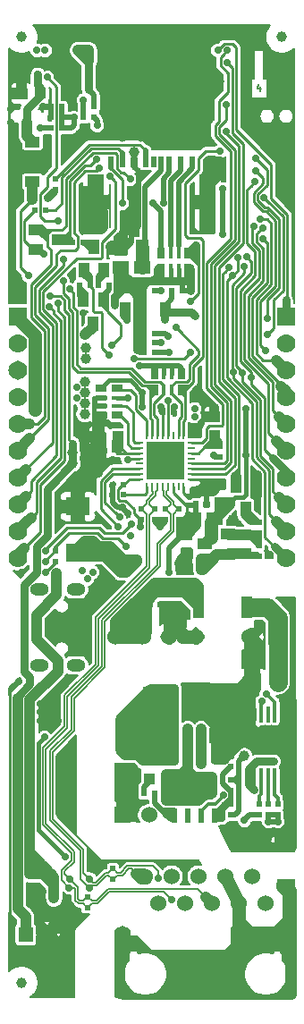
<source format=gbr>
G04 #@! TF.GenerationSoftware,KiCad,Pcbnew,5.1.6-c6e7f7d~87~ubuntu18.04.1*
G04 #@! TF.CreationDate,2021-09-16T13:53:06+03:00*
G04 #@! TF.ProjectId,ESP32-PoE-ISO_Rev_G,45535033-322d-4506-9f45-2d49534f5f52,G*
G04 #@! TF.SameCoordinates,Original*
G04 #@! TF.FileFunction,Copper,L4,Bot*
G04 #@! TF.FilePolarity,Positive*
%FSLAX46Y46*%
G04 Gerber Fmt 4.6, Leading zero omitted, Abs format (unit mm)*
G04 Created by KiCad (PCBNEW 5.1.6-c6e7f7d~87~ubuntu18.04.1) date 2021-09-16 13:53:06*
%MOMM*%
%LPD*%
G01*
G04 APERTURE LIST*
G04 #@! TA.AperFunction,NonConductor*
%ADD10C,0.158750*%
G04 #@! TD*
G04 #@! TA.AperFunction,ViaPad*
%ADD11C,1.300000*%
G04 #@! TD*
G04 #@! TA.AperFunction,ComponentPad*
%ADD12C,2.000000*%
G04 #@! TD*
G04 #@! TA.AperFunction,SMDPad,CuDef*
%ADD13R,1.016000X1.016000*%
G04 #@! TD*
G04 #@! TA.AperFunction,SMDPad,CuDef*
%ADD14R,0.500000X0.550000*%
G04 #@! TD*
G04 #@! TA.AperFunction,SMDPad,CuDef*
%ADD15R,1.016000X2.032000*%
G04 #@! TD*
G04 #@! TA.AperFunction,ComponentPad*
%ADD16C,1.524000*%
G04 #@! TD*
G04 #@! TA.AperFunction,ComponentPad*
%ADD17R,1.524000X1.524000*%
G04 #@! TD*
G04 #@! TA.AperFunction,ComponentPad*
%ADD18R,1.400000X1.400000*%
G04 #@! TD*
G04 #@! TA.AperFunction,ComponentPad*
%ADD19C,1.400000*%
G04 #@! TD*
G04 #@! TA.AperFunction,SMDPad,CuDef*
%ADD20R,2.200000X3.400000*%
G04 #@! TD*
G04 #@! TA.AperFunction,SMDPad,CuDef*
%ADD21R,0.550000X0.500000*%
G04 #@! TD*
G04 #@! TA.AperFunction,SMDPad,CuDef*
%ADD22R,1.270000X1.524000*%
G04 #@! TD*
G04 #@! TA.AperFunction,ConnectorPad*
%ADD23C,1.000000*%
G04 #@! TD*
G04 #@! TA.AperFunction,SMDPad,CuDef*
%ADD24R,1.400000X1.000000*%
G04 #@! TD*
G04 #@! TA.AperFunction,ComponentPad*
%ADD25C,1.778000*%
G04 #@! TD*
G04 #@! TA.AperFunction,ComponentPad*
%ADD26R,1.778000X1.778000*%
G04 #@! TD*
G04 #@! TA.AperFunction,SMDPad,CuDef*
%ADD27R,1.000000X1.400000*%
G04 #@! TD*
G04 #@! TA.AperFunction,SMDPad,CuDef*
%ADD28R,1.524000X1.270000*%
G04 #@! TD*
G04 #@! TA.AperFunction,SMDPad,CuDef*
%ADD29R,1.778000X1.016000*%
G04 #@! TD*
G04 #@! TA.AperFunction,SMDPad,CuDef*
%ADD30R,0.500000X1.000000*%
G04 #@! TD*
G04 #@! TA.AperFunction,SMDPad,CuDef*
%ADD31R,1.500000X1.200000*%
G04 #@! TD*
G04 #@! TA.AperFunction,Conductor*
%ADD32R,1.500000X4.500000*%
G04 #@! TD*
G04 #@! TA.AperFunction,SMDPad,CuDef*
%ADD33R,0.381000X1.016000*%
G04 #@! TD*
G04 #@! TA.AperFunction,SMDPad,CuDef*
%ADD34R,0.635000X1.016000*%
G04 #@! TD*
G04 #@! TA.AperFunction,SMDPad,CuDef*
%ADD35R,3.600000X3.600000*%
G04 #@! TD*
G04 #@! TA.AperFunction,ComponentPad*
%ADD36R,0.400000X0.400000*%
G04 #@! TD*
G04 #@! TA.AperFunction,ComponentPad*
%ADD37R,1.422400X1.422400*%
G04 #@! TD*
G04 #@! TA.AperFunction,SMDPad,CuDef*
%ADD38R,0.250000X0.800000*%
G04 #@! TD*
G04 #@! TA.AperFunction,SMDPad,CuDef*
%ADD39R,0.800000X0.250000*%
G04 #@! TD*
G04 #@! TA.AperFunction,SMDPad,CuDef*
%ADD40R,1.016000X0.381000*%
G04 #@! TD*
G04 #@! TA.AperFunction,SMDPad,CuDef*
%ADD41R,1.016000X0.635000*%
G04 #@! TD*
G04 #@! TA.AperFunction,ComponentPad*
%ADD42O,1.800000X1.200000*%
G04 #@! TD*
G04 #@! TA.AperFunction,SMDPad,CuDef*
%ADD43R,2.286000X1.778000*%
G04 #@! TD*
G04 #@! TA.AperFunction,ComponentPad*
%ADD44O,1.600000X2.999999*%
G04 #@! TD*
G04 #@! TA.AperFunction,SMDPad,CuDef*
%ADD45R,0.350000X1.500000*%
G04 #@! TD*
G04 #@! TA.AperFunction,SMDPad,CuDef*
%ADD46R,3.500000X2.600000*%
G04 #@! TD*
G04 #@! TA.AperFunction,SMDPad,CuDef*
%ADD47R,0.600000X1.400000*%
G04 #@! TD*
G04 #@! TA.AperFunction,ComponentPad*
%ADD48C,1.800000*%
G04 #@! TD*
G04 #@! TA.AperFunction,ViaPad*
%ADD49C,1.000000*%
G04 #@! TD*
G04 #@! TA.AperFunction,ViaPad*
%ADD50C,0.700000*%
G04 #@! TD*
G04 #@! TA.AperFunction,ViaPad*
%ADD51C,0.900000*%
G04 #@! TD*
G04 #@! TA.AperFunction,Conductor*
%ADD52C,1.016000*%
G04 #@! TD*
G04 #@! TA.AperFunction,Conductor*
%ADD53C,1.270000*%
G04 #@! TD*
G04 #@! TA.AperFunction,Conductor*
%ADD54C,0.508000*%
G04 #@! TD*
G04 #@! TA.AperFunction,Conductor*
%ADD55C,0.762000*%
G04 #@! TD*
G04 #@! TA.AperFunction,Conductor*
%ADD56C,0.406400*%
G04 #@! TD*
G04 #@! TA.AperFunction,Conductor*
%ADD57C,0.254000*%
G04 #@! TD*
G04 #@! TA.AperFunction,Conductor*
%ADD58C,1.524000*%
G04 #@! TD*
G04 #@! TA.AperFunction,Conductor*
%ADD59C,0.635000*%
G04 #@! TD*
G04 #@! TA.AperFunction,Conductor*
%ADD60C,0.355600*%
G04 #@! TD*
G04 #@! TA.AperFunction,Conductor*
%ADD61C,0.127000*%
G04 #@! TD*
G04 #@! TA.AperFunction,Conductor*
%ADD62C,1.778000*%
G04 #@! TD*
G04 #@! TA.AperFunction,Conductor*
%ADD63C,0.203200*%
G04 #@! TD*
G04 APERTURE END LIST*
D10*
X114420952Y-101463928D02*
X114420952Y-101887261D01*
X114269761Y-101222023D02*
X114118571Y-101675595D01*
X114511666Y-101675595D01*
D11*
X104940000Y-104235000D03*
X101340000Y-104235000D03*
X103140000Y-106035000D03*
X103140000Y-102435000D03*
X104940000Y-102435000D03*
X101340000Y-102435000D03*
X104940000Y-106035000D03*
D12*
X103140000Y-104235000D03*
D11*
X101340000Y-106035000D03*
D13*
X91821000Y-102108000D03*
X93599000Y-102108000D03*
D14*
X97663000Y-103378000D03*
X98679000Y-103378000D03*
D15*
X101092000Y-166497000D03*
X96520000Y-166497000D03*
X113157000Y-150749000D03*
X108585000Y-150749000D03*
D16*
X113411000Y-153543000D03*
D17*
X115951000Y-153543000D03*
D16*
X108331000Y-153543000D03*
X105791000Y-153543000D03*
X100711000Y-153543000D03*
X103251000Y-153543000D03*
D18*
X92209620Y-181759860D03*
D19*
X94221300Y-181757320D03*
D20*
X104423000Y-160020000D03*
X111223000Y-160020000D03*
D16*
X103866000Y-170434000D03*
D17*
X101366000Y-170434000D03*
D21*
X94996000Y-145415000D03*
X94996000Y-146431000D03*
D14*
X94615000Y-104394000D03*
X95631000Y-104394000D03*
X94615000Y-103378000D03*
X95631000Y-103378000D03*
X95631000Y-105410000D03*
X94615000Y-105410000D03*
D13*
X105410000Y-151765000D03*
X103632000Y-151765000D03*
D21*
X114300000Y-142748000D03*
X114300000Y-143764000D03*
D13*
X113030000Y-143891000D03*
X113030000Y-145669000D03*
D22*
X103251000Y-116713000D03*
X101219000Y-116713000D03*
D23*
X91821000Y-186309000D03*
X116459000Y-96774000D03*
X91821000Y-96774000D03*
D14*
X106172000Y-132334000D03*
X105156000Y-132334000D03*
X99568000Y-135890000D03*
X100584000Y-135890000D03*
X101473000Y-139192000D03*
X100457000Y-139192000D03*
X109347000Y-140970000D03*
X108331000Y-140970000D03*
X94107000Y-113157000D03*
X93091000Y-113157000D03*
D21*
X94996000Y-111252000D03*
X94996000Y-110236000D03*
D14*
X104394000Y-126619000D03*
X103378000Y-126619000D03*
X104394000Y-124841000D03*
X103378000Y-124841000D03*
X104394000Y-120777000D03*
X103378000Y-120777000D03*
X104394000Y-125730000D03*
X103378000Y-125730000D03*
X100457000Y-140081000D03*
X101473000Y-140081000D03*
D21*
X110617000Y-136525000D03*
X110617000Y-135509000D03*
X105410000Y-141478000D03*
X105410000Y-142494000D03*
X106680000Y-142494000D03*
X106680000Y-141478000D03*
X103124000Y-142494000D03*
X103124000Y-141478000D03*
X104394000Y-142494000D03*
X104394000Y-141478000D03*
X114300000Y-145923000D03*
X114300000Y-144907000D03*
D14*
X105029000Y-150495000D03*
X104013000Y-150495000D03*
X96647000Y-116205000D03*
X97663000Y-116205000D03*
D24*
X111343440Y-143830040D03*
X111343440Y-145732500D03*
X109133640Y-144777460D03*
D25*
X116840000Y-146080000D03*
X116840000Y-143540000D03*
X116840000Y-138460000D03*
X116840000Y-141000000D03*
X116840000Y-135920000D03*
X116840000Y-133380000D03*
D26*
X116840000Y-123220000D03*
D25*
X116840000Y-125760000D03*
X116840000Y-128300000D03*
X116840000Y-130840000D03*
X91440000Y-130840000D03*
X91440000Y-128300000D03*
X91440000Y-125760000D03*
D26*
X91440000Y-123220000D03*
D25*
X91440000Y-133380000D03*
X91440000Y-135920000D03*
X91440000Y-141000000D03*
X91440000Y-138460000D03*
X91440000Y-143540000D03*
X91440000Y-146080000D03*
D27*
X99628960Y-118836440D03*
X97726500Y-118836440D03*
X98681540Y-116626640D03*
D28*
X101219000Y-118618000D03*
X103251000Y-118618000D03*
D29*
X116840000Y-177038000D03*
X116840000Y-173482000D03*
D30*
X100290000Y-108587000D03*
X101390000Y-108587000D03*
X102490000Y-108587000D03*
X103590000Y-108587000D03*
X104340000Y-108587000D03*
X105040000Y-108587000D03*
X105790000Y-108587000D03*
X106890000Y-108587000D03*
X107990000Y-108587000D03*
D31*
X109440000Y-110337000D03*
X98840000Y-110337000D03*
X109440000Y-114787000D03*
X98840000Y-114787000D03*
D32*
X98840000Y-112387000D03*
X109440000Y-112387000D03*
D13*
X110109000Y-134493000D03*
X110109000Y-132715000D03*
X99187000Y-134620000D03*
X100965000Y-134620000D03*
X107442000Y-143891000D03*
X107442000Y-145669000D03*
X110617000Y-140843000D03*
X110617000Y-139065000D03*
D33*
X106045000Y-128651000D03*
X105283000Y-128651000D03*
X106045000Y-130175000D03*
X105283000Y-130175000D03*
D34*
X106934000Y-128651000D03*
X106934000Y-130175000D03*
X104394000Y-128651000D03*
X104394000Y-130175000D03*
D27*
X97663000Y-121666000D03*
X99565460Y-121666000D03*
X98610420Y-123875800D03*
D28*
X110109000Y-142367000D03*
X108077000Y-142367000D03*
D14*
X98679000Y-104394000D03*
X97663000Y-104394000D03*
D27*
X105405000Y-122555000D03*
X101605000Y-122555000D03*
D14*
X106045000Y-120777000D03*
X107061000Y-120777000D03*
D35*
X105410000Y-136906000D03*
D36*
X106710000Y-137406000D03*
X106710000Y-136406000D03*
X105910000Y-135606000D03*
X104910000Y-135606000D03*
X104110000Y-136406000D03*
X104110000Y-137406000D03*
X104910000Y-138206000D03*
X105910000Y-138206000D03*
D37*
X105410000Y-136906000D03*
D38*
X103660000Y-139356000D03*
X104160000Y-139356000D03*
X104660000Y-139356000D03*
X105160000Y-139356000D03*
X105660000Y-139356000D03*
X106160000Y-139356000D03*
X106660000Y-139356000D03*
X107160000Y-139356000D03*
D39*
X107860000Y-138656000D03*
X107860000Y-138156000D03*
X107860000Y-137656000D03*
X107860000Y-137156000D03*
X107860000Y-136656000D03*
X107860000Y-136156000D03*
X107860000Y-135656000D03*
X107860000Y-135156000D03*
D38*
X107160000Y-134456000D03*
X106660000Y-134456000D03*
X106160000Y-134456000D03*
X105660000Y-134456000D03*
X105160000Y-134456000D03*
X104660000Y-134456000D03*
X104160000Y-134456000D03*
X103660000Y-134456000D03*
D39*
X102960000Y-135156000D03*
X102960000Y-135656000D03*
X102960000Y-136156000D03*
X102960000Y-136656000D03*
X102960000Y-137156000D03*
X102960000Y-137656000D03*
X102960000Y-138156000D03*
X102960000Y-138656000D03*
D14*
X100076000Y-120269000D03*
X99060000Y-120269000D03*
X98298000Y-120269000D03*
X97282000Y-120269000D03*
D24*
X95334000Y-115951000D03*
X93134000Y-115001000D03*
X93134000Y-116901000D03*
D27*
X113027460Y-141437360D03*
X113982500Y-139227560D03*
X112080040Y-139227560D03*
D34*
X105029000Y-118745000D03*
X105029000Y-117221000D03*
X107569000Y-118745000D03*
X107569000Y-117221000D03*
D33*
X105918000Y-118745000D03*
X106680000Y-118745000D03*
X105918000Y-117221000D03*
X106680000Y-117221000D03*
D40*
X99314000Y-130937000D03*
X99314000Y-131699000D03*
X100838000Y-130937000D03*
X100838000Y-131699000D03*
D41*
X99314000Y-130048000D03*
X100838000Y-130048000D03*
X99314000Y-132588000D03*
X100838000Y-132588000D03*
D42*
X93476000Y-149054000D03*
X96946000Y-149054000D03*
X96946000Y-156254000D03*
X93476000Y-156254000D03*
D43*
X97155000Y-145560000D03*
X97155000Y-141206000D03*
D44*
X117000000Y-182393000D03*
X101400000Y-182393000D03*
D16*
X114915000Y-178793000D03*
X113645000Y-176253000D03*
X112375000Y-178793000D03*
X111105000Y-176253000D03*
X109835000Y-178793000D03*
X108565000Y-176253000D03*
X107295000Y-178793000D03*
X106025000Y-176253000D03*
X104755000Y-178793000D03*
X103485000Y-176253000D03*
D24*
X92837000Y-110485000D03*
X92837000Y-106685000D03*
D21*
X100457000Y-175514000D03*
X100457000Y-176530000D03*
X98044000Y-179197000D03*
X98044000Y-178181000D03*
X111633000Y-170434000D03*
X111633000Y-169418000D03*
D16*
X116185000Y-157861000D03*
D17*
X113685000Y-157861000D03*
D21*
X114300000Y-169418000D03*
X114300000Y-170434000D03*
X116078000Y-170434000D03*
X116078000Y-169418000D03*
X115189000Y-170434000D03*
X115189000Y-169418000D03*
D14*
X103378000Y-168402000D03*
X104394000Y-168402000D03*
D21*
X111633000Y-165862000D03*
X111633000Y-164846000D03*
X111633000Y-167132000D03*
X111633000Y-168148000D03*
D45*
X115783000Y-160880000D03*
X115133000Y-160880000D03*
X114483000Y-160880000D03*
X113833000Y-160880000D03*
X113833000Y-166780000D03*
X114483000Y-166780000D03*
X115133000Y-166780000D03*
X115783000Y-166780000D03*
D46*
X108204000Y-167646000D03*
D47*
X106299000Y-170446000D03*
X107569000Y-170446000D03*
X108839000Y-170446000D03*
X110109000Y-170446000D03*
X110109000Y-164846000D03*
X108839000Y-164846000D03*
X107569000Y-164846000D03*
X106299000Y-164846000D03*
D48*
X108204000Y-167646000D03*
D13*
X103886000Y-165227000D03*
X103886000Y-167005000D03*
D49*
X93091000Y-132080000D03*
X95123000Y-147574000D03*
D50*
X92583000Y-176022000D03*
X92583000Y-175260000D03*
X92583000Y-170307000D03*
X94869000Y-178308000D03*
X94803014Y-176214986D03*
D49*
X102489000Y-107696002D03*
D50*
X97663000Y-112014000D03*
X91821000Y-147447000D03*
X99949000Y-133350000D03*
X97663000Y-135890000D03*
D51*
X106680000Y-146621500D03*
D49*
X107569000Y-147193000D03*
X110617000Y-109728000D03*
X110617000Y-108585000D03*
D50*
X114935000Y-105283000D03*
X116205000Y-105283000D03*
X114935000Y-103251000D03*
X116205000Y-103251000D03*
D49*
X107950000Y-106045000D03*
X109220000Y-104775000D03*
X107950000Y-103505000D03*
X109220000Y-102235000D03*
X110490000Y-100965000D03*
X107950000Y-100965000D03*
X105410000Y-100965000D03*
X102870000Y-100965000D03*
X109220000Y-99695000D03*
X106680000Y-99695000D03*
X104140000Y-99695000D03*
X101600000Y-99695000D03*
X100330000Y-100965000D03*
D50*
X117348000Y-112395000D03*
X117348000Y-111125000D03*
X117348000Y-109855000D03*
X117348000Y-108585000D03*
X117348000Y-107315000D03*
X117348000Y-106299000D03*
X117348000Y-105283000D03*
X117348000Y-103251000D03*
X117348000Y-102235000D03*
X117348000Y-100965000D03*
X117348000Y-99695000D03*
X117348000Y-98679000D03*
X97663000Y-115062000D03*
X97663000Y-114300000D03*
X97663000Y-113538000D03*
X114427000Y-96012000D03*
D49*
X109220000Y-97155000D03*
X106680000Y-97155000D03*
X104140000Y-97155000D03*
X101600000Y-97155000D03*
X99060000Y-96774000D03*
D50*
X93853000Y-96012000D03*
X113030000Y-96012000D03*
D49*
X110490000Y-96139000D03*
X107950000Y-96139000D03*
X105410000Y-96139000D03*
X102870000Y-96139000D03*
X100330000Y-96139000D03*
X97790000Y-96139000D03*
D50*
X102044500Y-116141500D03*
X100076000Y-116600350D03*
X97663000Y-112776000D03*
X97663000Y-111252000D03*
X115189000Y-98679000D03*
D49*
X109474000Y-108585000D03*
D50*
X95123000Y-96012000D03*
D49*
X96520000Y-96774000D03*
D50*
X108966000Y-139785743D03*
X108077000Y-139785743D03*
X109855000Y-139785743D03*
X90932000Y-121666000D03*
X90805000Y-103632000D03*
X90805000Y-104902000D03*
X114427000Y-96774000D03*
X93853000Y-96774000D03*
X92075000Y-100965000D03*
X92075000Y-100228400D03*
X97663000Y-122936000D03*
X99060000Y-138049000D03*
D49*
X98679000Y-135572500D03*
D50*
X95250000Y-161480500D03*
X101854000Y-141859000D03*
X110109000Y-131826000D03*
X114173000Y-140208000D03*
X114173000Y-138176000D03*
X115316000Y-145796000D03*
D49*
X111760000Y-142494000D03*
D50*
X91567000Y-157797496D03*
X93599000Y-160655000D03*
D49*
X96520000Y-163957000D03*
X95504000Y-170053000D03*
X95504000Y-169037000D03*
X96520000Y-170053000D03*
X96520000Y-169037000D03*
X96520000Y-171196000D03*
D50*
X93599000Y-159893000D03*
X93599000Y-161480500D03*
X94424500Y-161480500D03*
X98171000Y-154051000D03*
X98171000Y-154813000D03*
X97409000Y-154813000D03*
X96647000Y-154813000D03*
X93218000Y-184150000D03*
X91186000Y-184150000D03*
X92202000Y-184150000D03*
X94234000Y-184150000D03*
X93853000Y-177673000D03*
X92964000Y-178562000D03*
X93853000Y-178562000D03*
D49*
X96520000Y-168021000D03*
X95504000Y-168021000D03*
X95504000Y-167005000D03*
X95504000Y-165989000D03*
X95504000Y-164973000D03*
X96520000Y-164973000D03*
X106553000Y-150749000D03*
X106553000Y-151892000D03*
D50*
X105664000Y-150749000D03*
D49*
X107061000Y-153543000D03*
D50*
X93853000Y-103378000D03*
X96393000Y-180594000D03*
X96646988Y-119507000D03*
X96774000Y-179451000D03*
X106299000Y-131826000D03*
X101340570Y-141256510D03*
X94477435Y-121303850D03*
X93599000Y-105410000D03*
D49*
X96647000Y-137160000D03*
X96647000Y-136144000D03*
D50*
X114688913Y-115843128D03*
X110871000Y-115442996D03*
X110871000Y-111125000D03*
X97663000Y-102743000D03*
X98171000Y-101726988D03*
X94107000Y-147447000D03*
D49*
X98171000Y-99060000D03*
D50*
X102743000Y-126365000D03*
X102743000Y-125603000D03*
D49*
X98171000Y-98044000D03*
D50*
X94043500Y-98044000D03*
D49*
X97155000Y-98044000D03*
D50*
X93281500Y-98044000D03*
X100584000Y-122174000D03*
X100584000Y-121412000D03*
X105410000Y-119888000D03*
X107823000Y-120777000D03*
X107823000Y-119888000D03*
X97028000Y-130937000D03*
X97028000Y-129921000D03*
D49*
X97917000Y-126238000D03*
X97917000Y-127254000D03*
X97790000Y-132461000D03*
X97790000Y-131445000D03*
X97790000Y-130429000D03*
X97790000Y-129413000D03*
X108839000Y-147193000D03*
X108839000Y-146177000D03*
D50*
X104902000Y-143129000D03*
X105791000Y-147447000D03*
X93980000Y-163067994D03*
X103091479Y-143129000D03*
X106934000Y-143129000D03*
X95979490Y-174371000D03*
X100141480Y-109960758D03*
X101727000Y-145034000D03*
X94107000Y-146431000D03*
X92329000Y-105664000D03*
X93345000Y-100330000D03*
X96393000Y-120650000D03*
X111155990Y-105692601D03*
X95758000Y-119887986D03*
X99187000Y-109219994D03*
X102235000Y-142875000D03*
X94107000Y-145415000D03*
X111252000Y-99187000D03*
X111155990Y-103152601D03*
X94234000Y-100584000D03*
X105332150Y-123474968D03*
X108204000Y-123190000D03*
X95250000Y-114173000D03*
X111252000Y-98044000D03*
X106410622Y-124236990D03*
X114759018Y-111965009D03*
X94466418Y-122311477D03*
X115062000Y-124968000D03*
X102480368Y-127243213D03*
X107823000Y-126619000D03*
X108331000Y-116459000D03*
X95758000Y-117856000D03*
X93929098Y-117348014D03*
X107823000Y-121793000D03*
X112259169Y-117673446D03*
X111800119Y-119360801D03*
X105029000Y-120777000D03*
X112903011Y-118514828D03*
X111887000Y-128523990D03*
X94234000Y-111965000D03*
X105226229Y-112447424D03*
X113157000Y-117602000D03*
X112747155Y-128552845D03*
X105791000Y-126619000D03*
X113918984Y-110490016D03*
X105029000Y-125730000D03*
X113538000Y-129032000D03*
X110617000Y-107569000D03*
X97536000Y-147279360D03*
X98044000Y-148082000D03*
X98552000Y-147447000D03*
X102108000Y-144018000D03*
X108204000Y-132715000D03*
X108204000Y-131953000D03*
X104267000Y-112522000D03*
X101346000Y-112522000D03*
X98963958Y-105156000D03*
X98933000Y-108331000D03*
D49*
X102108000Y-167005000D03*
X102108000Y-165989000D03*
X117284500Y-171450000D03*
X117284500Y-172466000D03*
D50*
X113030000Y-159512000D03*
X113087477Y-160254190D03*
X109855000Y-158496000D03*
D49*
X108839000Y-158496000D03*
X108839000Y-160782000D03*
X108839000Y-159639000D03*
D50*
X109855000Y-159258000D03*
X109855000Y-160020000D03*
X109855000Y-160782000D03*
D49*
X107696000Y-159639000D03*
X107696000Y-160782000D03*
X107696000Y-158496000D03*
D50*
X101092000Y-167767000D03*
X101092000Y-168529000D03*
X101092000Y-169291000D03*
D49*
X102108000Y-168021000D03*
X102108000Y-169037000D03*
X102489000Y-150368000D03*
X101727000Y-151130000D03*
X102743000Y-146304000D03*
X101727000Y-146304000D03*
X101727000Y-147447000D03*
X98552000Y-145669000D03*
X98552000Y-144526000D03*
D50*
X112903000Y-170942000D03*
X108839000Y-165735000D03*
D49*
X108839000Y-163449000D03*
X108839000Y-162306000D03*
D50*
X115011196Y-158927796D03*
X115189000Y-171069000D03*
X116078000Y-171069000D03*
X113284000Y-167259000D03*
X113284000Y-166370000D03*
X113792000Y-165608000D03*
X113792000Y-168021002D03*
X114681000Y-165354000D03*
X115697000Y-165354000D03*
X114622118Y-114876118D03*
X113792000Y-114681000D03*
X110393990Y-98044000D03*
X101790500Y-123571000D03*
X100330005Y-125984000D03*
X100076000Y-126873000D03*
X113030000Y-131953000D03*
X113030000Y-136398000D03*
X102997000Y-127889000D03*
X103250997Y-130428997D03*
X105029000Y-131826000D03*
X103251000Y-131826000D03*
X109981990Y-136398000D03*
X102108008Y-110236000D03*
X113982500Y-108250103D03*
X95250000Y-121950986D03*
X115062000Y-123444000D03*
X105664000Y-125095000D03*
X114427000Y-114046000D03*
X96774000Y-104394000D03*
X105664000Y-131191000D03*
X101854000Y-130937000D03*
X113967984Y-109425000D03*
X114935000Y-126492000D03*
X101854000Y-136779000D03*
X111441342Y-118615666D03*
X100965006Y-143129000D03*
X98234500Y-177293513D03*
X104775000Y-176402960D03*
X98234500Y-176466500D03*
X106044996Y-178435000D03*
X96329499Y-177294710D03*
X96330699Y-176467699D03*
D49*
X114935000Y-181483000D03*
X101092000Y-185420000D03*
X101092000Y-187325000D03*
X102870000Y-182880000D03*
X114935000Y-182880000D03*
X113538000Y-182880000D03*
X112395000Y-185420000D03*
X111125000Y-184150000D03*
X109855000Y-185420000D03*
X117387990Y-185420000D03*
X117387990Y-187387990D03*
X111125000Y-186690000D03*
X108585000Y-186690000D03*
X108585000Y-184150000D03*
X107315000Y-185420000D03*
X106045000Y-186690000D03*
X106045000Y-184150000D03*
D50*
X101092000Y-142240000D03*
D49*
X97853500Y-124968000D03*
D50*
X92456000Y-119380000D03*
D49*
X102743000Y-161417000D03*
X102743000Y-160020000D03*
X104521000Y-162179000D03*
X104521000Y-163322000D03*
X106045000Y-162306000D03*
X106045000Y-163449000D03*
X106045000Y-158877000D03*
X106045000Y-160020000D03*
X106045000Y-161163000D03*
X101473000Y-161417000D03*
D50*
X114565912Y-159674791D03*
X110892970Y-168552724D03*
D49*
X112903000Y-164846000D03*
X107569000Y-163449000D03*
X107569000Y-162306000D03*
X105537000Y-166624000D03*
X105537000Y-167640000D03*
X105537000Y-168656000D03*
D50*
X108077000Y-169164000D03*
D52*
X95250000Y-155829000D02*
X93218000Y-153797000D01*
X95250000Y-156821200D02*
X95250000Y-155829000D01*
X92583000Y-159488200D02*
X95250000Y-156821200D01*
X92583000Y-170307000D02*
X92583000Y-159488200D01*
X93218000Y-151511000D02*
X95123000Y-149606000D01*
X93218000Y-153797000D02*
X93218000Y-151511000D01*
X95123000Y-149606000D02*
X95123000Y-147574000D01*
D53*
X91440000Y-123380500D02*
X91440000Y-123190000D01*
X93091000Y-125031500D02*
X91440000Y-123380500D01*
X93091000Y-132080000D02*
X93091000Y-125031500D01*
D52*
X92583000Y-172339000D02*
X92583000Y-173609000D01*
X92583000Y-171069000D02*
X92583000Y-172339000D01*
X92583000Y-173609000D02*
X92583000Y-176022000D01*
X92583000Y-170307000D02*
X92583000Y-171069000D01*
X94869000Y-177038000D02*
X93853000Y-176022000D01*
X94869000Y-178308000D02*
X94869000Y-177038000D01*
X92583000Y-176022000D02*
X93853000Y-176022000D01*
X93853000Y-176022000D02*
X94610028Y-176022000D01*
X94610028Y-176022000D02*
X94803014Y-176214986D01*
X94869000Y-176280972D02*
X94803014Y-176214986D01*
X94869000Y-178308000D02*
X94869000Y-176280972D01*
X94803014Y-176210014D02*
X94803014Y-176214986D01*
X92583000Y-172339000D02*
X92583000Y-173990000D01*
X92583000Y-173990000D02*
X94803014Y-176210014D01*
X93848028Y-175260000D02*
X94803014Y-176214986D01*
X92583000Y-175260000D02*
X93848028Y-175260000D01*
D54*
X102489000Y-108403108D02*
X102489000Y-107696002D01*
X102489000Y-108586000D02*
X102489000Y-108403108D01*
X102490000Y-108587000D02*
X102489000Y-108586000D01*
D55*
X98044000Y-111252000D02*
X97663000Y-111252000D01*
X98679000Y-111252000D02*
X98044000Y-111252000D01*
X98044000Y-111252000D02*
X98044000Y-113030000D01*
X97663000Y-111252000D02*
X97663000Y-113538000D01*
X98840000Y-111413000D02*
X98679000Y-111252000D01*
X98840000Y-112387000D02*
X98840000Y-111413000D01*
D54*
X102490000Y-108587000D02*
X102490000Y-109094000D01*
X102490000Y-109094000D02*
X102870000Y-109474000D01*
X102870000Y-109474000D02*
X102870000Y-114681000D01*
X102870000Y-114681000D02*
X102235000Y-115316000D01*
X102235000Y-115316000D02*
X102235000Y-115951000D01*
X102235000Y-115951000D02*
X101473000Y-116713000D01*
D56*
X98679000Y-131699000D02*
X98679000Y-131953000D01*
X98679000Y-130937000D02*
X98679000Y-131699000D01*
D57*
X98679000Y-131699000D02*
X99314000Y-131699000D01*
D56*
X98679000Y-132588000D02*
X99314000Y-132588000D01*
X98679000Y-131953000D02*
X98679000Y-132969000D01*
X98679000Y-133350000D02*
X98679000Y-132969000D01*
X99314000Y-130937000D02*
X98679000Y-130937000D01*
X98679000Y-133350000D02*
X99949000Y-133350000D01*
D57*
X107860000Y-138656000D02*
X108684000Y-138656000D01*
D55*
X110617000Y-139065000D02*
X109896257Y-139785743D01*
X109896257Y-139785743D02*
X109855000Y-139785743D01*
D52*
X109601000Y-110744000D02*
X110617000Y-109728000D01*
X110109000Y-109220000D02*
X110109000Y-110236000D01*
X110109000Y-108585000D02*
X110617000Y-108585000D01*
X109474000Y-108585000D02*
X110109000Y-108585000D01*
X110109000Y-108585000D02*
X110109000Y-109220000D01*
X110617000Y-108585000D02*
X110617000Y-109728000D01*
D55*
X98044000Y-113030000D02*
X98425000Y-112649000D01*
X97663000Y-113411000D02*
X98044000Y-113030000D01*
X98044000Y-113030000D02*
X98044000Y-115062000D01*
X97663000Y-115062000D02*
X98044000Y-115062000D01*
X98044000Y-115062000D02*
X99314000Y-115062000D01*
X97663000Y-113538000D02*
X97663000Y-113411000D01*
X99314000Y-115062000D02*
X99568000Y-114808000D01*
X99568000Y-114808000D02*
X99568000Y-113284000D01*
X97663000Y-114300000D02*
X97663000Y-115062000D01*
X97663000Y-113538000D02*
X97663000Y-114300000D01*
X101473000Y-116713000D02*
X101219000Y-116713000D01*
X102044500Y-116141500D02*
X101473000Y-116713000D01*
X101106350Y-116600350D02*
X101219000Y-116713000D01*
X100076000Y-116600350D02*
X101106350Y-116600350D01*
X98840000Y-113318000D02*
X98806000Y-113284000D01*
X98840000Y-114787000D02*
X98840000Y-113318000D01*
D52*
X109440000Y-111794000D02*
X109474000Y-111760000D01*
X109440000Y-112387000D02*
X109440000Y-111794000D01*
X109474000Y-111760000D02*
X109474000Y-108585000D01*
X98840000Y-113377000D02*
X98806000Y-113411000D01*
X98840000Y-112387000D02*
X98840000Y-113377000D01*
D55*
X109440000Y-112387000D02*
X109440000Y-113445000D01*
X109440000Y-114787000D02*
X109440000Y-112488000D01*
D54*
X94615000Y-103378000D02*
X94615000Y-104394000D01*
D55*
X98679000Y-137668000D02*
X99060000Y-138049000D01*
D54*
X99568000Y-135890000D02*
X99568000Y-134366000D01*
X99568000Y-135890000D02*
X99568000Y-137033000D01*
X99568000Y-137160000D02*
X99568000Y-137033000D01*
D55*
X99060000Y-138049000D02*
X99060000Y-135953500D01*
X99060000Y-135953500D02*
X98679000Y-135572500D01*
D56*
X98679000Y-134620000D02*
X98679000Y-133350000D01*
X99187000Y-134620000D02*
X99187000Y-135064500D01*
X99187000Y-135064500D02*
X98679000Y-135572500D01*
D54*
X98679000Y-135572500D02*
X98679000Y-134620000D01*
X98679000Y-134620000D02*
X99187000Y-134620000D01*
X99187000Y-135890000D02*
X98996500Y-135890000D01*
X99568000Y-135890000D02*
X99187000Y-135890000D01*
D56*
X99187000Y-134620000D02*
X99187000Y-135890000D01*
D54*
X98996500Y-135890000D02*
X98679000Y-135572500D01*
X99441000Y-134874000D02*
X99441000Y-135890000D01*
X99187000Y-134620000D02*
X99441000Y-134874000D01*
X105029000Y-150495000D02*
X105410000Y-150495000D01*
X105410000Y-150495000D02*
X105664000Y-150749000D01*
D55*
X114173000Y-138176000D02*
X114173000Y-140208000D01*
D57*
X90678000Y-158686496D02*
X91217001Y-158147495D01*
X91217001Y-158147495D02*
X91567000Y-157797496D01*
X90678000Y-183642000D02*
X90678000Y-158686496D01*
X91186000Y-184150000D02*
X90678000Y-183642000D01*
D52*
X96520000Y-163957000D02*
X95504000Y-164973000D01*
X96520000Y-163957000D02*
X96520000Y-164973000D01*
X96520000Y-168021000D02*
X96520000Y-171196000D01*
X95504000Y-168021000D02*
X95504000Y-170243500D01*
X95504000Y-170243500D02*
X96393000Y-171132500D01*
D55*
X92202000Y-184150000D02*
X91186000Y-184150000D01*
X94234000Y-184150000D02*
X92202000Y-184150000D01*
D58*
X94221300Y-181757320D02*
X94221300Y-184137300D01*
D55*
X94221300Y-184137300D02*
X94234000Y-184150000D01*
D52*
X95504000Y-168021000D02*
X96392990Y-168021000D01*
X95504000Y-164973000D02*
X96392990Y-164973000D01*
X95504000Y-164973000D02*
X95504000Y-168021000D01*
D55*
X96520000Y-164973000D02*
X95504000Y-164973000D01*
X96520000Y-168021000D02*
X95504000Y-168021000D01*
D52*
X96520000Y-166497000D02*
X96520000Y-168021000D01*
X96520000Y-166497000D02*
X96520000Y-164973000D01*
X107496894Y-153543000D02*
X108204000Y-153543000D01*
X106553000Y-151892000D02*
X106553000Y-152599106D01*
X106553000Y-152599106D02*
X107496894Y-153543000D01*
X106553000Y-151892000D02*
X105410000Y-150749000D01*
X106553000Y-151892000D02*
X106553000Y-153035000D01*
X106553000Y-153035000D02*
X107061000Y-153543000D01*
X106553000Y-150749000D02*
X106553000Y-151892000D01*
X105410000Y-150749000D02*
X106553000Y-150749000D01*
X105410000Y-151765000D02*
X105410000Y-150749000D01*
D53*
X107061000Y-153543000D02*
X108269354Y-153543000D01*
D52*
X105791000Y-152146000D02*
X105410000Y-151765000D01*
X105791000Y-153543000D02*
X105791000Y-152146000D01*
D54*
X94615000Y-103378000D02*
X93853000Y-103378000D01*
D55*
X98679000Y-138049000D02*
X99060000Y-138049000D01*
D52*
X97155000Y-141206000D02*
X97155000Y-139573000D01*
X97155000Y-139573000D02*
X98679000Y-138049000D01*
D54*
X92075000Y-101854000D02*
X92075000Y-100965000D01*
X91821000Y-102108000D02*
X92075000Y-101854000D01*
X106299000Y-131826000D02*
X106172000Y-131953000D01*
X106172000Y-131953000D02*
X106172000Y-132334000D01*
D55*
X110109000Y-131826000D02*
X110109000Y-132715000D01*
D57*
X108458000Y-133350000D02*
X108458000Y-134239000D01*
X110109000Y-132715000D02*
X109093000Y-132715000D01*
X109093000Y-132715000D02*
X108458000Y-133350000D01*
X108684000Y-138656000D02*
X110208000Y-138656000D01*
X110208000Y-138656000D02*
X110617000Y-139065000D01*
D54*
X107569000Y-147193000D02*
X107569000Y-145796000D01*
X106680000Y-146177000D02*
X106680000Y-146621500D01*
X107442000Y-145669000D02*
X107188000Y-145669000D01*
X107188000Y-145669000D02*
X106680000Y-146177000D01*
X106934000Y-147193000D02*
X107569000Y-147193000D01*
X106680000Y-146621500D02*
X106680000Y-146939000D01*
X106680000Y-146939000D02*
X106934000Y-147193000D01*
X109347000Y-139827000D02*
X109388257Y-139785743D01*
D55*
X109855000Y-139785743D02*
X109388257Y-139785743D01*
X108966000Y-139785743D02*
X109855000Y-139785743D01*
X108077000Y-139785743D02*
X108966000Y-139785743D01*
D57*
X107160000Y-139356000D02*
X107160000Y-139926000D01*
X107781743Y-140081000D02*
X108077000Y-139785743D01*
X107315000Y-140081000D02*
X107781743Y-140081000D01*
X107160000Y-139926000D02*
X107315000Y-140081000D01*
X107505500Y-140271500D02*
X107823000Y-140271500D01*
X107315000Y-140081000D02*
X107505500Y-140271500D01*
X108077000Y-139649200D02*
X108077000Y-139785743D01*
X107873800Y-139446000D02*
X108077000Y-139649200D01*
X107781743Y-140081000D02*
X107781743Y-139538057D01*
X107781743Y-139538057D02*
X107873800Y-139446000D01*
D54*
X109347000Y-140970000D02*
X109347000Y-139827000D01*
D57*
X108077000Y-140081000D02*
X108077000Y-139785743D01*
X107759500Y-140398500D02*
X108077000Y-140081000D01*
X107505500Y-140271500D02*
X107632500Y-140398500D01*
X107632500Y-140398500D02*
X107759500Y-140398500D01*
D54*
X99568000Y-137541000D02*
X99060000Y-138049000D01*
X99568000Y-137033000D02*
X99568000Y-137541000D01*
X100457000Y-139192000D02*
X100457000Y-140081000D01*
X100457000Y-140864000D02*
X100849510Y-141256510D01*
X100457000Y-140081000D02*
X100457000Y-140864000D01*
X100849510Y-141256510D02*
X101340570Y-141256510D01*
X101340570Y-141345570D02*
X101340570Y-141256510D01*
X101854000Y-141859000D02*
X101340570Y-141345570D01*
D52*
X98679000Y-138049000D02*
X98425000Y-138303000D01*
X98679000Y-135572500D02*
X98679000Y-138049000D01*
D54*
X93599000Y-105410000D02*
X94615000Y-105410000D01*
D55*
X96647000Y-137160000D02*
X96647000Y-136144000D01*
D52*
X92209620Y-180043860D02*
X91440000Y-179274240D01*
X92209620Y-181759860D02*
X92209620Y-180043860D01*
X91440000Y-179274240D02*
X91440000Y-161417000D01*
X91440000Y-161417000D02*
X91440000Y-159385000D01*
D55*
X94234000Y-139573000D02*
X96647000Y-137160000D01*
X93218000Y-145034000D02*
X94234000Y-144018000D01*
X93218000Y-147445038D02*
X93218000Y-145034000D01*
X91440000Y-159194344D02*
X92583000Y-158051344D01*
X91440000Y-159385000D02*
X91440000Y-159194344D01*
X92067990Y-156837990D02*
X92067990Y-148595048D01*
X92067990Y-148595048D02*
X93218000Y-147445038D01*
X92583000Y-158051344D02*
X92583000Y-157353000D01*
X94234000Y-144018000D02*
X94234000Y-139573000D01*
X92583000Y-157353000D02*
X92067990Y-156837990D01*
D57*
X95491860Y-121303850D02*
X94972409Y-121303850D01*
X94972409Y-121303850D02*
X94477435Y-121303850D01*
X96647000Y-135255000D02*
X96266000Y-134874000D01*
X96266000Y-134874000D02*
X96266000Y-123063000D01*
X96266000Y-123063000D02*
X95885000Y-122682000D01*
D55*
X96647000Y-136144000D02*
X96647000Y-135255000D01*
D57*
X95885000Y-122682000D02*
X95885000Y-121696990D01*
X95885000Y-121696990D02*
X95491860Y-121303850D01*
X113664978Y-121442848D02*
X115061967Y-120045859D01*
X115061967Y-120045859D02*
X115061967Y-116216182D01*
X115061967Y-116216182D02*
X115038912Y-116193127D01*
X115038912Y-116193127D02*
X114688913Y-115843128D01*
X116840000Y-130175000D02*
X113664978Y-126999978D01*
X116840000Y-130302000D02*
X116840000Y-130175000D01*
X113664978Y-126999978D02*
X113664978Y-121442848D01*
D54*
X110871000Y-111125000D02*
X110871000Y-115442996D01*
X97663000Y-102743000D02*
X97663000Y-103378000D01*
D52*
X116840000Y-130302000D02*
X116362001Y-129824001D01*
X116840000Y-130840000D02*
X116840000Y-130302000D01*
D54*
X97663000Y-103378000D02*
X97663000Y-104394000D01*
D55*
X98171000Y-99060000D02*
X98171000Y-101726988D01*
D54*
X98679000Y-103378000D02*
X98679000Y-102234988D01*
X98679000Y-102234988D02*
X98171000Y-101726988D01*
X114300000Y-145923000D02*
X112776000Y-145923000D01*
D52*
X98171000Y-98044000D02*
X98171000Y-99060000D01*
X97155000Y-98044000D02*
X98171000Y-98044000D01*
X98171000Y-99060000D02*
X97155000Y-98044000D01*
D57*
X94996000Y-146431000D02*
X94996000Y-146558000D01*
X94996000Y-146558000D02*
X94107000Y-147447000D01*
D56*
X114046000Y-145669000D02*
X114300000Y-145923000D01*
X113030000Y-145669000D02*
X114046000Y-145669000D01*
D52*
X111406940Y-145669000D02*
X113030000Y-145669000D01*
X111343440Y-145732500D02*
X111406940Y-145669000D01*
X111343440Y-145732500D02*
X110299500Y-145732500D01*
X110299500Y-145732500D02*
X109855000Y-146177000D01*
D55*
X102743000Y-124841000D02*
X102743000Y-121285000D01*
X102743000Y-125603000D02*
X102743000Y-124841000D01*
D54*
X103378000Y-124841000D02*
X102743000Y-124841000D01*
X103378000Y-126619000D02*
X102997000Y-126619000D01*
X102997000Y-126619000D02*
X102743000Y-126365000D01*
X103378000Y-126619000D02*
X103378000Y-125603000D01*
D55*
X102108000Y-120650000D02*
X101346000Y-120650000D01*
X102616000Y-120650000D02*
X102108000Y-120650000D01*
X102743000Y-121285000D02*
X102743000Y-120777000D01*
X102108000Y-120650000D02*
X102743000Y-121285000D01*
X102743000Y-125603000D02*
X102743000Y-126365000D01*
X102743000Y-120777000D02*
X102616000Y-120650000D01*
D54*
X103378000Y-121412000D02*
X103378000Y-125603000D01*
X103378000Y-125603000D02*
X103378000Y-125730000D01*
X103378000Y-125730000D02*
X102743000Y-126365000D01*
X103378000Y-125603000D02*
X102743000Y-125603000D01*
X103378000Y-121412000D02*
X103378000Y-120777000D01*
D55*
X101346000Y-120650000D02*
X100838000Y-120650000D01*
X100584000Y-121412000D02*
X101346000Y-120650000D01*
X100584000Y-122174000D02*
X100584000Y-121412000D01*
X100838000Y-120650000D02*
X100838000Y-121158000D01*
X100838000Y-121158000D02*
X100584000Y-121412000D01*
X101600000Y-120269000D02*
X101219000Y-120269000D01*
X102616000Y-120269000D02*
X101600000Y-120269000D01*
D54*
X101219000Y-118618000D02*
X101219000Y-119761000D01*
X101219000Y-119761000D02*
X101600000Y-120142000D01*
X101600000Y-120142000D02*
X101600000Y-120269000D01*
D55*
X101219000Y-120269000D02*
X100838000Y-120650000D01*
X100838000Y-120650000D02*
X100838000Y-118618000D01*
X104838500Y-119253000D02*
X104203500Y-119888000D01*
X104203500Y-119888000D02*
X104013000Y-119888000D01*
X104711500Y-119761000D02*
X104711500Y-118745000D01*
X104584500Y-119888000D02*
X104711500Y-119761000D01*
X104711500Y-118745000D02*
X104838500Y-118618000D01*
X104584500Y-119888000D02*
X105029000Y-119888000D01*
X104013000Y-119888000D02*
X104584500Y-119888000D01*
X105791000Y-119888000D02*
X105410000Y-119888000D01*
X105410000Y-119888000D02*
X105029000Y-119888000D01*
X107823000Y-118745000D02*
X107696000Y-118618000D01*
X107823000Y-119888000D02*
X107823000Y-118745000D01*
X107823000Y-120777000D02*
X107823000Y-119888000D01*
D54*
X107061000Y-120777000D02*
X107823000Y-120777000D01*
D55*
X107061000Y-119888000D02*
X107823000Y-119888000D01*
X106680000Y-119888000D02*
X107061000Y-119888000D01*
D54*
X107061000Y-120777000D02*
X107061000Y-119888000D01*
D55*
X103124000Y-120636974D02*
X103124000Y-120523000D01*
X102616000Y-120650000D02*
X103110974Y-120650000D01*
X103110974Y-120650000D02*
X103124000Y-120636974D01*
D54*
X103378000Y-120777000D02*
X103124000Y-120777000D01*
D55*
X103378000Y-119888000D02*
X104013000Y-119888000D01*
D54*
X103378000Y-120523000D02*
X104013000Y-119888000D01*
X103378000Y-120777000D02*
X103378000Y-120523000D01*
X103378000Y-120777000D02*
X103378000Y-119888000D01*
D55*
X105791000Y-119888000D02*
X106680000Y-119888000D01*
D56*
X105918000Y-118745000D02*
X105918000Y-119888000D01*
X106680000Y-118745000D02*
X106680000Y-119888000D01*
D59*
X107569000Y-118745000D02*
X107569000Y-119634000D01*
D54*
X107569000Y-119634000D02*
X107823000Y-119888000D01*
D59*
X105029000Y-118745000D02*
X105029000Y-119888000D01*
D55*
X102616000Y-119888000D02*
X103378000Y-119888000D01*
X102616000Y-120650000D02*
X103378000Y-119888000D01*
X102616000Y-120269000D02*
X102616000Y-120650000D01*
X102616000Y-119888000D02*
X102616000Y-120269000D01*
X101219000Y-118999000D02*
X102108000Y-119888000D01*
X101219000Y-118618000D02*
X101219000Y-118999000D01*
X102108000Y-119888000D02*
X102616000Y-119888000D01*
D52*
X108839000Y-146177000D02*
X109855000Y-146177000D01*
X108966000Y-147193000D02*
X109982000Y-146177000D01*
D55*
X109601000Y-146558000D02*
X109601000Y-146177000D01*
D52*
X108839000Y-147193000D02*
X108839000Y-146177000D01*
D54*
X103124000Y-125222000D02*
X102743000Y-125603000D01*
X103124000Y-121158000D02*
X103124000Y-125222000D01*
X102616000Y-120650000D02*
X103124000Y-121158000D01*
X103124000Y-121158000D02*
X103378000Y-121412000D01*
X105410000Y-142494000D02*
X105410000Y-142621000D01*
X105410000Y-142621000D02*
X104902000Y-143129000D01*
X104394000Y-142494000D02*
X104394000Y-142621000D01*
X104394000Y-142621000D02*
X104902000Y-143129000D01*
X104902000Y-142494000D02*
X105410000Y-142494000D01*
X104394000Y-142494000D02*
X104902000Y-142494000D01*
X104902000Y-142494000D02*
X104902000Y-143129000D01*
X106712509Y-143827500D02*
X106712509Y-143794991D01*
X106680000Y-142494000D02*
X106680000Y-142748000D01*
X106680000Y-142748000D02*
X107823000Y-142748000D01*
X107188000Y-142494000D02*
X107696000Y-141986000D01*
X108077000Y-142367000D02*
X107950000Y-142494000D01*
X107950000Y-142494000D02*
X107188000Y-142494000D01*
X107188000Y-142494000D02*
X106680000Y-142494000D01*
D52*
X108331000Y-142367000D02*
X108077000Y-142367000D01*
D54*
X103124000Y-142494000D02*
X103091479Y-142526521D01*
X103091479Y-142526521D02*
X103091479Y-142634026D01*
X103091479Y-142634026D02*
X103091479Y-143129000D01*
D56*
X93439500Y-163608494D02*
X93439500Y-171831010D01*
X93980000Y-163067994D02*
X93439500Y-163608494D01*
X93439500Y-171831010D02*
X95979490Y-174371000D01*
D54*
X105791000Y-145192750D02*
X105791000Y-147447000D01*
X106712509Y-144271241D02*
X105791000Y-145192750D01*
X107092750Y-143891000D02*
X106712509Y-144271241D01*
X107442000Y-143891000D02*
X107092750Y-143891000D01*
X106712509Y-143096491D02*
X106712509Y-143129000D01*
X107442000Y-142367000D02*
X106712509Y-143096491D01*
X106712509Y-143129000D02*
X107442000Y-143129000D01*
X107442000Y-143891000D02*
X107442000Y-143129000D01*
X107442000Y-143129000D02*
X107442000Y-142367000D01*
X106712509Y-143129000D02*
X107347509Y-143764000D01*
X107347509Y-143764000D02*
X107442000Y-143764000D01*
X108331000Y-140970000D02*
X108331000Y-142367000D01*
D57*
X107442000Y-141224000D02*
X107442000Y-142367000D01*
X106160000Y-139356000D02*
X106160000Y-139942000D01*
X108331000Y-140970000D02*
X107188000Y-140970000D01*
X106160000Y-139942000D02*
X107188000Y-140970000D01*
X107442000Y-141224000D02*
X108331000Y-141224000D01*
X107315000Y-141097000D02*
X108331000Y-141097000D01*
X107188000Y-140970000D02*
X107315000Y-141097000D01*
X107315000Y-141097000D02*
X107442000Y-141224000D01*
D52*
X107442000Y-143891000D02*
X108331000Y-143002000D01*
X108331000Y-143002000D02*
X108331000Y-142494000D01*
D54*
X106680000Y-142748000D02*
X106680000Y-143096491D01*
X106680000Y-143096491D02*
X106712509Y-143129000D01*
X106680000Y-143860009D02*
X106712509Y-143827500D01*
X106712509Y-143129000D02*
X106680000Y-143161509D01*
X106680000Y-143161509D02*
X106680000Y-143860009D01*
X106680759Y-144271241D02*
X106712509Y-144271241D01*
X106680000Y-143827500D02*
X106680000Y-144272000D01*
X106680000Y-144272000D02*
X106680759Y-144271241D01*
D57*
X103099000Y-142494000D02*
X103124000Y-142494000D01*
X102489000Y-141478000D02*
X102489000Y-141884000D01*
X101473000Y-139192000D02*
X101346000Y-139192000D01*
X102489000Y-141884000D02*
X103099000Y-142494000D01*
X101346000Y-139192000D02*
X100965000Y-139573000D01*
X100965000Y-140525500D02*
X101092000Y-140652500D01*
X100965000Y-139573000D02*
X100965000Y-140525500D01*
X101092000Y-140652500D02*
X101663500Y-140652500D01*
X101663500Y-140652500D02*
X102489000Y-141478000D01*
X102009000Y-138656000D02*
X102960000Y-138656000D01*
X101473000Y-139192000D02*
X102009000Y-138656000D01*
X94869000Y-145161000D02*
X94869000Y-145542000D01*
X95123000Y-144907000D02*
X94869000Y-145161000D01*
X96316800Y-143713200D02*
X98978370Y-143713200D01*
X95123000Y-144907000D02*
X96316800Y-143713200D01*
X95123000Y-145288000D02*
X95123000Y-144907000D01*
X94996000Y-145415000D02*
X95123000Y-145288000D01*
X98978370Y-143713200D02*
X99537170Y-144272000D01*
X99537170Y-144272000D02*
X100965000Y-144272000D01*
X100965000Y-144272000D02*
X101727000Y-145034000D01*
X94107000Y-146304000D02*
X94996000Y-145415000D01*
X94107000Y-146431000D02*
X94107000Y-146304000D01*
D52*
X91440000Y-141000000D02*
X92202000Y-140238000D01*
D57*
X100491479Y-110310757D02*
X100141480Y-109960758D01*
X100711000Y-110530278D02*
X100491479Y-110310757D01*
X100711000Y-114935000D02*
X100711000Y-110530278D01*
X99441000Y-116205000D02*
X100711000Y-114935000D01*
X99441000Y-117602000D02*
X99441000Y-116205000D01*
X97028000Y-117729000D02*
X99314000Y-117729000D01*
X92710000Y-139730000D02*
X92710000Y-138811000D01*
X92710000Y-138811000D02*
X95123000Y-136398000D01*
X93853000Y-120904000D02*
X97028000Y-117729000D01*
X95123000Y-136398000D02*
X95123000Y-123825000D01*
X92202000Y-140238000D02*
X92710000Y-139730000D01*
X93853000Y-122555000D02*
X93853000Y-120904000D01*
X99314000Y-117729000D02*
X99441000Y-117602000D01*
X95123000Y-123825000D02*
X93853000Y-122555000D01*
D52*
X92837000Y-106685000D02*
X92837000Y-106680000D01*
X92329000Y-106172000D02*
X92329000Y-105664000D01*
X92837000Y-106680000D02*
X92329000Y-106172000D01*
D55*
X93345000Y-101346000D02*
X93345000Y-100330000D01*
X93599000Y-102108000D02*
X93599000Y-101600000D01*
X93599000Y-101600000D02*
X93345000Y-101346000D01*
X93599000Y-102362000D02*
X93599000Y-102108000D01*
X92329000Y-103632000D02*
X93599000Y-102362000D01*
D52*
X92329000Y-105664000D02*
X92329000Y-104902000D01*
D55*
X92329000Y-104902000D02*
X92329000Y-103632000D01*
D57*
X96742999Y-120999999D02*
X96393000Y-120650000D01*
X96742999Y-122396999D02*
X96742999Y-120999999D01*
X97028010Y-122682010D02*
X96742999Y-122396999D01*
X97028010Y-127762010D02*
X97028010Y-122682010D01*
X105283000Y-129794000D02*
X104902000Y-129413000D01*
X102235000Y-128143000D02*
X97409000Y-128143000D01*
X105283000Y-130175000D02*
X105283000Y-129794000D01*
X104902000Y-129413000D02*
X103505000Y-129413000D01*
X103505000Y-129413000D02*
X102235000Y-128143000D01*
X97409000Y-128143000D02*
X97028010Y-127762010D01*
X104660000Y-132854000D02*
X104660000Y-134456000D01*
X104363013Y-131412487D02*
X104363013Y-132557013D01*
X104363013Y-132557013D02*
X104660000Y-132854000D01*
X105283000Y-130175000D02*
X105283000Y-130492500D01*
X105283000Y-130492500D02*
X104363013Y-131412487D01*
X111632989Y-137063841D02*
X111632989Y-133741873D01*
X111040830Y-137656000D02*
X111632989Y-137063841D01*
X111632989Y-133741873D02*
X111633023Y-133741839D01*
X107860000Y-137656000D02*
X111040830Y-137656000D01*
X112394967Y-116144617D02*
X112394967Y-107091797D01*
X110109044Y-129667044D02*
X110109044Y-118430540D01*
X111633023Y-131191023D02*
X110109044Y-129667044D01*
X112394967Y-107091797D02*
X111155990Y-105852820D01*
X110109044Y-118430540D02*
X112394967Y-116144617D01*
X111155990Y-105852820D02*
X111155990Y-105692601D01*
X111633023Y-133741839D02*
X111633023Y-131191023D01*
X104394000Y-130175000D02*
X104394000Y-130429000D01*
X104394000Y-130429000D02*
X103998214Y-130824786D01*
X104394000Y-130175000D02*
X104394000Y-129794000D01*
X103998214Y-129906214D02*
X103886000Y-129794000D01*
X104394000Y-129794000D02*
X103886000Y-129794000D01*
X103886000Y-129794000D02*
X103632000Y-129794000D01*
X103998214Y-130160214D02*
X103632000Y-129794000D01*
X103998214Y-130824786D02*
X103998214Y-130160214D01*
X103998214Y-130160214D02*
X103998214Y-129906214D01*
X96266000Y-121525980D02*
X95758000Y-121017980D01*
X101992592Y-128524000D02*
X97155000Y-128524000D01*
X96646999Y-122839829D02*
X96266000Y-122458830D01*
X103262592Y-129794000D02*
X101992592Y-128524000D01*
X97155000Y-128524000D02*
X96647000Y-128016000D01*
X103632000Y-129794000D02*
X103262592Y-129794000D01*
X96647000Y-128016000D02*
X96646999Y-122839829D01*
X95758000Y-121017980D02*
X95758000Y-119887986D01*
X96266000Y-122458830D02*
X96266000Y-121525980D01*
X104160000Y-133014500D02*
X104160000Y-134456000D01*
X103982002Y-132836502D02*
X104160000Y-133014500D01*
X103998214Y-130824786D02*
X103982002Y-130840998D01*
X103982002Y-130840998D02*
X103982002Y-132836502D01*
X99187000Y-143256000D02*
X96139000Y-143256000D01*
X99695000Y-143764000D02*
X99187000Y-143256000D01*
X101346000Y-143764000D02*
X99695000Y-143764000D01*
X102235000Y-142875000D02*
X101346000Y-143764000D01*
X96139000Y-143256000D02*
X94107000Y-145288000D01*
X94107000Y-145288000D02*
X94107000Y-145415000D01*
D52*
X91440000Y-135920000D02*
X92583000Y-134777000D01*
D57*
X94361000Y-132999000D02*
X92583000Y-134777000D01*
X94361000Y-124333000D02*
X94361000Y-132999000D01*
X93091000Y-120459500D02*
X93091000Y-123063000D01*
X93091000Y-123063000D02*
X94361000Y-124333000D01*
X95123000Y-118427500D02*
X93091000Y-120459500D01*
X95123000Y-117348000D02*
X95123000Y-118427500D01*
X95504000Y-116967000D02*
X95123000Y-117348000D01*
X96867202Y-116967000D02*
X95504000Y-116967000D01*
X97155000Y-116679202D02*
X96867202Y-116967000D01*
X98932983Y-109474011D02*
X97851649Y-109474011D01*
X99187000Y-109219994D02*
X98932983Y-109474011D01*
X97155000Y-115697000D02*
X97155000Y-116679202D01*
X97851649Y-109474011D02*
X96774000Y-110551660D01*
X96774000Y-110551660D02*
X96774000Y-115316000D01*
X96774000Y-115316000D02*
X97155000Y-115697000D01*
D54*
X97917000Y-121158000D02*
X97917000Y-121539000D01*
X97282000Y-120523000D02*
X97917000Y-121158000D01*
X97282000Y-120269000D02*
X97282000Y-120523000D01*
X97282000Y-121285000D02*
X97663000Y-121666000D01*
X97282000Y-120269000D02*
X97282000Y-121285000D01*
D57*
X111252000Y-99187000D02*
X111760000Y-99695000D01*
X111760000Y-99695000D02*
X111760000Y-105918000D01*
X111760000Y-105918000D02*
X112776000Y-106934000D01*
X112776000Y-106934000D02*
X112776000Y-111248254D01*
X112014034Y-130937034D02*
X110490055Y-129413055D01*
X110490055Y-129413055D02*
X110490055Y-118588359D01*
X112014034Y-133899658D02*
X112014034Y-130937034D01*
X112014000Y-137287000D02*
X112014000Y-133899692D01*
X112776033Y-114619307D02*
X112776033Y-111248287D01*
X107860000Y-138156000D02*
X111145000Y-138156000D01*
X112775978Y-116302436D02*
X112775978Y-114619362D01*
X111145000Y-138156000D02*
X112014000Y-137287000D01*
X110490055Y-118588359D02*
X112775978Y-116302436D01*
X112775978Y-114619362D02*
X112776033Y-114619307D01*
X112014000Y-133899692D02*
X112014034Y-133899658D01*
X109728033Y-118272721D02*
X112013956Y-115986798D01*
X111002000Y-137156000D02*
X111251978Y-136906022D01*
X111251978Y-136906022D02*
X111251978Y-133584054D01*
X110551989Y-105248797D02*
X111155990Y-104644796D01*
X111252012Y-131348842D02*
X109728033Y-129824863D01*
X112013956Y-107444489D02*
X110551989Y-105982522D01*
X111252012Y-133584020D02*
X111252012Y-131348842D01*
X110551989Y-105982522D02*
X110551989Y-105248797D01*
X112013956Y-115986798D02*
X112013956Y-107444489D01*
X111155990Y-104644796D02*
X111155990Y-103647575D01*
X111155990Y-103647575D02*
X111155990Y-103152601D01*
X109728033Y-129824863D02*
X109728033Y-118272721D01*
X107860000Y-137156000D02*
X111002000Y-137156000D01*
X111251978Y-133584054D02*
X111252012Y-133584020D01*
X103002001Y-106939001D02*
X103590000Y-107527000D01*
X94996000Y-110236000D02*
X94996000Y-110159126D01*
X98216125Y-106939001D02*
X103002001Y-106939001D01*
X94996000Y-110159126D02*
X98216125Y-106939001D01*
D54*
X103590000Y-108587000D02*
X103590000Y-107527000D01*
D55*
X105332150Y-122979994D02*
X105332150Y-123474968D01*
X105332150Y-122627850D02*
X105332150Y-122979994D01*
X105405000Y-122555000D02*
X105332150Y-122627850D01*
D54*
X106045000Y-121560000D02*
X106045000Y-120777000D01*
X105405000Y-122179000D02*
X105426000Y-122179000D01*
X105426000Y-122179000D02*
X106045000Y-121560000D01*
X105405000Y-122555000D02*
X105405000Y-122179000D01*
D57*
X93980000Y-114173000D02*
X95250000Y-114173000D01*
X93599000Y-113792000D02*
X93980000Y-114173000D01*
X94234000Y-100584000D02*
X95123000Y-101473000D01*
X95123000Y-101473000D02*
X95123000Y-109220000D01*
X95123000Y-109220000D02*
X94297500Y-110045500D01*
X94297500Y-110045500D02*
X94297500Y-110934500D01*
X94297500Y-110934500D02*
X93599000Y-111633000D01*
X93599000Y-111633000D02*
X93599000Y-113792000D01*
D55*
X105695001Y-122840001D02*
X105410000Y-122555000D01*
X108204000Y-123190000D02*
X107854001Y-122840001D01*
X107854001Y-122840001D02*
X105695001Y-122840001D01*
D57*
X110647999Y-99476921D02*
X110647999Y-98648001D01*
X110490000Y-102870000D02*
X111379000Y-101981000D01*
X110490000Y-104771956D02*
X110490000Y-102870000D01*
X110170978Y-105090978D02*
X110490000Y-104771956D01*
X110170978Y-106140341D02*
X110170978Y-105090978D01*
X111632945Y-107602308D02*
X110170978Y-106140341D01*
X111632945Y-115828979D02*
X111632945Y-107602308D01*
X109347022Y-118114902D02*
X111632945Y-115828979D01*
X109347022Y-129982682D02*
X109347022Y-118114902D01*
X110871001Y-133426201D02*
X110871001Y-132003799D01*
X110870967Y-133426235D02*
X110871001Y-133426201D01*
X110744000Y-133604000D02*
X110870967Y-133477033D01*
X110870967Y-133477033D02*
X110870967Y-133426235D01*
X107860000Y-135156000D02*
X108303000Y-135156000D01*
X111379000Y-100207922D02*
X110647999Y-99476921D01*
X110871001Y-132003799D02*
X110870967Y-132003765D01*
X110870967Y-132003765D02*
X110870967Y-131506627D01*
X110870967Y-131506627D02*
X109347022Y-129982682D01*
X110902001Y-98393999D02*
X111252000Y-98044000D01*
X110647999Y-98648001D02*
X110902001Y-98393999D01*
X111379000Y-101981000D02*
X111379000Y-100207922D01*
X108303000Y-135156000D02*
X108938000Y-135156000D01*
X108938000Y-135156000D02*
X109347000Y-134747000D01*
X109347000Y-133858000D02*
X109601000Y-133604000D01*
X109347000Y-134747000D02*
X109347000Y-133858000D01*
X109601000Y-133604000D02*
X110744000Y-133604000D01*
X106760621Y-124586989D02*
X106410622Y-124236990D01*
X108585000Y-126411368D02*
X106760621Y-124586989D01*
X108585000Y-126873000D02*
X108585000Y-126411368D01*
X107695989Y-127762011D02*
X108585000Y-126873000D01*
X107442000Y-129413000D02*
X107695989Y-129159011D01*
X107695989Y-129159011D02*
X107695989Y-127762011D01*
X106045000Y-130175000D02*
X106045000Y-129794000D01*
X106426000Y-129413000D02*
X107442000Y-129413000D01*
X106045000Y-129794000D02*
X106426000Y-129413000D01*
X106660000Y-133802000D02*
X106660000Y-134456000D01*
X106934000Y-132715000D02*
X106660000Y-132989000D01*
X106934000Y-131445000D02*
X106934000Y-132715000D01*
X106045000Y-130175000D02*
X106045000Y-130556000D01*
X106660000Y-132989000D02*
X106660000Y-133802000D01*
X106045000Y-130556000D02*
X106934000Y-131445000D01*
X94816417Y-122931986D02*
X94816417Y-122661476D01*
X95504000Y-123619569D02*
X94816417Y-122931986D01*
X95504000Y-136652000D02*
X95504000Y-123619569D01*
X93218000Y-138938000D02*
X95504000Y-136652000D01*
X92710000Y-142270000D02*
X93218000Y-141762000D01*
X93218000Y-141762000D02*
X93218000Y-138938000D01*
X94816417Y-122661476D02*
X94466418Y-122311477D01*
X116586000Y-113791991D02*
X115109017Y-112315008D01*
X115062000Y-124968000D02*
X115697000Y-124333000D01*
X115109017Y-112315008D02*
X114759018Y-111965009D01*
X115697000Y-124333000D02*
X115697000Y-121666000D01*
X116586000Y-120777000D02*
X116586000Y-113791991D01*
X115697000Y-121666000D02*
X116586000Y-120777000D01*
D52*
X91440000Y-143540000D02*
X92328999Y-142651001D01*
X92328999Y-142651001D02*
X92710000Y-142270000D01*
D57*
X102480368Y-127243213D02*
X107198787Y-127243213D01*
X107198787Y-127243213D02*
X107823000Y-126619000D01*
X108585000Y-117729000D02*
X108585000Y-116840000D01*
X108585000Y-116840000D02*
X108204000Y-116459000D01*
X108585000Y-117983000D02*
X108585000Y-117729000D01*
X108204000Y-117475000D02*
X108204000Y-117602000D01*
X108585000Y-118237000D02*
X108585000Y-117983000D01*
X108204000Y-117602000D02*
X108204000Y-117856000D01*
X108585000Y-117983000D02*
X108204000Y-117602000D01*
X108585000Y-117729000D02*
X108331000Y-117475000D01*
X108331000Y-117475000D02*
X108204000Y-117475000D01*
X108585000Y-118364000D02*
X108585000Y-118237000D01*
X108204000Y-117856000D02*
X108585000Y-118237000D01*
D54*
X93134000Y-116901000D02*
X93482084Y-116901000D01*
X93482084Y-116901000D02*
X93929098Y-117348014D01*
D57*
X108585000Y-121031000D02*
X108585000Y-118364000D01*
X107823000Y-121793000D02*
X108585000Y-121031000D01*
X108585000Y-118364000D02*
X107569000Y-117348000D01*
X107569000Y-117348000D02*
X107569000Y-117221000D01*
D52*
X91440000Y-138460000D02*
X92202000Y-137698000D01*
D55*
X107569000Y-117221000D02*
X108331000Y-116459000D01*
X108331000Y-117348000D02*
X108204000Y-117475000D01*
X108331000Y-116459000D02*
X108331000Y-117348000D01*
D57*
X93472000Y-120675739D02*
X95758000Y-118389739D01*
X94742000Y-124079000D02*
X93472000Y-122809000D01*
X95758000Y-118389739D02*
X95758000Y-117856000D01*
X93472000Y-122809000D02*
X93472000Y-120675739D01*
X92232000Y-137668000D02*
X94742000Y-135158000D01*
X94742000Y-135158000D02*
X94742000Y-124079000D01*
X92898000Y-116901000D02*
X93134000Y-116901000D01*
X92075000Y-114173000D02*
X92075000Y-116078000D01*
X92075000Y-116078000D02*
X92898000Y-116901000D01*
X93091000Y-113157000D02*
X92075000Y-114173000D01*
X112259169Y-118901751D02*
X112259169Y-118168420D01*
X111800119Y-119360801D02*
X112259169Y-118901751D01*
X112259169Y-118168420D02*
X112259169Y-117673446D01*
X113664945Y-131410435D02*
X111282997Y-129028485D01*
X111282997Y-119877923D02*
X111450120Y-119710800D01*
X113664945Y-136722645D02*
X113664945Y-131410435D01*
X111282997Y-129028485D02*
X111282997Y-119877923D01*
X114871489Y-137929189D02*
X113664945Y-136722645D01*
X114871489Y-144111489D02*
X114871489Y-137929189D01*
X111450120Y-119710800D02*
X111800119Y-119360801D01*
X115794000Y-145034000D02*
X114871489Y-144111489D01*
X116840000Y-146080000D02*
X115794000Y-145034000D01*
D52*
X116840000Y-146050000D02*
X116810000Y-146050000D01*
D55*
X116810000Y-146050000D02*
X115794000Y-145034000D01*
X116840000Y-146080000D02*
X116840000Y-146050000D01*
D54*
X104394000Y-120777000D02*
X105029000Y-120777000D01*
D57*
X115921000Y-142621000D02*
X115252500Y-141952500D01*
D52*
X116840000Y-143540000D02*
X115921000Y-142621000D01*
D57*
X115252500Y-141952500D02*
X115252500Y-137771370D01*
X115252500Y-137771370D02*
X114045956Y-136564826D01*
X114045956Y-131252616D02*
X111887000Y-129093660D01*
X111887000Y-129093660D02*
X111887000Y-129018964D01*
X111887000Y-129018964D02*
X111887000Y-128523990D01*
X114045956Y-136564826D02*
X114045956Y-131252616D01*
X112903011Y-119125989D02*
X112903011Y-119009802D01*
X111759934Y-120269066D02*
X112903011Y-119125989D01*
X111887000Y-128523990D02*
X111759934Y-128396924D01*
X112903011Y-119009802D02*
X112903011Y-118514828D01*
X111759934Y-128396924D02*
X111759934Y-120269066D01*
D55*
X94283000Y-111965000D02*
X94234000Y-111965000D01*
X94869000Y-111379000D02*
X94283000Y-111965000D01*
D56*
X94996000Y-111252000D02*
X94869000Y-111379000D01*
D54*
X105226229Y-111952450D02*
X105226229Y-112447424D01*
X105790000Y-108587000D02*
X105790000Y-109602000D01*
X105790000Y-109602000D02*
X105226229Y-110165771D01*
X105226229Y-110165771D02*
X105226229Y-111952450D01*
D57*
X113506999Y-117951999D02*
X113157000Y-117602000D01*
X112747155Y-128552845D02*
X112747155Y-128522015D01*
X112140945Y-127915805D02*
X112140945Y-120523055D01*
X113537923Y-119126077D02*
X113537923Y-117982923D01*
X112140945Y-120523055D02*
X113537923Y-119126077D01*
X113537923Y-117982923D02*
X113506999Y-117951999D01*
X112747155Y-128522015D02*
X112140945Y-127915805D01*
X116175000Y-140335000D02*
X115633510Y-139793510D01*
D52*
X116840000Y-141000000D02*
X116175000Y-140335000D01*
D57*
X115633510Y-139793510D02*
X115633510Y-137613550D01*
X114426967Y-131094797D02*
X112747155Y-129414985D01*
X112747155Y-129414985D02*
X112747155Y-129047819D01*
X114426967Y-136407007D02*
X114426967Y-131094797D01*
X112747155Y-129047819D02*
X112747155Y-128552845D01*
X115633510Y-137613550D02*
X114426967Y-136407007D01*
D54*
X104394000Y-126619000D02*
X105791000Y-126619000D01*
D57*
X113157033Y-114777137D02*
X113157033Y-111251967D01*
X113156989Y-116331989D02*
X113156989Y-114777181D01*
X112521956Y-120777044D02*
X113918934Y-119380066D01*
X113156989Y-114777181D02*
X113157033Y-114777137D01*
X113918934Y-117093934D02*
X113156989Y-116331989D01*
X113568985Y-110840015D02*
X113918984Y-110490016D01*
X113157033Y-111251967D02*
X113568985Y-110840015D01*
X112521956Y-127473446D02*
X112521956Y-120777044D01*
X113538000Y-128489490D02*
X112521956Y-127473446D01*
X113538000Y-129032000D02*
X113538000Y-128489490D01*
X113918934Y-119380066D02*
X113918934Y-117093934D01*
D55*
X116840000Y-138460000D02*
X116840000Y-137922000D01*
X116840000Y-137922000D02*
X115570000Y-136652000D01*
D54*
X104394000Y-125730000D02*
X105029000Y-125730000D01*
D57*
X113538000Y-129667000D02*
X113538000Y-129032000D01*
X114807978Y-130936978D02*
X113538000Y-129667000D01*
X115570000Y-136652000D02*
X114807978Y-135889978D01*
X114807978Y-135889978D02*
X114807978Y-130936978D01*
X109233034Y-107569000D02*
X110122026Y-107569000D01*
X110122026Y-107569000D02*
X110617000Y-107569000D01*
X108585000Y-109347000D02*
X108585000Y-108217034D01*
X108585000Y-108217034D02*
X109233034Y-107569000D01*
X107315000Y-110617000D02*
X108585000Y-109347000D01*
X107315000Y-115570000D02*
X107315000Y-110617000D01*
X107569000Y-115824000D02*
X107315000Y-115570000D01*
X108712000Y-115824000D02*
X107569000Y-115824000D01*
X108966011Y-116078011D02*
X108712000Y-115824000D01*
X106934000Y-130048000D02*
X107188000Y-129794000D01*
X107696000Y-129794000D02*
X108077000Y-129413000D01*
X107188000Y-129794000D02*
X107696000Y-129794000D01*
X106934000Y-130175000D02*
X106934000Y-130048000D01*
X108077000Y-129413000D02*
X108077000Y-127952511D01*
X108966011Y-127063500D02*
X108966011Y-116078011D01*
X108077000Y-127952511D02*
X108966011Y-127063500D01*
X106934000Y-130175000D02*
X106934000Y-130429000D01*
X106934000Y-130429000D02*
X107315000Y-130810000D01*
X107315000Y-130175000D02*
X107315000Y-130810000D01*
X107505500Y-129984500D02*
X106997500Y-129984500D01*
X107696000Y-129794000D02*
X107505500Y-129984500D01*
X107505500Y-129984500D02*
X107315000Y-130175000D01*
X107160000Y-133124000D02*
X107160000Y-134456000D01*
X107315000Y-130810000D02*
X107315000Y-132969000D01*
X107315000Y-132969000D02*
X107160000Y-133124000D01*
D54*
X107990000Y-109198081D02*
X106680000Y-110508081D01*
X106680000Y-110508081D02*
X106680000Y-115316000D01*
X107990000Y-108587000D02*
X107990000Y-109198081D01*
X106680000Y-115316000D02*
X106680000Y-116586000D01*
D57*
X106680000Y-117221000D02*
X106680000Y-116586000D01*
D54*
X105957231Y-110332809D02*
X105957231Y-116546769D01*
X105957231Y-116546769D02*
X105918000Y-116586000D01*
X106890000Y-109400040D02*
X105957231Y-110332809D01*
X106890000Y-108587000D02*
X106890000Y-109400040D01*
D57*
X105918000Y-117221000D02*
X105918000Y-116586000D01*
X105918000Y-117221000D02*
X105918000Y-116713000D01*
D54*
X105029000Y-113284000D02*
X104267000Y-112522000D01*
X105029000Y-117221000D02*
X105029000Y-113284000D01*
D57*
X101346000Y-110271356D02*
X100290000Y-109215356D01*
X101346000Y-112522000D02*
X101346000Y-110271356D01*
D54*
X100290000Y-108587000D02*
X100290000Y-109215356D01*
D57*
X101390000Y-107740000D02*
X100970012Y-107320012D01*
X100970012Y-107320012D02*
X98373944Y-107320012D01*
X98373944Y-107320012D02*
X95631000Y-110062956D01*
X95631000Y-110062956D02*
X95631000Y-112522000D01*
X94996000Y-113157000D02*
X94107000Y-113157000D01*
X95631000Y-112522000D02*
X94996000Y-113157000D01*
D54*
X101390000Y-108587000D02*
X101390000Y-107740000D01*
D57*
X95376989Y-115908011D02*
X95334000Y-115951000D01*
D54*
X95631000Y-116205000D02*
X95377000Y-115951000D01*
D57*
X95334000Y-115951000D02*
X95334000Y-115867000D01*
D54*
X98963958Y-105156000D02*
X98963958Y-104678958D01*
X98963958Y-104678958D02*
X98679000Y-104394000D01*
D57*
X95334000Y-115951000D02*
X95631000Y-115951000D01*
X96393000Y-116078000D02*
X96266000Y-116205000D01*
D54*
X96647000Y-116205000D02*
X96266000Y-116205000D01*
X96266000Y-116205000D02*
X95631000Y-116205000D01*
D57*
X96139000Y-116078000D02*
X96266000Y-116205000D01*
X96139000Y-115443000D02*
X96139000Y-116078000D01*
X95631000Y-115951000D02*
X96139000Y-115443000D01*
X96647000Y-116205000D02*
X96647000Y-115951000D01*
X96393000Y-115189000D02*
X96393000Y-115697000D01*
X96647000Y-115951000D02*
X96393000Y-115697000D01*
X96393000Y-115697000D02*
X96393000Y-116078000D01*
X96266000Y-115951000D02*
X96393000Y-116078000D01*
X96266000Y-115316000D02*
X96266000Y-115951000D01*
X96139000Y-115443000D02*
X96266000Y-115316000D01*
X96266000Y-115316000D02*
X96393000Y-115189000D01*
X97820830Y-108966000D02*
X98298000Y-108966000D01*
X98298000Y-108966000D02*
X98933000Y-108331000D01*
X96393000Y-110393830D02*
X97820830Y-108966000D01*
X96393000Y-115189000D02*
X96393000Y-110393830D01*
D52*
X102108000Y-165989000D02*
X102108000Y-167005000D01*
D55*
X101092000Y-167005000D02*
X101092000Y-166497000D01*
D52*
X102108000Y-167005000D02*
X101092000Y-167005000D01*
D55*
X101092000Y-166497000D02*
X101092000Y-165989000D01*
D52*
X101092000Y-165989000D02*
X102108000Y-165989000D01*
X117284500Y-172466000D02*
X116268500Y-172466000D01*
X116268500Y-173418500D02*
X116332000Y-173482000D01*
X116268500Y-172466000D02*
X116268500Y-173418500D01*
X116840000Y-173482000D02*
X116332000Y-173482000D01*
X117221000Y-173482000D02*
X117221000Y-171513500D01*
X117221000Y-171513500D02*
X117284500Y-171450000D01*
X117284500Y-171450000D02*
X116268500Y-172466000D01*
X117284500Y-171450000D02*
X117348000Y-171386500D01*
X117348000Y-169291000D02*
X117348000Y-173482000D01*
X117348000Y-171386500D02*
X117348000Y-169291000D01*
D54*
X110109000Y-164846000D02*
X111633000Y-164846000D01*
D60*
X113833000Y-160880000D02*
X113833000Y-161249000D01*
X113833000Y-161249000D02*
X113792000Y-161290000D01*
D55*
X111252000Y-161036000D02*
X111252000Y-160020000D01*
X110109000Y-164846000D02*
X110109000Y-162179000D01*
X113030000Y-159512000D02*
X111760000Y-159512000D01*
X111760000Y-159512000D02*
X111252000Y-160020000D01*
X110998000Y-161290000D02*
X110490000Y-161798000D01*
X113030000Y-161290000D02*
X110998000Y-161290000D01*
X110109000Y-162179000D02*
X110490000Y-161798000D01*
X110490000Y-161798000D02*
X111252000Y-161036000D01*
D60*
X113792000Y-161290000D02*
X113665000Y-161290000D01*
X113665000Y-161290000D02*
X113538000Y-161290000D01*
D55*
X113030000Y-161290000D02*
X113538000Y-161290000D01*
D52*
X111760000Y-159131000D02*
X111760000Y-159385000D01*
X111760000Y-159385000D02*
X111760000Y-159512000D01*
D55*
X110109000Y-164846000D02*
X111379000Y-164846000D01*
X113030000Y-163195000D02*
X113030000Y-161290000D01*
X111379000Y-164846000D02*
X113030000Y-163195000D01*
D53*
X113411000Y-153543000D02*
X113665000Y-153797000D01*
D58*
X113665000Y-153797000D02*
X113665000Y-157861000D01*
D52*
X113030000Y-162687000D02*
X113030000Y-161290000D01*
X117348000Y-169291000D02*
X117348000Y-162687000D01*
D55*
X113538000Y-159004000D02*
X113538000Y-161290000D01*
X113919000Y-158623000D02*
X113538000Y-159004000D01*
X113685000Y-157861000D02*
X113919000Y-158095000D01*
X113919000Y-158095000D02*
X113919000Y-158623000D01*
D60*
X113833000Y-160880000D02*
X113833000Y-159004000D01*
D55*
X113030000Y-161290000D02*
X113030000Y-160311667D01*
X113030000Y-160311667D02*
X113087477Y-160254190D01*
X113030000Y-160196713D02*
X113087477Y-160254190D01*
X113030000Y-159512000D02*
X113030000Y-160196713D01*
D60*
X113833000Y-162646000D02*
X113792000Y-162687000D01*
X113833000Y-160880000D02*
X113833000Y-162646000D01*
D52*
X113792000Y-162687000D02*
X113030000Y-162687000D01*
X117348000Y-162687000D02*
X117348000Y-159639000D01*
X111223000Y-160020000D02*
X111223000Y-158496010D01*
X112394990Y-158496010D02*
X112458500Y-158432500D01*
X111223000Y-158496010D02*
X112394990Y-158496010D01*
X112458500Y-158432500D02*
X111760000Y-159131000D01*
D55*
X113538000Y-162433000D02*
X113792000Y-162687000D01*
X113538000Y-161290000D02*
X113538000Y-162433000D01*
D52*
X108839000Y-158496000D02*
X109474000Y-158496000D01*
X112458500Y-158432500D02*
X112395000Y-158496000D01*
X112395000Y-158496000D02*
X108839000Y-158496000D01*
X108839000Y-158496000D02*
X108839000Y-160782000D01*
X108839000Y-160782000D02*
X109855000Y-160782000D01*
X112559667Y-160782000D02*
X113087477Y-160254190D01*
X109855000Y-160782000D02*
X112559667Y-160782000D01*
X109454190Y-160254190D02*
X108839000Y-159639000D01*
X109855000Y-159512000D02*
X108839000Y-158496000D01*
D55*
X110109000Y-162052000D02*
X108839000Y-160782000D01*
X110109000Y-162179000D02*
X110109000Y-162052000D01*
X109855000Y-161798000D02*
X110109000Y-162052000D01*
X109855000Y-160782000D02*
X109855000Y-161798000D01*
X111379000Y-164846000D02*
X110998000Y-165227000D01*
X110998000Y-165227000D02*
X110109000Y-165227000D01*
X110109000Y-165227000D02*
X110109000Y-164846000D01*
X113538000Y-162687000D02*
X113792000Y-162687000D01*
X113030000Y-163195000D02*
X113538000Y-162687000D01*
X113538000Y-162687000D02*
X112776000Y-162687000D01*
X110617000Y-161544000D02*
X109855000Y-160782000D01*
X110998000Y-164465000D02*
X110617000Y-164465000D01*
X110617000Y-164465000D02*
X110617000Y-161544000D01*
X110617000Y-164465000D02*
X110109000Y-164465000D01*
X110998000Y-164465000D02*
X110998000Y-160782000D01*
X111506000Y-163957000D02*
X111506000Y-160782000D01*
X111506000Y-163957000D02*
X110998000Y-164465000D01*
X111950500Y-163512500D02*
X111950500Y-160845500D01*
X111950500Y-163512500D02*
X111506000Y-163957000D01*
D52*
X111867190Y-160254190D02*
X109454190Y-160254190D01*
X113087477Y-160254190D02*
X111867190Y-160254190D01*
D55*
X112331500Y-163131500D02*
X112331500Y-160718500D01*
X112776000Y-162687000D02*
X112331500Y-163131500D01*
X112331500Y-160718500D02*
X111867190Y-160254190D01*
X112331500Y-163131500D02*
X111950500Y-163512500D01*
D52*
X107696000Y-158496000D02*
X107696000Y-160782000D01*
X108839000Y-159639000D02*
X107696000Y-159639000D01*
X108331000Y-160655000D02*
X108204000Y-160782000D01*
X108331000Y-158496000D02*
X108331000Y-160655000D01*
X108204000Y-160782000D02*
X108839000Y-160782000D01*
X107696000Y-160782000D02*
X108204000Y-160782000D01*
X108839000Y-158496000D02*
X108331000Y-158496000D01*
X108331000Y-158496000D02*
X107696000Y-158496000D01*
D55*
X101092000Y-166497000D02*
X101092000Y-167767000D01*
X101092000Y-167767000D02*
X101092000Y-168529000D01*
X101092000Y-168529000D02*
X101092000Y-169291000D01*
X101366000Y-170434000D02*
X101092000Y-170160000D01*
X101092000Y-170160000D02*
X101092000Y-169291000D01*
D52*
X102108000Y-169037000D02*
X102108000Y-167005000D01*
X101366000Y-166731000D02*
X102108000Y-165989000D01*
X101366000Y-170434000D02*
X101366000Y-166731000D01*
X102108000Y-170434000D02*
X102108000Y-169037000D01*
X101366000Y-170434000D02*
X102108000Y-170434000D01*
X113685000Y-157968000D02*
X112141000Y-159512000D01*
X113685000Y-157861000D02*
X113685000Y-157968000D01*
X113030000Y-159512000D02*
X112141000Y-159512000D01*
X112141000Y-159512000D02*
X109855000Y-159512000D01*
X113665000Y-157226000D02*
X112458500Y-158432500D01*
X113685000Y-157861000D02*
X113685000Y-157246000D01*
X113685000Y-157246000D02*
X113665000Y-157226000D01*
D55*
X114046000Y-158496000D02*
X113030000Y-159512000D01*
X114046000Y-157099000D02*
X114046000Y-158496000D01*
D60*
X113833000Y-161966000D02*
X114554000Y-162687000D01*
X113833000Y-160880000D02*
X113833000Y-161966000D01*
D52*
X117348000Y-162687000D02*
X114554000Y-162687000D01*
X114554000Y-162687000D02*
X113792000Y-162687000D01*
X98552000Y-144526000D02*
X99060000Y-145034000D01*
X99060000Y-145034000D02*
X100203000Y-145034000D01*
X100203000Y-145034000D02*
X101473000Y-146304000D01*
X101473000Y-146304000D02*
X101727000Y-146304000D01*
D55*
X108585000Y-150749000D02*
X108458000Y-150749000D01*
X108458000Y-150749000D02*
X107061000Y-149352000D01*
X107061000Y-149352000D02*
X106807000Y-149352000D01*
D52*
X102743000Y-146304000D02*
X102743000Y-146431000D01*
X102743000Y-146431000D02*
X101727000Y-147447000D01*
X101727000Y-146304000D02*
X102743000Y-146304000D01*
X101727000Y-146939000D02*
X101727000Y-147447000D01*
X101727000Y-146304000D02*
X101727000Y-146939000D01*
X98552000Y-144526000D02*
X98552000Y-145669000D01*
D54*
X104013000Y-150495000D02*
X103759000Y-150495000D01*
X103759000Y-150495000D02*
X103632000Y-150622000D01*
D52*
X104521000Y-149352000D02*
X103632000Y-150241000D01*
X103632000Y-150241000D02*
X103632000Y-150622000D01*
X106807000Y-149352000D02*
X104521000Y-149352000D01*
X108204010Y-148463010D02*
X107188010Y-148463010D01*
X107188010Y-148463010D02*
X107188000Y-148463000D01*
X108204010Y-148463010D02*
X108585000Y-148844000D01*
X108585000Y-148843990D02*
X108585000Y-149732990D01*
X108457990Y-149732990D02*
X108584990Y-149859990D01*
X108077000Y-149352000D02*
X108457990Y-149732990D01*
X104394000Y-148463000D02*
X107188000Y-148463000D01*
X107188000Y-148463000D02*
X108457990Y-149732990D01*
X100711000Y-152146000D02*
X104394000Y-148463000D01*
X100711000Y-153543000D02*
X100711000Y-152146000D01*
X108077000Y-149352000D02*
X106807000Y-149352000D01*
X103632000Y-153162000D02*
X103251000Y-153543000D01*
X103632000Y-151765000D02*
X103632000Y-153162000D01*
X103632000Y-151765000D02*
X103632000Y-150622000D01*
X102489000Y-151765000D02*
X103632000Y-150622000D01*
D53*
X102489000Y-153543000D02*
X103378000Y-153543000D01*
X100711000Y-153543000D02*
X102489000Y-153543000D01*
D52*
X102489000Y-151765000D02*
X102489000Y-153543000D01*
X102489000Y-151765000D02*
X103505000Y-151765000D01*
X100711000Y-153543000D02*
X102489000Y-151765000D01*
D53*
X103378000Y-153543000D02*
X103251000Y-153543000D01*
D52*
X103251000Y-152146000D02*
X103632000Y-151765000D01*
X103251000Y-153543000D02*
X103251000Y-152146000D01*
X98552000Y-145669000D02*
X97282000Y-145669000D01*
X97282000Y-145669000D02*
X97155000Y-145542000D01*
X98298000Y-145923000D02*
X98552000Y-145669000D01*
X99695000Y-145923000D02*
X98298000Y-145923000D01*
X101727000Y-147447000D02*
X101219000Y-147447000D01*
X101219000Y-147447000D02*
X99695000Y-145923000D01*
X97790000Y-144526000D02*
X98552000Y-144526000D01*
X97155000Y-145560000D02*
X97155000Y-145161000D01*
X97155000Y-145161000D02*
X97790000Y-144526000D01*
D54*
X113411000Y-170434000D02*
X112903000Y-170942000D01*
X114300000Y-170434000D02*
X113411000Y-170434000D01*
X108839000Y-165735000D02*
X108839000Y-165481000D01*
D52*
X108839000Y-165608000D02*
X108839000Y-164719000D01*
D60*
X115783000Y-160880000D02*
X115783000Y-159699600D01*
X115783000Y-159699600D02*
X115011196Y-158927796D01*
D52*
X108839000Y-164846000D02*
X108839000Y-162306000D01*
D54*
X115189000Y-170434000D02*
X116078000Y-170434000D01*
X115189000Y-170434000D02*
X115189000Y-171069000D01*
X116078000Y-170434000D02*
X116078000Y-171069000D01*
X115189000Y-171069000D02*
X116078000Y-171069000D01*
D60*
X113792000Y-167259000D02*
X113284000Y-167259000D01*
X113833000Y-166780000D02*
X113833000Y-167218000D01*
X113833000Y-167218000D02*
X113792000Y-167259000D01*
X113833000Y-166370000D02*
X113284000Y-166370000D01*
X113833000Y-166780000D02*
X113833000Y-166370000D01*
X113833000Y-166780000D02*
X113833000Y-165649000D01*
X113833000Y-165649000D02*
X113792000Y-165608000D01*
X113833000Y-167980002D02*
X113792000Y-168021002D01*
X113833000Y-166780000D02*
X113833000Y-167980002D01*
D55*
X113284000Y-167259000D02*
X113284000Y-166370000D01*
X113284000Y-166116000D02*
X113792000Y-165608000D01*
X113284000Y-166370000D02*
X113284000Y-166116000D01*
X113284000Y-167513000D02*
X113284000Y-167259000D01*
X113792000Y-168021002D02*
X113284000Y-167513000D01*
X114046000Y-165354000D02*
X115697000Y-165354000D01*
X113792000Y-165608000D02*
X114046000Y-165354000D01*
D57*
X116175000Y-132715000D02*
X115570000Y-132110000D01*
X114272119Y-115226117D02*
X114622118Y-114876118D01*
X115570000Y-132110000D02*
X115570000Y-129443830D01*
X115570000Y-129443830D02*
X113283978Y-127157808D01*
X113283978Y-121285018D02*
X114680956Y-119888040D01*
X113283978Y-127157808D02*
X113283978Y-121285018D01*
X114680956Y-119888040D02*
X114680956Y-116778296D01*
X114680956Y-116778296D02*
X114046000Y-116143340D01*
X114046000Y-115452236D02*
X114272119Y-115226117D01*
X114046000Y-116143340D02*
X114046000Y-115452236D01*
D52*
X116840000Y-133380000D02*
X116175000Y-132715000D01*
X116840000Y-135920000D02*
X115921000Y-135001000D01*
D57*
X113665000Y-116301170D02*
X113665000Y-114808000D01*
X114299945Y-116936115D02*
X113665000Y-116301170D01*
X115188989Y-134268989D02*
X115188989Y-129601649D01*
X115921000Y-135001000D02*
X115188989Y-134268989D01*
X115188989Y-129601649D02*
X112902967Y-127315627D01*
X113665000Y-114808000D02*
X113792000Y-114681000D01*
X112902967Y-127315627D02*
X112902967Y-121031033D01*
X112902967Y-121031033D02*
X114299945Y-119634055D01*
X114299945Y-119634055D02*
X114299945Y-116936115D01*
X112141000Y-105527065D02*
X112141000Y-97790000D01*
X115443000Y-108829065D02*
X112141000Y-105527065D01*
X115443000Y-112045750D02*
X115443000Y-108829065D01*
X116967000Y-113569750D02*
X115443000Y-112045750D01*
X116967000Y-121539000D02*
X116967000Y-113569750D01*
X116840000Y-121666000D02*
X116967000Y-121539000D01*
X112141000Y-97790000D02*
X111790999Y-97439999D01*
X111790999Y-97439999D02*
X110997991Y-97439999D01*
X110997991Y-97439999D02*
X110743989Y-97694001D01*
X110743989Y-97694001D02*
X110393990Y-98044000D01*
D55*
X116840000Y-123220000D02*
X116840000Y-121666000D01*
D54*
X110109000Y-134493000D02*
X110109000Y-134620000D01*
X110109000Y-134620000D02*
X110617000Y-135128000D01*
X110617000Y-135128000D02*
X110617000Y-135509000D01*
D57*
X107860000Y-136156000D02*
X108573000Y-136156000D01*
X109093000Y-135636000D02*
X110617000Y-135636000D01*
X108573000Y-136156000D02*
X109093000Y-135636000D01*
X109093000Y-135636000D02*
X110109000Y-134620000D01*
D54*
X110109000Y-135255000D02*
X110363000Y-135509000D01*
X110109000Y-134493000D02*
X110109000Y-135255000D01*
X110617000Y-135509000D02*
X110363000Y-135509000D01*
X110363000Y-135509000D02*
X109474000Y-135509000D01*
X109474000Y-135509000D02*
X109982000Y-135001000D01*
X101854000Y-122804000D02*
X101854000Y-123507500D01*
X101854000Y-123507500D02*
X101790500Y-123571000D01*
X101605000Y-122555000D02*
X101854000Y-122804000D01*
X101790500Y-123571000D02*
X101377001Y-123157501D01*
X101377001Y-123157501D02*
X101377001Y-122650999D01*
X101377001Y-122650999D02*
X101409500Y-122618500D01*
D57*
X99822000Y-122561078D02*
X99441000Y-122180078D01*
X99949000Y-122688078D02*
X99822000Y-122561078D01*
X99822000Y-122561078D02*
X99822000Y-122174000D01*
X99441000Y-122180078D02*
X99441000Y-121793000D01*
D54*
X100076000Y-120713500D02*
X99565460Y-121224040D01*
X100076000Y-120269000D02*
X100076000Y-120713500D01*
X99565460Y-121224040D02*
X99565460Y-121666000D01*
D57*
X101219000Y-125095005D02*
X101219000Y-123958078D01*
X100330005Y-125984000D02*
X101219000Y-125095005D01*
X101219000Y-123958078D02*
X99949000Y-122688078D01*
X99949000Y-122688078D02*
X99949000Y-122301000D01*
X99949000Y-122301000D02*
X99565460Y-121917460D01*
X99565460Y-121917460D02*
X99565460Y-121666000D01*
D54*
X98425000Y-116967000D02*
X98552000Y-116967000D01*
X98298000Y-116840000D02*
X98425000Y-116967000D01*
X97663000Y-116205000D02*
X98298000Y-116840000D01*
X98259900Y-116205000D02*
X97663000Y-116205000D01*
X98681540Y-116626640D02*
X98259900Y-116205000D01*
X98298000Y-119888000D02*
X98298000Y-120269000D01*
X98298000Y-119407940D02*
X98298000Y-119888000D01*
X97726500Y-118836440D02*
X97726500Y-119316500D01*
X97726500Y-119316500D02*
X98298000Y-119888000D01*
X97726500Y-118836440D02*
X98298000Y-119407940D01*
D57*
X98298000Y-120396000D02*
X98298000Y-120269000D01*
X98552000Y-120650000D02*
X98298000Y-120396000D01*
X100076000Y-126873000D02*
X99441000Y-126238000D01*
X99441000Y-122936000D02*
X99314000Y-122809000D01*
X99314000Y-122809000D02*
X98679000Y-122809000D01*
X98552000Y-122682000D02*
X98552000Y-120650000D01*
X99441000Y-126238000D02*
X99441000Y-122936000D01*
X98679000Y-122809000D02*
X98552000Y-122682000D01*
D54*
X99060000Y-119888000D02*
X99060000Y-120269000D01*
X99628960Y-119319040D02*
X99060000Y-119888000D01*
X99060000Y-119405400D02*
X99060000Y-119888000D01*
X99628960Y-118836440D02*
X99628960Y-119319040D01*
X99628960Y-118836440D02*
X99060000Y-119405400D01*
D57*
X103505000Y-140081000D02*
X101473000Y-140081000D01*
X103660000Y-139356000D02*
X103660000Y-139926000D01*
X103660000Y-139926000D02*
X103505000Y-140081000D01*
D53*
X109728000Y-142748000D02*
X110109000Y-142367000D01*
X109728000Y-144183100D02*
X109728000Y-142748000D01*
D52*
X109133640Y-144777460D02*
X109728000Y-144183100D01*
D54*
X113030000Y-136398000D02*
X113030000Y-131953000D01*
D56*
X113030000Y-140081000D02*
X112776000Y-140335000D01*
X113030000Y-136398000D02*
X113030000Y-140081000D01*
X112776000Y-140335000D02*
X112039400Y-140335000D01*
X112039400Y-140335000D02*
X111785400Y-140589000D01*
D54*
X110490000Y-142367000D02*
X111785400Y-141071600D01*
X111785400Y-141071600D02*
X111785400Y-140589000D01*
X110109000Y-142367000D02*
X110490000Y-142367000D01*
X110871000Y-140589000D02*
X111252000Y-140589000D01*
X111252000Y-140589000D02*
X111785400Y-140589000D01*
X111252000Y-140589000D02*
X110490000Y-141351000D01*
X111785400Y-140589000D02*
X110617000Y-141757400D01*
X110617000Y-141757400D02*
X110617000Y-141859000D01*
X110617000Y-140843000D02*
X110871000Y-140589000D01*
D52*
X110617000Y-141859000D02*
X110109000Y-142367000D01*
X110617000Y-140843000D02*
X110617000Y-141859000D01*
D54*
X106934000Y-128143000D02*
X106680000Y-127889000D01*
X104394000Y-128016000D02*
X104521000Y-127889000D01*
X104394000Y-128651000D02*
X104394000Y-128016000D01*
X104521000Y-127889000D02*
X102997000Y-127889000D01*
X106934000Y-128651000D02*
X106934000Y-128143000D01*
X106680000Y-127889000D02*
X106045000Y-127889000D01*
D56*
X106045000Y-128651000D02*
X106045000Y-127889000D01*
X105283000Y-128651000D02*
X105283000Y-127889000D01*
D54*
X106045000Y-127889000D02*
X105283000Y-127889000D01*
X105283000Y-127889000D02*
X104521000Y-127889000D01*
D56*
X100076000Y-129286000D02*
X102108000Y-129286000D01*
X99314000Y-130048000D02*
X100076000Y-129286000D01*
X102108000Y-129286000D02*
X103250997Y-130428997D01*
D54*
X103250997Y-131825997D02*
X103251000Y-131826000D01*
X103250997Y-130428997D02*
X103250997Y-131825997D01*
D56*
X105156000Y-131953000D02*
X105029000Y-131826000D01*
X105156000Y-132334000D02*
X105156000Y-131953000D01*
D54*
X105029000Y-132207000D02*
X105151990Y-132329990D01*
X105029000Y-131826000D02*
X105029000Y-132207000D01*
D57*
X105160000Y-132338000D02*
X105156000Y-132334000D01*
X105160000Y-134456000D02*
X105160000Y-132338000D01*
D54*
X110108990Y-136525000D02*
X109981990Y-136398000D01*
X110617000Y-136525000D02*
X110108990Y-136525000D01*
D57*
X101854000Y-136156000D02*
X100850000Y-136156000D01*
X102960000Y-136156000D02*
X101854000Y-136156000D01*
D54*
X101219000Y-135636000D02*
X101219000Y-135890000D01*
D57*
X101739000Y-136156000D02*
X101219000Y-135636000D01*
D54*
X101219000Y-134874000D02*
X101219000Y-135636000D01*
D57*
X101854000Y-136156000D02*
X101739000Y-136156000D01*
D54*
X101219000Y-135890000D02*
X100965000Y-135890000D01*
X100965000Y-134620000D02*
X101219000Y-134874000D01*
X100965000Y-134620000D02*
X100965000Y-135890000D01*
X100584000Y-135001000D02*
X100965000Y-134620000D01*
X100584000Y-135890000D02*
X100584000Y-135001000D01*
D57*
X100850000Y-136156000D02*
X100584000Y-135890000D01*
X93218000Y-114935000D02*
X93091000Y-115062000D01*
D52*
X91440000Y-133380000D02*
X92583000Y-133380000D01*
D57*
X101473008Y-109601000D02*
X102108008Y-110236000D01*
X101219000Y-109601000D02*
X101473008Y-109601000D01*
X100838000Y-109220000D02*
X101219000Y-109601000D01*
X100838000Y-107886500D02*
X100838000Y-109220000D01*
X96012000Y-110236000D02*
X98546977Y-107701023D01*
X93134000Y-115001000D02*
X93195000Y-115062000D01*
X95631000Y-115062000D02*
X96012000Y-114681000D01*
X100652523Y-107701023D02*
X100838000Y-107886500D01*
X98546977Y-107701023D02*
X100652523Y-107701023D01*
X96012000Y-114681000D02*
X96012000Y-110236000D01*
X93315000Y-133380000D02*
X92583000Y-133380000D01*
X93980000Y-132715000D02*
X93315000Y-133380000D01*
X92710000Y-120205500D02*
X92710000Y-123317000D01*
X93134000Y-115001000D02*
X93157000Y-115001000D01*
X94234000Y-116586000D02*
X94615000Y-116967000D01*
X92710000Y-123317000D02*
X93980000Y-124587000D01*
X94234000Y-116078000D02*
X94234000Y-116586000D01*
X94615000Y-116967000D02*
X94615000Y-118300500D01*
X93980000Y-124587000D02*
X93980000Y-132715000D01*
X94615000Y-118300500D02*
X92710000Y-120205500D01*
X94565798Y-115062000D02*
X94742000Y-115062000D01*
X94234000Y-116078000D02*
X94234000Y-115393798D01*
X94234000Y-115393798D02*
X94565798Y-115062000D01*
X94742000Y-115062000D02*
X95631000Y-115062000D01*
X94107000Y-115951000D02*
X94234000Y-116078000D01*
X94361000Y-115062000D02*
X93789500Y-115633500D01*
X93157000Y-115001000D02*
X93789500Y-115633500D01*
X93789500Y-115633500D02*
X94234000Y-116078000D01*
X94361000Y-115062000D02*
X94742000Y-115062000D01*
X94107000Y-115062000D02*
X94107000Y-115697000D01*
X93853000Y-115062000D02*
X93853000Y-115443000D01*
X94107000Y-115697000D02*
X94107000Y-115951000D01*
X93195000Y-115062000D02*
X93853000Y-115062000D01*
X93853000Y-115443000D02*
X94107000Y-115697000D01*
X93980000Y-115316000D02*
X93853000Y-115443000D01*
X93980000Y-115062000D02*
X93980000Y-115316000D01*
X93853000Y-115062000D02*
X93980000Y-115062000D01*
X93980000Y-115062000D02*
X94107000Y-115062000D01*
X94234000Y-115062000D02*
X94107000Y-115062000D01*
X94234000Y-115062000D02*
X94361000Y-115062000D01*
X94107000Y-115062000D02*
X93726000Y-114681000D01*
X93599000Y-143637000D02*
X93599000Y-139192000D01*
X95885000Y-136906000D02*
X95885000Y-123317000D01*
X92075000Y-145161000D02*
X93599000Y-143637000D01*
X93599000Y-139192000D02*
X95885000Y-136906000D01*
X95885000Y-123317000D02*
X95250000Y-122682000D01*
X95250000Y-122682000D02*
X95250000Y-121950986D01*
X114803076Y-112902989D02*
X114154999Y-112254912D01*
X115062000Y-121662316D02*
X116205000Y-120519316D01*
X115062000Y-123444000D02*
X115062000Y-121662316D01*
X116205000Y-120519316D02*
X116205000Y-113984340D01*
X114332499Y-108600102D02*
X113982500Y-108250103D01*
X115062000Y-109329603D02*
X114332499Y-108600102D01*
X116205000Y-113984340D02*
X115123649Y-112902989D01*
X114154999Y-112254912D02*
X114154999Y-111675086D01*
X114154999Y-111675086D02*
X115062000Y-110768085D01*
X115123649Y-112902989D02*
X114803076Y-112902989D01*
X115062000Y-110768085D02*
X115062000Y-109329603D01*
D54*
X104394000Y-124841000D02*
X105410000Y-124841000D01*
X105410000Y-124841000D02*
X105664000Y-125095000D01*
D52*
X91440000Y-145796000D02*
X92075000Y-145161000D01*
X91440000Y-146080000D02*
X91440000Y-145796000D01*
D54*
X96520000Y-105410000D02*
X96774000Y-105156000D01*
X95631000Y-105410000D02*
X96520000Y-105410000D01*
X96774000Y-105156000D02*
X96774000Y-104394000D01*
X96774000Y-104394000D02*
X95631000Y-104394000D01*
D52*
X116840000Y-128300000D02*
X115921000Y-127381000D01*
D54*
X95631000Y-103378000D02*
X95631000Y-105410000D01*
D57*
X115442978Y-114426978D02*
X115062000Y-114046000D01*
X115062000Y-114046000D02*
X114427000Y-114046000D01*
X115921000Y-127381000D02*
X114681000Y-127381000D01*
X114681000Y-127381000D02*
X114045989Y-126745989D01*
X114045989Y-126745989D02*
X114045989Y-121600667D01*
X114045989Y-121600667D02*
X115442978Y-120203678D01*
X115442978Y-120203678D02*
X115442978Y-114426978D01*
X105660000Y-134456000D02*
X105660000Y-131195000D01*
X105660000Y-131195000D02*
X105664000Y-131191000D01*
D56*
X100838000Y-130937000D02*
X101854000Y-130937000D01*
D57*
X101727000Y-131699000D02*
X100838000Y-131699000D01*
X102362000Y-132334000D02*
X101727000Y-131699000D01*
X102362000Y-135001000D02*
X102362000Y-132334000D01*
X102960000Y-135156000D02*
X102517000Y-135156000D01*
X102517000Y-135156000D02*
X102362000Y-135001000D01*
X103660000Y-133092250D02*
X103660000Y-134456000D01*
X102616000Y-132048250D02*
X103660000Y-133092250D01*
X102616000Y-130683000D02*
X102616000Y-132048250D01*
X102108000Y-130175000D02*
X102616000Y-130683000D01*
X100838000Y-130048000D02*
X100965000Y-130175000D01*
X100965000Y-130175000D02*
X102108000Y-130175000D01*
X114680989Y-110138005D02*
X114317983Y-109774999D01*
X114317983Y-109774999D02*
X113967984Y-109425000D01*
X114680989Y-110610250D02*
X114680989Y-110138005D01*
X113773988Y-111517251D02*
X114680989Y-110610250D01*
X114965830Y-113284000D02*
X114645257Y-113284000D01*
X114645257Y-113284000D02*
X113773988Y-112412731D01*
X115823989Y-114142159D02*
X114965830Y-113284000D01*
X113773988Y-112412731D02*
X113773988Y-111517251D01*
X114935000Y-126492000D02*
X114427000Y-125984000D01*
X114427000Y-121758486D02*
X115823989Y-120361497D01*
X114427000Y-125984000D02*
X114427000Y-121758486D01*
X115823989Y-120361497D02*
X115823989Y-114142159D01*
X101977000Y-136656000D02*
X101854000Y-136779000D01*
X102960000Y-136656000D02*
X101977000Y-136656000D01*
X112080040Y-139227560D02*
X112049560Y-139227560D01*
D52*
X112080040Y-139227560D02*
X112080040Y-138430000D01*
D57*
X112395011Y-138115029D02*
X112080040Y-138430000D01*
X112395011Y-137413989D02*
X112395011Y-138115029D01*
X112395011Y-137667989D02*
X112395011Y-137413989D01*
X111887000Y-138430000D02*
X111887000Y-138176000D01*
X111887000Y-138176000D02*
X112395011Y-137667989D01*
X112395011Y-134057511D02*
X112395045Y-134057477D01*
X112395011Y-137413989D02*
X112395011Y-134057511D01*
X112395045Y-130683045D02*
X110871066Y-129159066D01*
X112395045Y-134057477D02*
X112395045Y-130683045D01*
X110871066Y-129159066D02*
X110871066Y-119185942D01*
X110871066Y-119185942D02*
X111091343Y-118965665D01*
X111091343Y-118965665D02*
X111441342Y-118615666D01*
X99314000Y-138780170D02*
X99314000Y-141477994D01*
X99314000Y-141477994D02*
X100965006Y-143129000D01*
X100438170Y-137656000D02*
X99314000Y-138780170D01*
X102960000Y-137656000D02*
X100438170Y-137656000D01*
D54*
X105040000Y-109394980D02*
X103505011Y-110929969D01*
X105040000Y-108587000D02*
X105040000Y-109394980D01*
X103505011Y-110929969D02*
X103505011Y-116458989D01*
X103505011Y-116458989D02*
X103505000Y-116459000D01*
X103505000Y-116459000D02*
X103251000Y-116713000D01*
D53*
X103251000Y-116713000D02*
X103251000Y-118618000D01*
D57*
X102255000Y-135656000D02*
X102960000Y-135656000D01*
X101854000Y-135255000D02*
X102255000Y-135656000D01*
X101854000Y-133350000D02*
X101854000Y-135255000D01*
X100838000Y-132588000D02*
X101092000Y-132588000D01*
X101092000Y-132588000D02*
X101854000Y-133350000D01*
D54*
X113919000Y-143764000D02*
X114300000Y-143764000D01*
X114275000Y-144907000D02*
X113970000Y-144602000D01*
X113919000Y-143764000D02*
X113919000Y-144551000D01*
X113157000Y-143764000D02*
X113919000Y-143764000D01*
X113919000Y-144551000D02*
X113970000Y-144602000D01*
X113970000Y-144602000D02*
X113132000Y-143764000D01*
X113132000Y-143764000D02*
X113030000Y-143764000D01*
X114300000Y-144907000D02*
X114275000Y-144907000D01*
X114300000Y-143764000D02*
X114300000Y-144907000D01*
X113030000Y-143891000D02*
X113157000Y-143764000D01*
D52*
X111404400Y-143891000D02*
X113030000Y-143891000D01*
X111343440Y-143830040D02*
X111404400Y-143891000D01*
D56*
X114300000Y-143891000D02*
X114300000Y-143764000D01*
D54*
X114300000Y-142748000D02*
X113538000Y-142748000D01*
X113538000Y-142748000D02*
X113538000Y-142494000D01*
X113132000Y-141605000D02*
X113030000Y-141605000D01*
X114300000Y-142748000D02*
X114275000Y-142748000D01*
X114275000Y-142748000D02*
X113132000Y-141605000D01*
D52*
X113027460Y-141983460D02*
X113538000Y-142494000D01*
X113027460Y-141437360D02*
X113027460Y-141983460D01*
D61*
X102847000Y-176253000D02*
X103485000Y-176253000D01*
D52*
X103632000Y-176466500D02*
X103568500Y-176466500D01*
X103187500Y-176466500D02*
X103632000Y-176466500D01*
X102679500Y-175958500D02*
X103187500Y-176466500D01*
X103190500Y-175958500D02*
X102679500Y-175958500D01*
X103485000Y-176253000D02*
X103190500Y-175958500D01*
D61*
X105283000Y-139754000D02*
X105283000Y-140197106D01*
X105283000Y-140197106D02*
X105918000Y-140832106D01*
X105160000Y-139631000D02*
X105283000Y-139754000D01*
X105160000Y-139356000D02*
X105160000Y-139631000D01*
X105918000Y-140995000D02*
X105435000Y-141478000D01*
X105918000Y-140832106D02*
X105918000Y-140995000D01*
X105410000Y-141478000D02*
X105435000Y-141478000D01*
X100482000Y-176530000D02*
X100457000Y-176530000D01*
X100863000Y-176149000D02*
X100482000Y-176530000D01*
X101346000Y-176149000D02*
X100863000Y-176149000D01*
X101981000Y-175514000D02*
X101346000Y-176149000D01*
X102679500Y-175958500D02*
X102235000Y-175514000D01*
X102235000Y-175514000D02*
X101981000Y-175514000D01*
X98922106Y-177101500D02*
X99874606Y-176149000D01*
X100051000Y-176149000D02*
X100432000Y-176530000D01*
X98234500Y-177293513D02*
X98426513Y-177101500D01*
X100432000Y-176530000D02*
X100457000Y-176530000D01*
X99874606Y-176149000D02*
X100051000Y-176149000D01*
X98426513Y-177101500D02*
X98922106Y-177101500D01*
X94551489Y-170941989D02*
X94551489Y-164338011D01*
X99441000Y-151966394D02*
X104648000Y-146759394D01*
X97409000Y-173799500D02*
X94551489Y-170941989D01*
X98234500Y-177293513D02*
X97409000Y-176468013D01*
X97409000Y-176468013D02*
X97409000Y-173799500D01*
X94551489Y-164338011D02*
X96519989Y-162369511D01*
X96519989Y-159258011D02*
X99441000Y-156337000D01*
X96519989Y-162369511D02*
X96519989Y-159258011D01*
X99441000Y-156337000D02*
X99441000Y-151966394D01*
X104648000Y-146759394D02*
X104648000Y-144727394D01*
X104648000Y-144727394D02*
X105918000Y-143457394D01*
X105918000Y-143457394D02*
X105918000Y-141961000D01*
X105918000Y-141961000D02*
X105435000Y-141478000D01*
X106172000Y-140995000D02*
X106655000Y-141478000D01*
X105537000Y-140091894D02*
X106172000Y-140726894D01*
X106172000Y-140726894D02*
X106172000Y-140995000D01*
X105537000Y-139754000D02*
X105537000Y-140091894D01*
X105660000Y-139356000D02*
X105660000Y-139631000D01*
X105660000Y-139631000D02*
X105537000Y-139754000D01*
X106655000Y-141453000D02*
X106655000Y-141478000D01*
X106680000Y-141478000D02*
X106655000Y-141478000D01*
X100482000Y-175514000D02*
X100457000Y-175514000D01*
X104775000Y-175768000D02*
X104267000Y-175260000D01*
X104775000Y-176402960D02*
X104775000Y-175768000D01*
X104267000Y-175260000D02*
X101827697Y-175260000D01*
X101192697Y-175895000D02*
X100863000Y-175895000D01*
X101827697Y-175260000D02*
X101192697Y-175895000D01*
X100863000Y-175895000D02*
X100482000Y-175514000D01*
X100432000Y-175514000D02*
X100457000Y-175514000D01*
X100051000Y-175895000D02*
X100432000Y-175514000D01*
X99769394Y-175895000D02*
X100051000Y-175895000D01*
X98816894Y-176847500D02*
X99769394Y-175895000D01*
X98234500Y-176466500D02*
X98615500Y-176847500D01*
X98615500Y-176847500D02*
X98816894Y-176847500D01*
X106172000Y-143562606D02*
X106172000Y-141961000D01*
X104902000Y-144832606D02*
X106172000Y-143562606D01*
X99695000Y-152071606D02*
X104902000Y-146864606D01*
X99695000Y-156442225D02*
X99695000Y-152071606D01*
X96774000Y-162474725D02*
X96774000Y-159363225D01*
X94805500Y-164443224D02*
X96774000Y-162474725D01*
X106172000Y-141961000D02*
X106655000Y-141478000D01*
X94805500Y-170836776D02*
X94805500Y-164443224D01*
X96774000Y-159363225D02*
X99695000Y-156442225D01*
X97663000Y-173694276D02*
X94805500Y-170836776D01*
X98234500Y-176466500D02*
X97663000Y-175895000D01*
X104902000Y-146864606D02*
X104902000Y-144832606D01*
X97663000Y-175895000D02*
X97663000Y-173694276D01*
X104267000Y-140028394D02*
X104267000Y-139827000D01*
X103632000Y-140970000D02*
X103632000Y-140663394D01*
X103632000Y-140663394D02*
X104267000Y-140028394D01*
X103124000Y-141478000D02*
X103632000Y-140970000D01*
X104267000Y-139827000D02*
X104160000Y-139720000D01*
X104160000Y-139720000D02*
X104160000Y-139356000D01*
X95631000Y-175641000D02*
X95631000Y-176596211D01*
X96520000Y-174010000D02*
X96520000Y-174752000D01*
X93852989Y-171342989D02*
X96520000Y-174010000D01*
X96520000Y-174752000D02*
X95631000Y-175641000D01*
X95884989Y-162052011D02*
X93852989Y-164084011D01*
X103631989Y-141985989D02*
X103631989Y-146886393D01*
X98805989Y-151712392D02*
X98805989Y-156157393D01*
X95884989Y-159078392D02*
X95884989Y-162052011D01*
X103124000Y-141478000D02*
X103631989Y-141985989D01*
X93852989Y-164084011D02*
X93852989Y-171342989D01*
X103631989Y-146886393D02*
X98805989Y-151712392D01*
X98805989Y-156157393D02*
X95884989Y-159078392D01*
X98069000Y-179197000D02*
X98044000Y-179197000D01*
X106044996Y-178435000D02*
X105283007Y-177673011D01*
X105283007Y-177673011D02*
X100128595Y-177673011D01*
X100128595Y-177673011D02*
X98985606Y-178816000D01*
X98985606Y-178816000D02*
X98450000Y-178816000D01*
X98450000Y-178816000D02*
X98069000Y-179197000D01*
X98044000Y-179197000D02*
X98019000Y-179197000D01*
X98019000Y-179197000D02*
X97638000Y-178816000D01*
X96329499Y-177294710D02*
X96798499Y-177294710D01*
X96798499Y-177294710D02*
X96901000Y-177397211D01*
X96901000Y-177397211D02*
X96901000Y-178487606D01*
X97638000Y-178816000D02*
X97229394Y-178816000D01*
X97229394Y-178816000D02*
X96901000Y-178487606D01*
X95631000Y-176596211D02*
X96329499Y-177294710D01*
D52*
X109835000Y-178793000D02*
X109223000Y-178181000D01*
D61*
X104394000Y-141478000D02*
X104369000Y-141478000D01*
X103886000Y-140768606D02*
X104521000Y-140133606D01*
X104521000Y-140133606D02*
X104521000Y-139827000D01*
X104369000Y-141478000D02*
X103886000Y-140995000D01*
X104521000Y-139827000D02*
X104660000Y-139688000D01*
X103886000Y-140995000D02*
X103886000Y-140768606D01*
X104660000Y-139688000D02*
X104660000Y-139356000D01*
X96774000Y-173894750D02*
X96774000Y-174879000D01*
X94107000Y-171227750D02*
X96774000Y-173894750D01*
X96139000Y-162179000D02*
X94107000Y-164211000D01*
X96139000Y-159183606D02*
X96139000Y-162179000D01*
X104394000Y-141503000D02*
X103886000Y-142011000D01*
X104394000Y-141478000D02*
X104394000Y-141503000D01*
X103886000Y-142011000D02*
X103886000Y-146991606D01*
X99060000Y-151817606D02*
X99060000Y-156262606D01*
X95885000Y-175768000D02*
X95885000Y-176022000D01*
X96774000Y-174879000D02*
X95885000Y-175768000D01*
X94107000Y-164211000D02*
X94107000Y-171227750D01*
X99060000Y-156262606D02*
X96139000Y-159183606D01*
X103886000Y-146991606D02*
X99060000Y-151817606D01*
X98069000Y-178181000D02*
X98044000Y-178181000D01*
X98450000Y-178562000D02*
X98069000Y-178181000D01*
X98880394Y-178562000D02*
X98450000Y-178562000D01*
X100023394Y-177419000D02*
X98880394Y-178562000D01*
X108461000Y-177419000D02*
X100023394Y-177419000D01*
X109223000Y-178181000D02*
X108461000Y-177419000D01*
X98044000Y-178181000D02*
X98019000Y-178181000D01*
X98019000Y-178181000D02*
X97638000Y-178562000D01*
X97155000Y-177292000D02*
X97155000Y-178382394D01*
X96330699Y-176467699D02*
X97155000Y-177292000D01*
X97334606Y-178562000D02*
X97155000Y-178382394D01*
X97638000Y-178562000D02*
X97334606Y-178562000D01*
X95885000Y-176022000D02*
X96330699Y-176467699D01*
D54*
X116269010Y-187641990D02*
X117133990Y-187641990D01*
X116904010Y-187387990D02*
X116713000Y-187579000D01*
X117133990Y-187641990D02*
X117387990Y-187387990D01*
X117387990Y-187387990D02*
X116904010Y-187387990D01*
X117221000Y-187579000D02*
X116713000Y-187579000D01*
X116713000Y-187579000D02*
X116332000Y-187579000D01*
X116332000Y-187579000D02*
X116269010Y-187641990D01*
X116269010Y-187641990D02*
X101408990Y-187641990D01*
X101408990Y-187641990D02*
X101092000Y-187325000D01*
D52*
X114935000Y-181483000D02*
X116332000Y-181483000D01*
X115951000Y-181483000D02*
X116967000Y-180467000D01*
X116967000Y-180467000D02*
X117387990Y-180467000D01*
X117387990Y-182499000D02*
X117387990Y-180467000D01*
X114935000Y-181483000D02*
X115951000Y-181483000D01*
X117387990Y-180467000D02*
X117387990Y-177585990D01*
X115951000Y-181483000D02*
X117221000Y-181483000D01*
X101400000Y-182393000D02*
X101092000Y-182701000D01*
X101092000Y-182701000D02*
X101092000Y-187325000D01*
X101400000Y-182393000D02*
X101887000Y-182880000D01*
X101887000Y-182880000D02*
X102860958Y-182880000D01*
X113538000Y-182880000D02*
X114935000Y-181483000D01*
X110998000Y-185420000D02*
X108022106Y-185420000D01*
X113538000Y-182880000D02*
X110998000Y-185420000D01*
X117000000Y-182393000D02*
X116513000Y-182880000D01*
X116513000Y-182880000D02*
X113538000Y-182880000D01*
X108022106Y-185420000D02*
X107315000Y-185420000D01*
D54*
X117387990Y-187412010D02*
X117221000Y-187579000D01*
X117387990Y-187387990D02*
X117387990Y-187412010D01*
D55*
X117387990Y-187387990D02*
X116713510Y-187387990D01*
X116713510Y-187387990D02*
X116713000Y-187388500D01*
D52*
X117000000Y-182393000D02*
X117106000Y-182499000D01*
X117106000Y-182499000D02*
X117387990Y-182499000D01*
X117387990Y-177585990D02*
X116840000Y-177038000D01*
D54*
X117000000Y-186911000D02*
X116459000Y-187452000D01*
X116459000Y-187452000D02*
X116332000Y-187579000D01*
D52*
X117387990Y-184905010D02*
X117387990Y-187387990D01*
X117387990Y-182393000D02*
X117387990Y-184905010D01*
X117000000Y-182393000D02*
X117387990Y-182393000D01*
X116459000Y-177292000D02*
X116459000Y-177038000D01*
X117000000Y-177833000D02*
X116459000Y-177292000D01*
X117000000Y-178468000D02*
X117000000Y-177833000D01*
X117000000Y-177198000D02*
X116840000Y-177038000D01*
X117000000Y-178468000D02*
X117000000Y-177198000D01*
X117000000Y-182393000D02*
X117000000Y-178468000D01*
D54*
X117000000Y-182393000D02*
X117000000Y-186911000D01*
D53*
X112375000Y-181717000D02*
X113538000Y-182880000D01*
X111105000Y-176253000D02*
X111105000Y-176383000D01*
X112141000Y-178308000D02*
X111105000Y-176253000D01*
X112375000Y-178793000D02*
X112375000Y-178816000D01*
X112375000Y-178816000D02*
X112141000Y-178308000D01*
X112375000Y-178793000D02*
X112375000Y-180193000D01*
X112375000Y-180193000D02*
X112375000Y-181717000D01*
X112375000Y-180574000D02*
X112375000Y-180193000D01*
X113538000Y-182880000D02*
X113538000Y-181737000D01*
X113538000Y-181737000D02*
X112375000Y-180574000D01*
D57*
X100742001Y-141890001D02*
X101092000Y-142240000D01*
X99695000Y-140843000D02*
X100742001Y-141890001D01*
X99695000Y-138938000D02*
X99695000Y-140843000D01*
X102960000Y-138156000D02*
X100477000Y-138156000D01*
X100477000Y-138156000D02*
X99695000Y-138938000D01*
D52*
X98610420Y-123875800D02*
X98610420Y-124211080D01*
X98610420Y-124211080D02*
X97853500Y-124968000D01*
X92837000Y-110485000D02*
X92837000Y-112141000D01*
D57*
X92837000Y-112141000D02*
X91694000Y-113284000D01*
X91694000Y-118618000D02*
X92456000Y-119380000D01*
X91694000Y-113284000D02*
X91694000Y-118618000D01*
D52*
X102743000Y-161417000D02*
X102743000Y-160020000D01*
X104521000Y-163830000D02*
X104521000Y-163195000D01*
X103886000Y-164465000D02*
X104521000Y-163830000D01*
X104521000Y-163195000D02*
X104521000Y-162179000D01*
X104521000Y-162179000D02*
X104521000Y-160147000D01*
X104521000Y-160147000D02*
X104394000Y-160020000D01*
X103251000Y-164465000D02*
X104140000Y-164465000D01*
X104423000Y-160020000D02*
X102743000Y-160020000D01*
D54*
X106299000Y-162179000D02*
X105156000Y-161036000D01*
X106299000Y-164846000D02*
X106299000Y-162179000D01*
D58*
X105791000Y-164465000D02*
X105791000Y-159131000D01*
X102743000Y-164465000D02*
X102743000Y-160134252D01*
X103886000Y-164465000D02*
X102743000Y-164465000D01*
X103886000Y-161163000D02*
X102800126Y-160077126D01*
X103886000Y-164465000D02*
X103886000Y-161163000D01*
X101473000Y-161417000D02*
X104013000Y-158877000D01*
X101473000Y-164211000D02*
X101473000Y-161417000D01*
X102743000Y-164465000D02*
X101727000Y-164465000D01*
X101727000Y-164465000D02*
X101473000Y-164211000D01*
X104902000Y-164465000D02*
X104902000Y-158877000D01*
X103886000Y-164465000D02*
X104902000Y-164465000D01*
X104902000Y-164465000D02*
X105791000Y-164465000D01*
X104013000Y-158877000D02*
X105791000Y-158877000D01*
D55*
X106299000Y-164846000D02*
X106299000Y-165354000D01*
X106299000Y-165354000D02*
X105537000Y-165354000D01*
X104521000Y-164338000D02*
X104521000Y-163322000D01*
X105537000Y-165354000D02*
X104521000Y-164338000D01*
X106299000Y-164846000D02*
X106299000Y-158369010D01*
X106299000Y-158369010D02*
X104012990Y-158369010D01*
X104012990Y-158369010D02*
X103568500Y-158813500D01*
X102743000Y-164846000D02*
X102743000Y-164465000D01*
X105537000Y-165354000D02*
X103251000Y-165354000D01*
X103251000Y-165354000D02*
X102743000Y-164846000D01*
D54*
X103378000Y-167767000D02*
X103378000Y-168402000D01*
X103886000Y-167259000D02*
X103378000Y-167767000D01*
X111379000Y-169418000D02*
X111633000Y-169418000D01*
X110871000Y-166624000D02*
X110871000Y-167451102D01*
X110871000Y-167451102D02*
X111567898Y-168148000D01*
X111633000Y-168148000D02*
X111635008Y-168150008D01*
X111567898Y-168148000D02*
X111633000Y-168148000D01*
X111635008Y-168150008D02*
X111635008Y-169415992D01*
X111635008Y-169415992D02*
X111633000Y-169418000D01*
X111633000Y-165862000D02*
X110871000Y-166624000D01*
X111379000Y-169418000D02*
X110871000Y-169926000D01*
X110871000Y-169926000D02*
X110871000Y-170815000D01*
X110109000Y-170446000D02*
X110109000Y-170827690D01*
X110858310Y-170827690D02*
X110871000Y-170815000D01*
X110350310Y-170827690D02*
X110858310Y-170827690D01*
X110109000Y-170827690D02*
X110350310Y-170827690D01*
X110109000Y-170370500D02*
X111633000Y-168846500D01*
X110109000Y-170446000D02*
X110109000Y-170370500D01*
X111061500Y-169418000D02*
X111379000Y-169418000D01*
X110934500Y-169545000D02*
X111061500Y-169418000D01*
X110617000Y-169862500D02*
X111061500Y-169418000D01*
X110350310Y-170827690D02*
X110617000Y-170561000D01*
X110617000Y-170561000D02*
X110617000Y-169862500D01*
D60*
X114483000Y-166780000D02*
X114483000Y-168473000D01*
X114300000Y-168656000D02*
X114300000Y-169418000D01*
X114483000Y-168473000D02*
X114300000Y-168656000D01*
X116078000Y-168783000D02*
X116078000Y-169418000D01*
X115783000Y-166780000D02*
X115783000Y-168488000D01*
X115783000Y-168488000D02*
X116078000Y-168783000D01*
X115133000Y-166780000D02*
X115133000Y-169362000D01*
X115133000Y-169362000D02*
X115189000Y-169418000D01*
D54*
X106299000Y-170446000D02*
X105549000Y-170446000D01*
X105549000Y-170446000D02*
X105918000Y-170815000D01*
X105918000Y-170815000D02*
X106299000Y-170815000D01*
X105029000Y-169926000D02*
X105092500Y-169989500D01*
X105549000Y-170446000D02*
X105029000Y-169926000D01*
X105092500Y-169989500D02*
X106299000Y-169989500D01*
X104394000Y-169291000D02*
X105029000Y-169926000D01*
X104394000Y-168402000D02*
X104394000Y-169291000D01*
D60*
X114483000Y-159757703D02*
X114565912Y-159674791D01*
X114483000Y-160880000D02*
X114483000Y-159757703D01*
X110172500Y-169354500D02*
X110892970Y-168634030D01*
X109537500Y-169354500D02*
X110172500Y-169354500D01*
X110892970Y-168634030D02*
X110892970Y-168552724D01*
X108839000Y-170446000D02*
X108839000Y-170053000D01*
X108839000Y-170053000D02*
X109537500Y-169354500D01*
D54*
X112014000Y-170434000D02*
X111633000Y-170434000D01*
X112395000Y-170053000D02*
X112014000Y-170434000D01*
X112395000Y-165354000D02*
X112903000Y-164846000D01*
D58*
X116185000Y-157861000D02*
X116185000Y-153777000D01*
X116185000Y-153777000D02*
X115951000Y-153543000D01*
X115951000Y-153543000D02*
X115951000Y-151638000D01*
D62*
X115951000Y-151638000D02*
X115062000Y-150749000D01*
X115062000Y-150749000D02*
X113665000Y-150749000D01*
X116078000Y-151765000D02*
X116078000Y-157861000D01*
X115951000Y-151638000D02*
X116078000Y-151765000D01*
D55*
X113157000Y-150749000D02*
X113665000Y-150749000D01*
D54*
X112395000Y-166751000D02*
X112014000Y-167132000D01*
X112014000Y-167132000D02*
X112395000Y-167132000D01*
X111633000Y-167132000D02*
X112014000Y-167132000D01*
X112395000Y-166497000D02*
X112395000Y-166751000D01*
X112395000Y-167132000D02*
X112395000Y-166497000D01*
X112395000Y-166497000D02*
X112395000Y-165354000D01*
X112395000Y-167513000D02*
X112014000Y-167132000D01*
X112395000Y-167640000D02*
X112395000Y-167513000D01*
X112395000Y-167132000D02*
X112395000Y-167640000D01*
X112395000Y-167640000D02*
X112395000Y-170053000D01*
D55*
X107569000Y-167005000D02*
X108204000Y-167640000D01*
D52*
X107569000Y-164846000D02*
X107569000Y-163449000D01*
X107569000Y-163449000D02*
X107569000Y-162306000D01*
D55*
X108077000Y-167773000D02*
X108077000Y-169164000D01*
D54*
X108204000Y-167646000D02*
X108077000Y-167773000D01*
D55*
X108077000Y-169164000D02*
X108585000Y-169164000D01*
X108585000Y-169164000D02*
X109220000Y-168529000D01*
X108077000Y-169164000D02*
X105537000Y-169164000D01*
X105537000Y-169164000D02*
X105537000Y-168656000D01*
D52*
X105537000Y-168656000D02*
X105537000Y-167640000D01*
X105537000Y-167640000D02*
X105537000Y-166624000D01*
X105537000Y-168592510D02*
X105537000Y-169037000D01*
X106934000Y-166624000D02*
X107569000Y-165989000D01*
X107569000Y-164846000D02*
X107569000Y-165989000D01*
X107569000Y-165989000D02*
X107569000Y-167005000D01*
X106172000Y-166624000D02*
X106172000Y-168783000D01*
X105537000Y-166624000D02*
X106172000Y-166624000D01*
X106172000Y-166624000D02*
X106934000Y-166624000D01*
X107569000Y-165989000D02*
X107569000Y-166243000D01*
X107569000Y-166243000D02*
X108077000Y-166751000D01*
X108204000Y-166814500D02*
X109855000Y-166814500D01*
X109855000Y-168402000D02*
X109093000Y-168402000D01*
X109023500Y-167646000D02*
X109855000Y-166814500D01*
X108204000Y-167646000D02*
X109023500Y-167646000D01*
X109099000Y-167646000D02*
X109855000Y-168402000D01*
X108204000Y-167646000D02*
X109099000Y-167646000D01*
X108204000Y-167646000D02*
X109849000Y-167646000D01*
X109855000Y-167640000D02*
X109855000Y-166814500D01*
X109849000Y-167646000D02*
X109855000Y-167640000D01*
X109855000Y-168402000D02*
X109855000Y-167576500D01*
D61*
G36*
X92411215Y-176885621D02*
G01*
X92539950Y-176898300D01*
X92583000Y-176902540D01*
X92626050Y-176898300D01*
X93490026Y-176898300D01*
X93992700Y-177400975D01*
X93992700Y-178351049D01*
X94005379Y-178479784D01*
X94055487Y-178644967D01*
X94136858Y-178797201D01*
X94246364Y-178930636D01*
X94379798Y-179040142D01*
X94532032Y-179121513D01*
X94697215Y-179171621D01*
X94869000Y-179188540D01*
X95040784Y-179171621D01*
X95205967Y-179121513D01*
X95358201Y-179040142D01*
X95491636Y-178930636D01*
X95601142Y-178797202D01*
X95682513Y-178644968D01*
X95732621Y-178479785D01*
X95745300Y-178351050D01*
X95745300Y-177713301D01*
X95771559Y-177752600D01*
X95871609Y-177852650D01*
X95989256Y-177931260D01*
X96119978Y-177985407D01*
X96258753Y-178013010D01*
X96400245Y-178013010D01*
X96469201Y-177999294D01*
X96469201Y-178466386D01*
X96467111Y-178487606D01*
X96475448Y-178572253D01*
X96498023Y-178646669D01*
X96500140Y-178653648D01*
X96540235Y-178728662D01*
X96594195Y-178794412D01*
X96610673Y-178807936D01*
X96909066Y-179106330D01*
X96922588Y-179122806D01*
X96988338Y-179176766D01*
X97063352Y-179216861D01*
X97143724Y-179241242D01*
X97144746Y-179241552D01*
X97229393Y-179249889D01*
X97250603Y-179247800D01*
X97398918Y-179247800D01*
X97398918Y-179447000D01*
X97406029Y-179519199D01*
X97427089Y-179588624D01*
X97461288Y-179652607D01*
X97507313Y-179708687D01*
X97563393Y-179754712D01*
X97627376Y-179788911D01*
X97696801Y-179809971D01*
X97769000Y-179817082D01*
X98223116Y-179817082D01*
X96856099Y-181184099D01*
X96848202Y-181193721D01*
X96842334Y-181204700D01*
X96838720Y-181216612D01*
X96837500Y-181229000D01*
X96837500Y-187654700D01*
X92650043Y-187654700D01*
X92827873Y-187535878D01*
X93047878Y-187315873D01*
X93220735Y-187057174D01*
X93339801Y-186769723D01*
X93400500Y-186464567D01*
X93400500Y-186153433D01*
X93339801Y-185848277D01*
X93220735Y-185560826D01*
X93047878Y-185302127D01*
X92827873Y-185082122D01*
X92569174Y-184909265D01*
X92281723Y-184790199D01*
X91976567Y-184729500D01*
X91665433Y-184729500D01*
X91360277Y-184790199D01*
X91072826Y-184909265D01*
X90814127Y-185082122D01*
X90645300Y-185250949D01*
X90645300Y-182854651D01*
X93932192Y-182854651D01*
X94011986Y-183017710D01*
X94261898Y-183034327D01*
X94430614Y-183017710D01*
X94510408Y-182854651D01*
X94221300Y-182565543D01*
X93932192Y-182854651D01*
X90645300Y-182854651D01*
X90645300Y-179646404D01*
X90707858Y-179763441D01*
X90817364Y-179896876D01*
X90850811Y-179924325D01*
X91333321Y-180406835D01*
X91333321Y-180736483D01*
X91304013Y-180752148D01*
X91247933Y-180798173D01*
X91201908Y-180854253D01*
X91167709Y-180918236D01*
X91146649Y-180987661D01*
X91139538Y-181059860D01*
X91139538Y-182459860D01*
X91146649Y-182532059D01*
X91167709Y-182601484D01*
X91201908Y-182665467D01*
X91247933Y-182721547D01*
X91304013Y-182767572D01*
X91367996Y-182801771D01*
X91437421Y-182822831D01*
X91509620Y-182829942D01*
X92909620Y-182829942D01*
X92981819Y-182822831D01*
X93051244Y-182801771D01*
X93115227Y-182767572D01*
X93171307Y-182721547D01*
X93217332Y-182665467D01*
X93251531Y-182601484D01*
X93272591Y-182532059D01*
X93279702Y-182459860D01*
X93279702Y-181890695D01*
X93413077Y-181757320D01*
X95029523Y-181757320D01*
X95318631Y-182046428D01*
X95481690Y-181966634D01*
X95498307Y-181716722D01*
X95481690Y-181548006D01*
X95318631Y-181468212D01*
X95029523Y-181757320D01*
X93413077Y-181757320D01*
X93279702Y-181623945D01*
X93279702Y-181059860D01*
X93272591Y-180987661D01*
X93251531Y-180918236D01*
X93217332Y-180854253D01*
X93171307Y-180798173D01*
X93115227Y-180752148D01*
X93085920Y-180736483D01*
X93085920Y-180659989D01*
X93932192Y-180659989D01*
X94221300Y-180949097D01*
X94510408Y-180659989D01*
X94430614Y-180496930D01*
X94180702Y-180480313D01*
X94011986Y-180496930D01*
X93932192Y-180659989D01*
X93085920Y-180659989D01*
X93085920Y-180086907D01*
X93090160Y-180043859D01*
X93085920Y-180000810D01*
X93073241Y-179872075D01*
X93023133Y-179706892D01*
X92941762Y-179554658D01*
X92832256Y-179421224D01*
X92798813Y-179393779D01*
X92316300Y-178911266D01*
X92316300Y-176856829D01*
X92411215Y-176885621D01*
G37*
X92411215Y-176885621D02*
X92539950Y-176898300D01*
X92583000Y-176902540D01*
X92626050Y-176898300D01*
X93490026Y-176898300D01*
X93992700Y-177400975D01*
X93992700Y-178351049D01*
X94005379Y-178479784D01*
X94055487Y-178644967D01*
X94136858Y-178797201D01*
X94246364Y-178930636D01*
X94379798Y-179040142D01*
X94532032Y-179121513D01*
X94697215Y-179171621D01*
X94869000Y-179188540D01*
X95040784Y-179171621D01*
X95205967Y-179121513D01*
X95358201Y-179040142D01*
X95491636Y-178930636D01*
X95601142Y-178797202D01*
X95682513Y-178644968D01*
X95732621Y-178479785D01*
X95745300Y-178351050D01*
X95745300Y-177713301D01*
X95771559Y-177752600D01*
X95871609Y-177852650D01*
X95989256Y-177931260D01*
X96119978Y-177985407D01*
X96258753Y-178013010D01*
X96400245Y-178013010D01*
X96469201Y-177999294D01*
X96469201Y-178466386D01*
X96467111Y-178487606D01*
X96475448Y-178572253D01*
X96498023Y-178646669D01*
X96500140Y-178653648D01*
X96540235Y-178728662D01*
X96594195Y-178794412D01*
X96610673Y-178807936D01*
X96909066Y-179106330D01*
X96922588Y-179122806D01*
X96988338Y-179176766D01*
X97063352Y-179216861D01*
X97143724Y-179241242D01*
X97144746Y-179241552D01*
X97229393Y-179249889D01*
X97250603Y-179247800D01*
X97398918Y-179247800D01*
X97398918Y-179447000D01*
X97406029Y-179519199D01*
X97427089Y-179588624D01*
X97461288Y-179652607D01*
X97507313Y-179708687D01*
X97563393Y-179754712D01*
X97627376Y-179788911D01*
X97696801Y-179809971D01*
X97769000Y-179817082D01*
X98223116Y-179817082D01*
X96856099Y-181184099D01*
X96848202Y-181193721D01*
X96842334Y-181204700D01*
X96838720Y-181216612D01*
X96837500Y-181229000D01*
X96837500Y-187654700D01*
X92650043Y-187654700D01*
X92827873Y-187535878D01*
X93047878Y-187315873D01*
X93220735Y-187057174D01*
X93339801Y-186769723D01*
X93400500Y-186464567D01*
X93400500Y-186153433D01*
X93339801Y-185848277D01*
X93220735Y-185560826D01*
X93047878Y-185302127D01*
X92827873Y-185082122D01*
X92569174Y-184909265D01*
X92281723Y-184790199D01*
X91976567Y-184729500D01*
X91665433Y-184729500D01*
X91360277Y-184790199D01*
X91072826Y-184909265D01*
X90814127Y-185082122D01*
X90645300Y-185250949D01*
X90645300Y-182854651D01*
X93932192Y-182854651D01*
X94011986Y-183017710D01*
X94261898Y-183034327D01*
X94430614Y-183017710D01*
X94510408Y-182854651D01*
X94221300Y-182565543D01*
X93932192Y-182854651D01*
X90645300Y-182854651D01*
X90645300Y-179646404D01*
X90707858Y-179763441D01*
X90817364Y-179896876D01*
X90850811Y-179924325D01*
X91333321Y-180406835D01*
X91333321Y-180736483D01*
X91304013Y-180752148D01*
X91247933Y-180798173D01*
X91201908Y-180854253D01*
X91167709Y-180918236D01*
X91146649Y-180987661D01*
X91139538Y-181059860D01*
X91139538Y-182459860D01*
X91146649Y-182532059D01*
X91167709Y-182601484D01*
X91201908Y-182665467D01*
X91247933Y-182721547D01*
X91304013Y-182767572D01*
X91367996Y-182801771D01*
X91437421Y-182822831D01*
X91509620Y-182829942D01*
X92909620Y-182829942D01*
X92981819Y-182822831D01*
X93051244Y-182801771D01*
X93115227Y-182767572D01*
X93171307Y-182721547D01*
X93217332Y-182665467D01*
X93251531Y-182601484D01*
X93272591Y-182532059D01*
X93279702Y-182459860D01*
X93279702Y-181890695D01*
X93413077Y-181757320D01*
X95029523Y-181757320D01*
X95318631Y-182046428D01*
X95481690Y-181966634D01*
X95498307Y-181716722D01*
X95481690Y-181548006D01*
X95318631Y-181468212D01*
X95029523Y-181757320D01*
X93413077Y-181757320D01*
X93279702Y-181623945D01*
X93279702Y-181059860D01*
X93272591Y-180987661D01*
X93251531Y-180918236D01*
X93217332Y-180854253D01*
X93171307Y-180798173D01*
X93115227Y-180752148D01*
X93085920Y-180736483D01*
X93085920Y-180659989D01*
X93932192Y-180659989D01*
X94221300Y-180949097D01*
X94510408Y-180659989D01*
X94430614Y-180496930D01*
X94180702Y-180480313D01*
X94011986Y-180496930D01*
X93932192Y-180659989D01*
X93085920Y-180659989D01*
X93085920Y-180086907D01*
X93090160Y-180043859D01*
X93085920Y-180000810D01*
X93073241Y-179872075D01*
X93023133Y-179706892D01*
X92941762Y-179554658D01*
X92832256Y-179421224D01*
X92798813Y-179393779D01*
X92316300Y-178911266D01*
X92316300Y-176856829D01*
X92411215Y-176885621D01*
G36*
X96977200Y-165039675D02*
G01*
X96964500Y-165052375D01*
X96964500Y-165925500D01*
X96977200Y-165925500D01*
X96977200Y-167068500D01*
X96964500Y-167068500D01*
X96964500Y-167941625D01*
X96977200Y-167954325D01*
X96977200Y-172326300D01*
X96978559Y-172339368D01*
X96982303Y-172351240D01*
X96988290Y-172362154D01*
X96996292Y-172371689D01*
X99345792Y-174670389D01*
X99354921Y-174677798D01*
X99365900Y-174683666D01*
X99377812Y-174687280D01*
X99390200Y-174688500D01*
X108596668Y-174688500D01*
X108830613Y-175153390D01*
X108676325Y-175122700D01*
X108453675Y-175122700D01*
X108235304Y-175166137D01*
X108029602Y-175251341D01*
X107844476Y-175375039D01*
X107687039Y-175532476D01*
X107563341Y-175717602D01*
X107478137Y-175923304D01*
X107434700Y-176141675D01*
X107434700Y-176364325D01*
X107478137Y-176582696D01*
X107563341Y-176788398D01*
X107687039Y-176973524D01*
X107700715Y-176987200D01*
X106889285Y-176987200D01*
X106902961Y-176973524D01*
X107026659Y-176788398D01*
X107111863Y-176582696D01*
X107155300Y-176364325D01*
X107155300Y-176141675D01*
X107111863Y-175923304D01*
X107026659Y-175717602D01*
X106902961Y-175532476D01*
X106745524Y-175375039D01*
X106560398Y-175251341D01*
X106354696Y-175166137D01*
X106136325Y-175122700D01*
X105913675Y-175122700D01*
X105695304Y-175166137D01*
X105489602Y-175251341D01*
X105304476Y-175375039D01*
X105147039Y-175532476D01*
X105142419Y-175539391D01*
X105135766Y-175526944D01*
X105081806Y-175461194D01*
X105065332Y-175447674D01*
X104587334Y-174969678D01*
X104573806Y-174953194D01*
X104508056Y-174899234D01*
X104433042Y-174859139D01*
X104351648Y-174834448D01*
X104288210Y-174828200D01*
X104267000Y-174826111D01*
X104245790Y-174828200D01*
X101848907Y-174828200D01*
X101827697Y-174826111D01*
X101806487Y-174828200D01*
X101743049Y-174834448D01*
X101661655Y-174859139D01*
X101586641Y-174899234D01*
X101520891Y-174953194D01*
X101507366Y-174969674D01*
X101102082Y-175374959D01*
X101102082Y-175264000D01*
X101094971Y-175191801D01*
X101073911Y-175122376D01*
X101039712Y-175058393D01*
X100993687Y-175002313D01*
X100937607Y-174956288D01*
X100873624Y-174922089D01*
X100804199Y-174901029D01*
X100732000Y-174893918D01*
X100182000Y-174893918D01*
X100109801Y-174901029D01*
X100040376Y-174922089D01*
X99976393Y-174956288D01*
X99920313Y-175002313D01*
X99874288Y-175058393D01*
X99840089Y-175122376D01*
X99819029Y-175191801D01*
X99811918Y-175264000D01*
X99811918Y-175463200D01*
X99790596Y-175463200D01*
X99769393Y-175461112D01*
X99748190Y-175463200D01*
X99748184Y-175463200D01*
X99693340Y-175468602D01*
X99684745Y-175469448D01*
X99666582Y-175474958D01*
X99603352Y-175494139D01*
X99528338Y-175534234D01*
X99462588Y-175588194D01*
X99449068Y-175604668D01*
X98887578Y-176166159D01*
X98871050Y-176126257D01*
X98792440Y-176008610D01*
X98692390Y-175908560D01*
X98574743Y-175829950D01*
X98444021Y-175775803D01*
X98305246Y-175748200D01*
X98163754Y-175748200D01*
X98132978Y-175754321D01*
X98094800Y-175716144D01*
X98094800Y-173715485D01*
X98096889Y-173694275D01*
X98088552Y-173609628D01*
X98081974Y-173587944D01*
X98063861Y-173528234D01*
X98023766Y-173453220D01*
X97969806Y-173387470D01*
X97953330Y-173373948D01*
X95237300Y-170657920D01*
X95237300Y-167495500D01*
X95438002Y-167495500D01*
X95445617Y-167607818D01*
X95474998Y-167716492D01*
X95525015Y-167817346D01*
X95593748Y-167906504D01*
X95678553Y-167980540D01*
X95776173Y-168036608D01*
X95882855Y-168072555D01*
X95932625Y-168084500D01*
X96075500Y-167941625D01*
X96075500Y-167068500D01*
X95583375Y-167068500D01*
X95440500Y-167211375D01*
X95438002Y-167495500D01*
X95237300Y-167495500D01*
X95237300Y-165498500D01*
X95438002Y-165498500D01*
X95440500Y-165782625D01*
X95583375Y-165925500D01*
X96075500Y-165925500D01*
X96075500Y-165052375D01*
X95932625Y-164909500D01*
X95882855Y-164921445D01*
X95776173Y-164957392D01*
X95678553Y-165013460D01*
X95593748Y-165087496D01*
X95525015Y-165176654D01*
X95474998Y-165277508D01*
X95445617Y-165386182D01*
X95438002Y-165498500D01*
X95237300Y-165498500D01*
X95237300Y-164622080D01*
X96977200Y-162882182D01*
X96977200Y-165039675D01*
G37*
X96977200Y-165039675D02*
X96964500Y-165052375D01*
X96964500Y-165925500D01*
X96977200Y-165925500D01*
X96977200Y-167068500D01*
X96964500Y-167068500D01*
X96964500Y-167941625D01*
X96977200Y-167954325D01*
X96977200Y-172326300D01*
X96978559Y-172339368D01*
X96982303Y-172351240D01*
X96988290Y-172362154D01*
X96996292Y-172371689D01*
X99345792Y-174670389D01*
X99354921Y-174677798D01*
X99365900Y-174683666D01*
X99377812Y-174687280D01*
X99390200Y-174688500D01*
X108596668Y-174688500D01*
X108830613Y-175153390D01*
X108676325Y-175122700D01*
X108453675Y-175122700D01*
X108235304Y-175166137D01*
X108029602Y-175251341D01*
X107844476Y-175375039D01*
X107687039Y-175532476D01*
X107563341Y-175717602D01*
X107478137Y-175923304D01*
X107434700Y-176141675D01*
X107434700Y-176364325D01*
X107478137Y-176582696D01*
X107563341Y-176788398D01*
X107687039Y-176973524D01*
X107700715Y-176987200D01*
X106889285Y-176987200D01*
X106902961Y-176973524D01*
X107026659Y-176788398D01*
X107111863Y-176582696D01*
X107155300Y-176364325D01*
X107155300Y-176141675D01*
X107111863Y-175923304D01*
X107026659Y-175717602D01*
X106902961Y-175532476D01*
X106745524Y-175375039D01*
X106560398Y-175251341D01*
X106354696Y-175166137D01*
X106136325Y-175122700D01*
X105913675Y-175122700D01*
X105695304Y-175166137D01*
X105489602Y-175251341D01*
X105304476Y-175375039D01*
X105147039Y-175532476D01*
X105142419Y-175539391D01*
X105135766Y-175526944D01*
X105081806Y-175461194D01*
X105065332Y-175447674D01*
X104587334Y-174969678D01*
X104573806Y-174953194D01*
X104508056Y-174899234D01*
X104433042Y-174859139D01*
X104351648Y-174834448D01*
X104288210Y-174828200D01*
X104267000Y-174826111D01*
X104245790Y-174828200D01*
X101848907Y-174828200D01*
X101827697Y-174826111D01*
X101806487Y-174828200D01*
X101743049Y-174834448D01*
X101661655Y-174859139D01*
X101586641Y-174899234D01*
X101520891Y-174953194D01*
X101507366Y-174969674D01*
X101102082Y-175374959D01*
X101102082Y-175264000D01*
X101094971Y-175191801D01*
X101073911Y-175122376D01*
X101039712Y-175058393D01*
X100993687Y-175002313D01*
X100937607Y-174956288D01*
X100873624Y-174922089D01*
X100804199Y-174901029D01*
X100732000Y-174893918D01*
X100182000Y-174893918D01*
X100109801Y-174901029D01*
X100040376Y-174922089D01*
X99976393Y-174956288D01*
X99920313Y-175002313D01*
X99874288Y-175058393D01*
X99840089Y-175122376D01*
X99819029Y-175191801D01*
X99811918Y-175264000D01*
X99811918Y-175463200D01*
X99790596Y-175463200D01*
X99769393Y-175461112D01*
X99748190Y-175463200D01*
X99748184Y-175463200D01*
X99693340Y-175468602D01*
X99684745Y-175469448D01*
X99666582Y-175474958D01*
X99603352Y-175494139D01*
X99528338Y-175534234D01*
X99462588Y-175588194D01*
X99449068Y-175604668D01*
X98887578Y-176166159D01*
X98871050Y-176126257D01*
X98792440Y-176008610D01*
X98692390Y-175908560D01*
X98574743Y-175829950D01*
X98444021Y-175775803D01*
X98305246Y-175748200D01*
X98163754Y-175748200D01*
X98132978Y-175754321D01*
X98094800Y-175716144D01*
X98094800Y-173715485D01*
X98096889Y-173694275D01*
X98088552Y-173609628D01*
X98081974Y-173587944D01*
X98063861Y-173528234D01*
X98023766Y-173453220D01*
X97969806Y-173387470D01*
X97953330Y-173373948D01*
X95237300Y-170657920D01*
X95237300Y-167495500D01*
X95438002Y-167495500D01*
X95445617Y-167607818D01*
X95474998Y-167716492D01*
X95525015Y-167817346D01*
X95593748Y-167906504D01*
X95678553Y-167980540D01*
X95776173Y-168036608D01*
X95882855Y-168072555D01*
X95932625Y-168084500D01*
X96075500Y-167941625D01*
X96075500Y-167068500D01*
X95583375Y-167068500D01*
X95440500Y-167211375D01*
X95438002Y-167495500D01*
X95237300Y-167495500D01*
X95237300Y-165498500D01*
X95438002Y-165498500D01*
X95440500Y-165782625D01*
X95583375Y-165925500D01*
X96075500Y-165925500D01*
X96075500Y-165052375D01*
X95932625Y-164909500D01*
X95882855Y-164921445D01*
X95776173Y-164957392D01*
X95678553Y-165013460D01*
X95593748Y-165087496D01*
X95525015Y-165176654D01*
X95474998Y-165277508D01*
X95445617Y-165386182D01*
X95438002Y-165498500D01*
X95237300Y-165498500D01*
X95237300Y-164622080D01*
X96977200Y-162882182D01*
X96977200Y-165039675D01*
G36*
X96105438Y-157063007D02*
G01*
X96273655Y-157152921D01*
X96456180Y-157208289D01*
X96598433Y-157222300D01*
X97130425Y-157222300D01*
X95594662Y-158758062D01*
X95578183Y-158771586D01*
X95524223Y-158837337D01*
X95484128Y-158912351D01*
X95461795Y-158985971D01*
X95459437Y-158993745D01*
X95451100Y-159078392D01*
X95453189Y-159099602D01*
X95453190Y-161873153D01*
X94609357Y-162716986D01*
X94537940Y-162610104D01*
X94437890Y-162510054D01*
X94320243Y-162431444D01*
X94189521Y-162377297D01*
X94050746Y-162349694D01*
X93909254Y-162349694D01*
X93770479Y-162377297D01*
X93639757Y-162431444D01*
X93522110Y-162510054D01*
X93459300Y-162572864D01*
X93459300Y-159851174D01*
X95839195Y-157471280D01*
X95872636Y-157443836D01*
X95982142Y-157310402D01*
X96063513Y-157158168D01*
X96094983Y-157054427D01*
X96105438Y-157063007D01*
G37*
X96105438Y-157063007D02*
X96273655Y-157152921D01*
X96456180Y-157208289D01*
X96598433Y-157222300D01*
X97130425Y-157222300D01*
X95594662Y-158758062D01*
X95578183Y-158771586D01*
X95524223Y-158837337D01*
X95484128Y-158912351D01*
X95461795Y-158985971D01*
X95459437Y-158993745D01*
X95451100Y-159078392D01*
X95453189Y-159099602D01*
X95453190Y-161873153D01*
X94609357Y-162716986D01*
X94537940Y-162610104D01*
X94437890Y-162510054D01*
X94320243Y-162431444D01*
X94189521Y-162377297D01*
X94050746Y-162349694D01*
X93909254Y-162349694D01*
X93770479Y-162377297D01*
X93639757Y-162431444D01*
X93522110Y-162510054D01*
X93459300Y-162572864D01*
X93459300Y-159851174D01*
X95839195Y-157471280D01*
X95872636Y-157443836D01*
X95982142Y-157310402D01*
X96063513Y-157158168D01*
X96094983Y-157054427D01*
X96105438Y-157063007D01*
G36*
X91833700Y-157663370D02*
G01*
X91833700Y-157740974D01*
X90936193Y-158638482D01*
X90907602Y-158661946D01*
X90841334Y-158742693D01*
X90817365Y-158762364D01*
X90707859Y-158895798D01*
X90645300Y-159012837D01*
X90645300Y-158405159D01*
X91610395Y-157440065D01*
X91833700Y-157663370D01*
G37*
X91833700Y-157663370D02*
X91833700Y-157740974D01*
X90936193Y-158638482D01*
X90907602Y-158661946D01*
X90841334Y-158742693D01*
X90817365Y-158762364D01*
X90707859Y-158895798D01*
X90645300Y-159012837D01*
X90645300Y-158405159D01*
X91610395Y-157440065D01*
X91833700Y-157663370D01*
G36*
X100568923Y-148036199D02*
G01*
X100596364Y-148069636D01*
X100629801Y-148097077D01*
X100629802Y-148097078D01*
X100729797Y-148179142D01*
X100774253Y-148202904D01*
X100882032Y-148260513D01*
X101047215Y-148310621D01*
X101175950Y-148323300D01*
X101175959Y-148323300D01*
X101218999Y-148327539D01*
X101262039Y-148323300D01*
X101584425Y-148323300D01*
X98515662Y-151392062D01*
X98499183Y-151405586D01*
X98445223Y-151471337D01*
X98405128Y-151546351D01*
X98384466Y-151614463D01*
X98380437Y-151627745D01*
X98372100Y-151712392D01*
X98374189Y-151733602D01*
X98374190Y-155978535D01*
X98208202Y-156144523D01*
X98200289Y-156064180D01*
X98144921Y-155881655D01*
X98055007Y-155713438D01*
X97934004Y-155565996D01*
X97786562Y-155444993D01*
X97618345Y-155355079D01*
X97435820Y-155299711D01*
X97293567Y-155285700D01*
X96598433Y-155285700D01*
X96456180Y-155299711D01*
X96273655Y-155355079D01*
X96105438Y-155444993D01*
X96058820Y-155483252D01*
X95982142Y-155339798D01*
X95914798Y-155257739D01*
X95942559Y-155246240D01*
X96052017Y-155173103D01*
X96145103Y-155080017D01*
X96218240Y-154970559D01*
X96268618Y-154848936D01*
X96294300Y-154719822D01*
X96294300Y-154588178D01*
X96268618Y-154459064D01*
X96218240Y-154337441D01*
X96145103Y-154227983D01*
X96052017Y-154134897D01*
X95942559Y-154061760D01*
X95820936Y-154011382D01*
X95691822Y-153985700D01*
X95560178Y-153985700D01*
X95431064Y-154011382D01*
X95309441Y-154061760D01*
X95199983Y-154134897D01*
X95106897Y-154227983D01*
X95033760Y-154337441D01*
X95023203Y-154362928D01*
X94094300Y-153434026D01*
X94094300Y-151873974D01*
X95023203Y-150945072D01*
X95033760Y-150970559D01*
X95106897Y-151080017D01*
X95199983Y-151173103D01*
X95309441Y-151246240D01*
X95431064Y-151296618D01*
X95560178Y-151322300D01*
X95691822Y-151322300D01*
X95820936Y-151296618D01*
X95942559Y-151246240D01*
X96052017Y-151173103D01*
X96145103Y-151080017D01*
X96218240Y-150970559D01*
X96268618Y-150848936D01*
X96294300Y-150719822D01*
X96294300Y-150588178D01*
X96268618Y-150459064D01*
X96218240Y-150337441D01*
X96145103Y-150227983D01*
X96052017Y-150134897D01*
X95942559Y-150061760D01*
X95885623Y-150038176D01*
X95936513Y-149942969D01*
X95956194Y-149878089D01*
X95986621Y-149777785D01*
X95987741Y-149766415D01*
X96105438Y-149863007D01*
X96273655Y-149952921D01*
X96456180Y-150008289D01*
X96598433Y-150022300D01*
X97293567Y-150022300D01*
X97435820Y-150008289D01*
X97618345Y-149952921D01*
X97786562Y-149863007D01*
X97934004Y-149742004D01*
X98055007Y-149594562D01*
X98144921Y-149426345D01*
X98200289Y-149243820D01*
X98218985Y-149054000D01*
X98200289Y-148864180D01*
X98177146Y-148787888D01*
X98253521Y-148772697D01*
X98384243Y-148718550D01*
X98501890Y-148639940D01*
X98601940Y-148539890D01*
X98680550Y-148422243D01*
X98734697Y-148291521D01*
X98762300Y-148152746D01*
X98762300Y-148137374D01*
X98892243Y-148083550D01*
X99009890Y-148004940D01*
X99109940Y-147904890D01*
X99188550Y-147787243D01*
X99242697Y-147656521D01*
X99270300Y-147517746D01*
X99270300Y-147376254D01*
X99242697Y-147237479D01*
X99188550Y-147106757D01*
X99109940Y-146989110D01*
X99009890Y-146889060D01*
X98892243Y-146810450D01*
X98865325Y-146799300D01*
X99332026Y-146799300D01*
X100568923Y-148036199D01*
G37*
X100568923Y-148036199D02*
X100596364Y-148069636D01*
X100629801Y-148097077D01*
X100629802Y-148097078D01*
X100729797Y-148179142D01*
X100774253Y-148202904D01*
X100882032Y-148260513D01*
X101047215Y-148310621D01*
X101175950Y-148323300D01*
X101175959Y-148323300D01*
X101218999Y-148327539D01*
X101262039Y-148323300D01*
X101584425Y-148323300D01*
X98515662Y-151392062D01*
X98499183Y-151405586D01*
X98445223Y-151471337D01*
X98405128Y-151546351D01*
X98384466Y-151614463D01*
X98380437Y-151627745D01*
X98372100Y-151712392D01*
X98374189Y-151733602D01*
X98374190Y-155978535D01*
X98208202Y-156144523D01*
X98200289Y-156064180D01*
X98144921Y-155881655D01*
X98055007Y-155713438D01*
X97934004Y-155565996D01*
X97786562Y-155444993D01*
X97618345Y-155355079D01*
X97435820Y-155299711D01*
X97293567Y-155285700D01*
X96598433Y-155285700D01*
X96456180Y-155299711D01*
X96273655Y-155355079D01*
X96105438Y-155444993D01*
X96058820Y-155483252D01*
X95982142Y-155339798D01*
X95914798Y-155257739D01*
X95942559Y-155246240D01*
X96052017Y-155173103D01*
X96145103Y-155080017D01*
X96218240Y-154970559D01*
X96268618Y-154848936D01*
X96294300Y-154719822D01*
X96294300Y-154588178D01*
X96268618Y-154459064D01*
X96218240Y-154337441D01*
X96145103Y-154227983D01*
X96052017Y-154134897D01*
X95942559Y-154061760D01*
X95820936Y-154011382D01*
X95691822Y-153985700D01*
X95560178Y-153985700D01*
X95431064Y-154011382D01*
X95309441Y-154061760D01*
X95199983Y-154134897D01*
X95106897Y-154227983D01*
X95033760Y-154337441D01*
X95023203Y-154362928D01*
X94094300Y-153434026D01*
X94094300Y-151873974D01*
X95023203Y-150945072D01*
X95033760Y-150970559D01*
X95106897Y-151080017D01*
X95199983Y-151173103D01*
X95309441Y-151246240D01*
X95431064Y-151296618D01*
X95560178Y-151322300D01*
X95691822Y-151322300D01*
X95820936Y-151296618D01*
X95942559Y-151246240D01*
X96052017Y-151173103D01*
X96145103Y-151080017D01*
X96218240Y-150970559D01*
X96268618Y-150848936D01*
X96294300Y-150719822D01*
X96294300Y-150588178D01*
X96268618Y-150459064D01*
X96218240Y-150337441D01*
X96145103Y-150227983D01*
X96052017Y-150134897D01*
X95942559Y-150061760D01*
X95885623Y-150038176D01*
X95936513Y-149942969D01*
X95956194Y-149878089D01*
X95986621Y-149777785D01*
X95987741Y-149766415D01*
X96105438Y-149863007D01*
X96273655Y-149952921D01*
X96456180Y-150008289D01*
X96598433Y-150022300D01*
X97293567Y-150022300D01*
X97435820Y-150008289D01*
X97618345Y-149952921D01*
X97786562Y-149863007D01*
X97934004Y-149742004D01*
X98055007Y-149594562D01*
X98144921Y-149426345D01*
X98200289Y-149243820D01*
X98218985Y-149054000D01*
X98200289Y-148864180D01*
X98177146Y-148787888D01*
X98253521Y-148772697D01*
X98384243Y-148718550D01*
X98501890Y-148639940D01*
X98601940Y-148539890D01*
X98680550Y-148422243D01*
X98734697Y-148291521D01*
X98762300Y-148152746D01*
X98762300Y-148137374D01*
X98892243Y-148083550D01*
X99009890Y-148004940D01*
X99109940Y-147904890D01*
X99188550Y-147787243D01*
X99242697Y-147656521D01*
X99270300Y-147517746D01*
X99270300Y-147376254D01*
X99242697Y-147237479D01*
X99188550Y-147106757D01*
X99109940Y-146989110D01*
X99009890Y-146889060D01*
X98892243Y-146810450D01*
X98865325Y-146799300D01*
X99332026Y-146799300D01*
X100568923Y-148036199D01*
G36*
X105215500Y-150283500D02*
G01*
X105707625Y-150283500D01*
X105762825Y-150228300D01*
X106877631Y-150228300D01*
X107706918Y-151057588D01*
X107706918Y-151765000D01*
X107713172Y-151828500D01*
X107442000Y-151828500D01*
X107429612Y-151829720D01*
X107417700Y-151833334D01*
X107406721Y-151839202D01*
X107397099Y-151847099D01*
X107389202Y-151856721D01*
X107383334Y-151867700D01*
X107379720Y-151879612D01*
X107378500Y-151892000D01*
X107378500Y-152600956D01*
X106979615Y-152999841D01*
X107183118Y-153203344D01*
X107061000Y-153268291D01*
X106938880Y-153203343D01*
X106599223Y-153543000D01*
X106613366Y-153557143D01*
X105929008Y-154241500D01*
X105652992Y-154241500D01*
X104968635Y-153557143D01*
X104982777Y-153543000D01*
X104968635Y-153528858D01*
X105776858Y-152720635D01*
X105791000Y-152734777D01*
X105854500Y-152671277D01*
X105854500Y-152701625D01*
X105997375Y-152844500D01*
X106058020Y-152829933D01*
X106163982Y-152791915D01*
X106260491Y-152733956D01*
X106343838Y-152658282D01*
X106410820Y-152567802D01*
X106458864Y-152465993D01*
X106486123Y-152356767D01*
X106489500Y-152352375D01*
X106346625Y-152209500D01*
X105854500Y-152209500D01*
X105854500Y-152209839D01*
X105779397Y-152203098D01*
X105540978Y-152226581D01*
X105451344Y-152395118D01*
X105247841Y-152191615D01*
X104965500Y-152473956D01*
X104965500Y-152209500D01*
X104902000Y-152209500D01*
X104902000Y-151320500D01*
X104965500Y-151320500D01*
X104965500Y-150828375D01*
X104843625Y-150706500D01*
X105215500Y-150706500D01*
X105215500Y-151198625D01*
X105358375Y-151341500D01*
X105430518Y-151323916D01*
X105535670Y-151283713D01*
X105630958Y-151223768D01*
X105712721Y-151146385D01*
X105777817Y-151054538D01*
X105823743Y-150951757D01*
X105850500Y-150849375D01*
X105829500Y-150828375D01*
X105854500Y-150828375D01*
X105854500Y-151320500D01*
X106346625Y-151320500D01*
X106489500Y-151177625D01*
X106486123Y-151173233D01*
X106458864Y-151064007D01*
X106410820Y-150962198D01*
X106343838Y-150871718D01*
X106260491Y-150796044D01*
X106163982Y-150738085D01*
X106058020Y-150700067D01*
X105997375Y-150685500D01*
X105854500Y-150828375D01*
X105829500Y-150828375D01*
X105707625Y-150706500D01*
X105215500Y-150706500D01*
X104843625Y-150706500D01*
X104822625Y-150685500D01*
X104779000Y-150695979D01*
X104779000Y-150333275D01*
X104828775Y-150283500D01*
X104842500Y-150283500D01*
X104842500Y-150269775D01*
X104883975Y-150228300D01*
X105215500Y-150228300D01*
X105215500Y-150283500D01*
G37*
X105215500Y-150283500D02*
X105707625Y-150283500D01*
X105762825Y-150228300D01*
X106877631Y-150228300D01*
X107706918Y-151057588D01*
X107706918Y-151765000D01*
X107713172Y-151828500D01*
X107442000Y-151828500D01*
X107429612Y-151829720D01*
X107417700Y-151833334D01*
X107406721Y-151839202D01*
X107397099Y-151847099D01*
X107389202Y-151856721D01*
X107383334Y-151867700D01*
X107379720Y-151879612D01*
X107378500Y-151892000D01*
X107378500Y-152600956D01*
X106979615Y-152999841D01*
X107183118Y-153203344D01*
X107061000Y-153268291D01*
X106938880Y-153203343D01*
X106599223Y-153543000D01*
X106613366Y-153557143D01*
X105929008Y-154241500D01*
X105652992Y-154241500D01*
X104968635Y-153557143D01*
X104982777Y-153543000D01*
X104968635Y-153528858D01*
X105776858Y-152720635D01*
X105791000Y-152734777D01*
X105854500Y-152671277D01*
X105854500Y-152701625D01*
X105997375Y-152844500D01*
X106058020Y-152829933D01*
X106163982Y-152791915D01*
X106260491Y-152733956D01*
X106343838Y-152658282D01*
X106410820Y-152567802D01*
X106458864Y-152465993D01*
X106486123Y-152356767D01*
X106489500Y-152352375D01*
X106346625Y-152209500D01*
X105854500Y-152209500D01*
X105854500Y-152209839D01*
X105779397Y-152203098D01*
X105540978Y-152226581D01*
X105451344Y-152395118D01*
X105247841Y-152191615D01*
X104965500Y-152473956D01*
X104965500Y-152209500D01*
X104902000Y-152209500D01*
X104902000Y-151320500D01*
X104965500Y-151320500D01*
X104965500Y-150828375D01*
X104843625Y-150706500D01*
X105215500Y-150706500D01*
X105215500Y-151198625D01*
X105358375Y-151341500D01*
X105430518Y-151323916D01*
X105535670Y-151283713D01*
X105630958Y-151223768D01*
X105712721Y-151146385D01*
X105777817Y-151054538D01*
X105823743Y-150951757D01*
X105850500Y-150849375D01*
X105829500Y-150828375D01*
X105854500Y-150828375D01*
X105854500Y-151320500D01*
X106346625Y-151320500D01*
X106489500Y-151177625D01*
X106486123Y-151173233D01*
X106458864Y-151064007D01*
X106410820Y-150962198D01*
X106343838Y-150871718D01*
X106260491Y-150796044D01*
X106163982Y-150738085D01*
X106058020Y-150700067D01*
X105997375Y-150685500D01*
X105854500Y-150828375D01*
X105829500Y-150828375D01*
X105707625Y-150706500D01*
X105215500Y-150706500D01*
X104843625Y-150706500D01*
X104822625Y-150685500D01*
X104779000Y-150695979D01*
X104779000Y-150333275D01*
X104828775Y-150283500D01*
X104842500Y-150283500D01*
X104842500Y-150269775D01*
X104883975Y-150228300D01*
X105215500Y-150228300D01*
X105215500Y-150283500D01*
G36*
X109054900Y-153430392D02*
G01*
X109054900Y-153655608D01*
X108469008Y-154241500D01*
X108192992Y-154241500D01*
X107508635Y-153557143D01*
X107522777Y-153543000D01*
X107508635Y-153528858D01*
X108316858Y-152720635D01*
X108331000Y-152734777D01*
X108345143Y-152720635D01*
X109054900Y-153430392D01*
G37*
X109054900Y-153430392D02*
X109054900Y-153655608D01*
X108469008Y-154241500D01*
X108192992Y-154241500D01*
X107508635Y-153557143D01*
X107522777Y-153543000D01*
X107508635Y-153528858D01*
X108316858Y-152720635D01*
X108331000Y-152734777D01*
X108345143Y-152720635D01*
X109054900Y-153430392D01*
G36*
X92468700Y-147134667D02*
G01*
X91676914Y-147926454D01*
X91015530Y-147265071D01*
X91073259Y-147288983D01*
X91316167Y-147337300D01*
X91563833Y-147337300D01*
X91806741Y-147288983D01*
X92035555Y-147194205D01*
X92241482Y-147056609D01*
X92416609Y-146881482D01*
X92468700Y-146803522D01*
X92468700Y-147134667D01*
G37*
X92468700Y-147134667D02*
X91676914Y-147926454D01*
X91015530Y-147265071D01*
X91073259Y-147288983D01*
X91316167Y-147337300D01*
X91563833Y-147337300D01*
X91806741Y-147288983D01*
X92035555Y-147194205D01*
X92241482Y-147056609D01*
X92416609Y-146881482D01*
X92468700Y-146803522D01*
X92468700Y-147134667D01*
G36*
X107886500Y-145224500D02*
G01*
X107950000Y-145224500D01*
X107950000Y-146113500D01*
X107886500Y-146113500D01*
X107886500Y-146605625D01*
X107962701Y-146681826D01*
X107962700Y-147236049D01*
X107975379Y-147364784D01*
X108025487Y-147529967D01*
X108055817Y-147586710D01*
X107231152Y-147586710D01*
X107231050Y-147586700D01*
X107231048Y-147586700D01*
X107188000Y-147582460D01*
X107144952Y-147586700D01*
X106495585Y-147586700D01*
X106509300Y-147517746D01*
X106509300Y-147376254D01*
X106481697Y-147237479D01*
X106427550Y-147106757D01*
X106413300Y-147085431D01*
X106413300Y-146418007D01*
X106415085Y-146422982D01*
X106473044Y-146519491D01*
X106548718Y-146602838D01*
X106639198Y-146669820D01*
X106741007Y-146717864D01*
X106850233Y-146745123D01*
X106854625Y-146748500D01*
X106997500Y-146605625D01*
X106997500Y-146113500D01*
X106934000Y-146113500D01*
X106934000Y-145224500D01*
X106997500Y-145224500D01*
X106997500Y-145161000D01*
X107886500Y-145161000D01*
X107886500Y-145224500D01*
G37*
X107886500Y-145224500D02*
X107950000Y-145224500D01*
X107950000Y-146113500D01*
X107886500Y-146113500D01*
X107886500Y-146605625D01*
X107962701Y-146681826D01*
X107962700Y-147236049D01*
X107975379Y-147364784D01*
X108025487Y-147529967D01*
X108055817Y-147586710D01*
X107231152Y-147586710D01*
X107231050Y-147586700D01*
X107231048Y-147586700D01*
X107188000Y-147582460D01*
X107144952Y-147586700D01*
X106495585Y-147586700D01*
X106509300Y-147517746D01*
X106509300Y-147376254D01*
X106481697Y-147237479D01*
X106427550Y-147106757D01*
X106413300Y-147085431D01*
X106413300Y-146418007D01*
X106415085Y-146422982D01*
X106473044Y-146519491D01*
X106548718Y-146602838D01*
X106639198Y-146669820D01*
X106741007Y-146717864D01*
X106850233Y-146745123D01*
X106854625Y-146748500D01*
X106997500Y-146605625D01*
X106997500Y-146113500D01*
X106934000Y-146113500D01*
X106934000Y-145224500D01*
X106997500Y-145224500D01*
X106997500Y-145161000D01*
X107886500Y-145161000D01*
X107886500Y-145224500D01*
G36*
X115045780Y-144986240D02*
G01*
X115041076Y-145034000D01*
X115055543Y-145180887D01*
X115098388Y-145322131D01*
X115167966Y-145452303D01*
X115238140Y-145537809D01*
X115594944Y-145894613D01*
X115582700Y-145956167D01*
X115582700Y-146116040D01*
X114945082Y-146116040D01*
X114945082Y-145673000D01*
X114937971Y-145600801D01*
X114916911Y-145531376D01*
X114882712Y-145467393D01*
X114839713Y-145415000D01*
X114882712Y-145362607D01*
X114916911Y-145298624D01*
X114937971Y-145229199D01*
X114945082Y-145157000D01*
X114945082Y-144885541D01*
X115045780Y-144986240D01*
G37*
X115045780Y-144986240D02*
X115041076Y-145034000D01*
X115055543Y-145180887D01*
X115098388Y-145322131D01*
X115167966Y-145452303D01*
X115238140Y-145537809D01*
X115594944Y-145894613D01*
X115582700Y-145956167D01*
X115582700Y-146116040D01*
X114945082Y-146116040D01*
X114945082Y-145673000D01*
X114937971Y-145600801D01*
X114916911Y-145531376D01*
X114882712Y-145467393D01*
X114839713Y-145415000D01*
X114882712Y-145362607D01*
X114916911Y-145298624D01*
X114937971Y-145229199D01*
X114945082Y-145157000D01*
X114945082Y-144885541D01*
X115045780Y-144986240D01*
G36*
X96818479Y-131627697D02*
G01*
X96946079Y-131653077D01*
X96955069Y-131698274D01*
X97020523Y-131856294D01*
X97085140Y-131953000D01*
X97020523Y-132049706D01*
X96955069Y-132207726D01*
X96921700Y-132375480D01*
X96921700Y-132546520D01*
X96955069Y-132714274D01*
X97020523Y-132872294D01*
X97115548Y-133014509D01*
X97236491Y-133135452D01*
X97378706Y-133230477D01*
X97536726Y-133295931D01*
X97704480Y-133329300D01*
X97875520Y-133329300D01*
X98043274Y-133295931D01*
X98201294Y-133230477D01*
X98296373Y-133166947D01*
X98345044Y-133247991D01*
X98420718Y-133331338D01*
X98511198Y-133398320D01*
X98613007Y-133446364D01*
X98722233Y-133473623D01*
X98726625Y-133477000D01*
X98869500Y-133334125D01*
X98869500Y-132842000D01*
X98806000Y-132842000D01*
X98806000Y-132381625D01*
X98853625Y-132334000D01*
X98869500Y-132334000D01*
X98869500Y-132316518D01*
X98881242Y-132320080D01*
X98893630Y-132321300D01*
X99758500Y-132321300D01*
X99758500Y-132334000D01*
X99774375Y-132334000D01*
X99822000Y-132381625D01*
X99822000Y-132842000D01*
X99758500Y-132842000D01*
X99758500Y-133334125D01*
X99901375Y-133477000D01*
X99905767Y-133473623D01*
X100014993Y-133446364D01*
X100116802Y-133398320D01*
X100207282Y-133331338D01*
X100263823Y-133269064D01*
X100330000Y-133275582D01*
X101079123Y-133275582D01*
X101358700Y-133555160D01*
X101358700Y-133741918D01*
X100457000Y-133741918D01*
X100384801Y-133749029D01*
X100315376Y-133770089D01*
X100251393Y-133804288D01*
X100201176Y-133845501D01*
X100187820Y-133817198D01*
X100120838Y-133726718D01*
X100037491Y-133651044D01*
X99940982Y-133593085D01*
X99835020Y-133555067D01*
X99774375Y-133540500D01*
X99631500Y-133683375D01*
X99631500Y-134175500D01*
X99695000Y-134175500D01*
X99695000Y-135064500D01*
X99631500Y-135064500D01*
X99631500Y-135556625D01*
X99774375Y-135699500D01*
X99818000Y-135689021D01*
X99818000Y-136101500D01*
X99754500Y-136101500D01*
X99754500Y-136593625D01*
X99897375Y-136736500D01*
X99969518Y-136718916D01*
X100074670Y-136678713D01*
X100169958Y-136618768D01*
X100251721Y-136541385D01*
X100261329Y-136527828D01*
X100261801Y-136527971D01*
X100334000Y-136535082D01*
X100531168Y-136535082D01*
X100573495Y-136569819D01*
X100659540Y-136615811D01*
X100752904Y-136644133D01*
X100825673Y-136651300D01*
X100825683Y-136651300D01*
X100850000Y-136653695D01*
X100874317Y-136651300D01*
X101147028Y-136651300D01*
X101135700Y-136708254D01*
X101135700Y-136849746D01*
X101163303Y-136988521D01*
X101217450Y-137119243D01*
X101245151Y-137160700D01*
X100462486Y-137160700D01*
X100438169Y-137158305D01*
X100413852Y-137160700D01*
X100413843Y-137160700D01*
X100341074Y-137167867D01*
X100247710Y-137196189D01*
X100220416Y-137210778D01*
X100161664Y-137242181D01*
X100114364Y-137281000D01*
X100086246Y-137304076D01*
X100070740Y-137322970D01*
X98980975Y-138412736D01*
X98962076Y-138428246D01*
X98900181Y-138503665D01*
X98854189Y-138589711D01*
X98825867Y-138683075D01*
X98818700Y-138755844D01*
X98818700Y-138755853D01*
X98816305Y-138780170D01*
X98818700Y-138804487D01*
X98818700Y-140078807D01*
X98775484Y-139997955D01*
X98704067Y-139910933D01*
X98617045Y-139839516D01*
X98517762Y-139786448D01*
X98410034Y-139753769D01*
X98298000Y-139742735D01*
X97869375Y-139745500D01*
X97726500Y-139888375D01*
X97726500Y-140634500D01*
X97746500Y-140634500D01*
X97746500Y-141777500D01*
X97726500Y-141777500D01*
X97726500Y-142523625D01*
X97869375Y-142666500D01*
X98298000Y-142669265D01*
X98410034Y-142658231D01*
X98517762Y-142625552D01*
X98617045Y-142572484D01*
X98704067Y-142501067D01*
X98775484Y-142414045D01*
X98828552Y-142314762D01*
X98861231Y-142207034D01*
X98872265Y-142095000D01*
X98869500Y-141920375D01*
X98726627Y-141777502D01*
X98869500Y-141777502D01*
X98869500Y-141697098D01*
X98900181Y-141754498D01*
X98943187Y-141806900D01*
X98962077Y-141829918D01*
X98980971Y-141845424D01*
X100246706Y-143111160D01*
X100246706Y-143199746D01*
X100260421Y-143268700D01*
X99900160Y-143268700D01*
X99554434Y-142922975D01*
X99538924Y-142904076D01*
X99463505Y-142842181D01*
X99377460Y-142796189D01*
X99284096Y-142767867D01*
X99211327Y-142760700D01*
X99211317Y-142760700D01*
X99187000Y-142758305D01*
X99162683Y-142760700D01*
X96163317Y-142760700D01*
X96139000Y-142758305D01*
X96114683Y-142760700D01*
X96114673Y-142760700D01*
X96041904Y-142767867D01*
X95959765Y-142792784D01*
X95948540Y-142796189D01*
X95862495Y-142842181D01*
X95809560Y-142885624D01*
X95787076Y-142904076D01*
X95771570Y-142922970D01*
X94983300Y-143711240D01*
X94983300Y-142095000D01*
X95437735Y-142095000D01*
X95448769Y-142207034D01*
X95481448Y-142314762D01*
X95534516Y-142414045D01*
X95605933Y-142501067D01*
X95692955Y-142572484D01*
X95792238Y-142625552D01*
X95899966Y-142658231D01*
X96012000Y-142669265D01*
X96440625Y-142666500D01*
X96583500Y-142523625D01*
X96583500Y-141777500D01*
X95583375Y-141777500D01*
X95440500Y-141920375D01*
X95437735Y-142095000D01*
X94983300Y-142095000D01*
X94983300Y-140317000D01*
X95437735Y-140317000D01*
X95440500Y-140491625D01*
X95583375Y-140634500D01*
X96583500Y-140634500D01*
X96583500Y-139888375D01*
X96440625Y-139745500D01*
X96012000Y-139742735D01*
X95899966Y-139753769D01*
X95792238Y-139786448D01*
X95692955Y-139839516D01*
X95605933Y-139910933D01*
X95534516Y-139997955D01*
X95481448Y-140097238D01*
X95448769Y-140204966D01*
X95437735Y-140317000D01*
X94983300Y-140317000D01*
X94983300Y-139883369D01*
X96864653Y-138002017D01*
X96900274Y-137994931D01*
X97058294Y-137929477D01*
X97200509Y-137834452D01*
X97321452Y-137713509D01*
X97416477Y-137571294D01*
X97481931Y-137413274D01*
X97515300Y-137245520D01*
X97515300Y-137074480D01*
X97481931Y-136906726D01*
X97416477Y-136748706D01*
X97396300Y-136718509D01*
X97396300Y-136585491D01*
X97416477Y-136555294D01*
X97481931Y-136397274D01*
X97512345Y-136244375D01*
X98746500Y-136244375D01*
X98773257Y-136346757D01*
X98819183Y-136449538D01*
X98884279Y-136541385D01*
X98966042Y-136618768D01*
X99061330Y-136678713D01*
X99166482Y-136718916D01*
X99238625Y-136736500D01*
X99381500Y-136593625D01*
X99381500Y-136101500D01*
X98889375Y-136101500D01*
X98746500Y-136244375D01*
X97512345Y-136244375D01*
X97515300Y-136229520D01*
X97515300Y-136058480D01*
X97481931Y-135890726D01*
X97416477Y-135732706D01*
X97396300Y-135702509D01*
X97396300Y-135218194D01*
X97395235Y-135207375D01*
X98107500Y-135207375D01*
X98110877Y-135211767D01*
X98138136Y-135320993D01*
X98186180Y-135422802D01*
X98253162Y-135513282D01*
X98336509Y-135588956D01*
X98433018Y-135646915D01*
X98538980Y-135684933D01*
X98599625Y-135699500D01*
X98742500Y-135556625D01*
X98742500Y-135535625D01*
X98746500Y-135535625D01*
X98889375Y-135678500D01*
X99381500Y-135678500D01*
X99381500Y-135186375D01*
X99238625Y-135043500D01*
X99166482Y-135061084D01*
X99061330Y-135101287D01*
X98966042Y-135161232D01*
X98884279Y-135238615D01*
X98819183Y-135330462D01*
X98773257Y-135433243D01*
X98746500Y-135535625D01*
X98742500Y-135535625D01*
X98742500Y-135064500D01*
X98250375Y-135064500D01*
X98107500Y-135207375D01*
X97395235Y-135207375D01*
X97385458Y-135108112D01*
X97342612Y-134966868D01*
X97273034Y-134836697D01*
X97179398Y-134722602D01*
X97065303Y-134628966D01*
X96935132Y-134559388D01*
X96793888Y-134516542D01*
X96761300Y-134513332D01*
X96761300Y-134032625D01*
X98107500Y-134032625D01*
X98250375Y-134175500D01*
X98742500Y-134175500D01*
X98742500Y-133683375D01*
X98599625Y-133540500D01*
X98538980Y-133555067D01*
X98433018Y-133593085D01*
X98336509Y-133651044D01*
X98253162Y-133726718D01*
X98186180Y-133817198D01*
X98138136Y-133919007D01*
X98110877Y-134028233D01*
X98107500Y-134032625D01*
X96761300Y-134032625D01*
X96761300Y-131604013D01*
X96818479Y-131627697D01*
G37*
X96818479Y-131627697D02*
X96946079Y-131653077D01*
X96955069Y-131698274D01*
X97020523Y-131856294D01*
X97085140Y-131953000D01*
X97020523Y-132049706D01*
X96955069Y-132207726D01*
X96921700Y-132375480D01*
X96921700Y-132546520D01*
X96955069Y-132714274D01*
X97020523Y-132872294D01*
X97115548Y-133014509D01*
X97236491Y-133135452D01*
X97378706Y-133230477D01*
X97536726Y-133295931D01*
X97704480Y-133329300D01*
X97875520Y-133329300D01*
X98043274Y-133295931D01*
X98201294Y-133230477D01*
X98296373Y-133166947D01*
X98345044Y-133247991D01*
X98420718Y-133331338D01*
X98511198Y-133398320D01*
X98613007Y-133446364D01*
X98722233Y-133473623D01*
X98726625Y-133477000D01*
X98869500Y-133334125D01*
X98869500Y-132842000D01*
X98806000Y-132842000D01*
X98806000Y-132381625D01*
X98853625Y-132334000D01*
X98869500Y-132334000D01*
X98869500Y-132316518D01*
X98881242Y-132320080D01*
X98893630Y-132321300D01*
X99758500Y-132321300D01*
X99758500Y-132334000D01*
X99774375Y-132334000D01*
X99822000Y-132381625D01*
X99822000Y-132842000D01*
X99758500Y-132842000D01*
X99758500Y-133334125D01*
X99901375Y-133477000D01*
X99905767Y-133473623D01*
X100014993Y-133446364D01*
X100116802Y-133398320D01*
X100207282Y-133331338D01*
X100263823Y-133269064D01*
X100330000Y-133275582D01*
X101079123Y-133275582D01*
X101358700Y-133555160D01*
X101358700Y-133741918D01*
X100457000Y-133741918D01*
X100384801Y-133749029D01*
X100315376Y-133770089D01*
X100251393Y-133804288D01*
X100201176Y-133845501D01*
X100187820Y-133817198D01*
X100120838Y-133726718D01*
X100037491Y-133651044D01*
X99940982Y-133593085D01*
X99835020Y-133555067D01*
X99774375Y-133540500D01*
X99631500Y-133683375D01*
X99631500Y-134175500D01*
X99695000Y-134175500D01*
X99695000Y-135064500D01*
X99631500Y-135064500D01*
X99631500Y-135556625D01*
X99774375Y-135699500D01*
X99818000Y-135689021D01*
X99818000Y-136101500D01*
X99754500Y-136101500D01*
X99754500Y-136593625D01*
X99897375Y-136736500D01*
X99969518Y-136718916D01*
X100074670Y-136678713D01*
X100169958Y-136618768D01*
X100251721Y-136541385D01*
X100261329Y-136527828D01*
X100261801Y-136527971D01*
X100334000Y-136535082D01*
X100531168Y-136535082D01*
X100573495Y-136569819D01*
X100659540Y-136615811D01*
X100752904Y-136644133D01*
X100825673Y-136651300D01*
X100825683Y-136651300D01*
X100850000Y-136653695D01*
X100874317Y-136651300D01*
X101147028Y-136651300D01*
X101135700Y-136708254D01*
X101135700Y-136849746D01*
X101163303Y-136988521D01*
X101217450Y-137119243D01*
X101245151Y-137160700D01*
X100462486Y-137160700D01*
X100438169Y-137158305D01*
X100413852Y-137160700D01*
X100413843Y-137160700D01*
X100341074Y-137167867D01*
X100247710Y-137196189D01*
X100220416Y-137210778D01*
X100161664Y-137242181D01*
X100114364Y-137281000D01*
X100086246Y-137304076D01*
X100070740Y-137322970D01*
X98980975Y-138412736D01*
X98962076Y-138428246D01*
X98900181Y-138503665D01*
X98854189Y-138589711D01*
X98825867Y-138683075D01*
X98818700Y-138755844D01*
X98818700Y-138755853D01*
X98816305Y-138780170D01*
X98818700Y-138804487D01*
X98818700Y-140078807D01*
X98775484Y-139997955D01*
X98704067Y-139910933D01*
X98617045Y-139839516D01*
X98517762Y-139786448D01*
X98410034Y-139753769D01*
X98298000Y-139742735D01*
X97869375Y-139745500D01*
X97726500Y-139888375D01*
X97726500Y-140634500D01*
X97746500Y-140634500D01*
X97746500Y-141777500D01*
X97726500Y-141777500D01*
X97726500Y-142523625D01*
X97869375Y-142666500D01*
X98298000Y-142669265D01*
X98410034Y-142658231D01*
X98517762Y-142625552D01*
X98617045Y-142572484D01*
X98704067Y-142501067D01*
X98775484Y-142414045D01*
X98828552Y-142314762D01*
X98861231Y-142207034D01*
X98872265Y-142095000D01*
X98869500Y-141920375D01*
X98726627Y-141777502D01*
X98869500Y-141777502D01*
X98869500Y-141697098D01*
X98900181Y-141754498D01*
X98943187Y-141806900D01*
X98962077Y-141829918D01*
X98980971Y-141845424D01*
X100246706Y-143111160D01*
X100246706Y-143199746D01*
X100260421Y-143268700D01*
X99900160Y-143268700D01*
X99554434Y-142922975D01*
X99538924Y-142904076D01*
X99463505Y-142842181D01*
X99377460Y-142796189D01*
X99284096Y-142767867D01*
X99211327Y-142760700D01*
X99211317Y-142760700D01*
X99187000Y-142758305D01*
X99162683Y-142760700D01*
X96163317Y-142760700D01*
X96139000Y-142758305D01*
X96114683Y-142760700D01*
X96114673Y-142760700D01*
X96041904Y-142767867D01*
X95959765Y-142792784D01*
X95948540Y-142796189D01*
X95862495Y-142842181D01*
X95809560Y-142885624D01*
X95787076Y-142904076D01*
X95771570Y-142922970D01*
X94983300Y-143711240D01*
X94983300Y-142095000D01*
X95437735Y-142095000D01*
X95448769Y-142207034D01*
X95481448Y-142314762D01*
X95534516Y-142414045D01*
X95605933Y-142501067D01*
X95692955Y-142572484D01*
X95792238Y-142625552D01*
X95899966Y-142658231D01*
X96012000Y-142669265D01*
X96440625Y-142666500D01*
X96583500Y-142523625D01*
X96583500Y-141777500D01*
X95583375Y-141777500D01*
X95440500Y-141920375D01*
X95437735Y-142095000D01*
X94983300Y-142095000D01*
X94983300Y-140317000D01*
X95437735Y-140317000D01*
X95440500Y-140491625D01*
X95583375Y-140634500D01*
X96583500Y-140634500D01*
X96583500Y-139888375D01*
X96440625Y-139745500D01*
X96012000Y-139742735D01*
X95899966Y-139753769D01*
X95792238Y-139786448D01*
X95692955Y-139839516D01*
X95605933Y-139910933D01*
X95534516Y-139997955D01*
X95481448Y-140097238D01*
X95448769Y-140204966D01*
X95437735Y-140317000D01*
X94983300Y-140317000D01*
X94983300Y-139883369D01*
X96864653Y-138002017D01*
X96900274Y-137994931D01*
X97058294Y-137929477D01*
X97200509Y-137834452D01*
X97321452Y-137713509D01*
X97416477Y-137571294D01*
X97481931Y-137413274D01*
X97515300Y-137245520D01*
X97515300Y-137074480D01*
X97481931Y-136906726D01*
X97416477Y-136748706D01*
X97396300Y-136718509D01*
X97396300Y-136585491D01*
X97416477Y-136555294D01*
X97481931Y-136397274D01*
X97512345Y-136244375D01*
X98746500Y-136244375D01*
X98773257Y-136346757D01*
X98819183Y-136449538D01*
X98884279Y-136541385D01*
X98966042Y-136618768D01*
X99061330Y-136678713D01*
X99166482Y-136718916D01*
X99238625Y-136736500D01*
X99381500Y-136593625D01*
X99381500Y-136101500D01*
X98889375Y-136101500D01*
X98746500Y-136244375D01*
X97512345Y-136244375D01*
X97515300Y-136229520D01*
X97515300Y-136058480D01*
X97481931Y-135890726D01*
X97416477Y-135732706D01*
X97396300Y-135702509D01*
X97396300Y-135218194D01*
X97395235Y-135207375D01*
X98107500Y-135207375D01*
X98110877Y-135211767D01*
X98138136Y-135320993D01*
X98186180Y-135422802D01*
X98253162Y-135513282D01*
X98336509Y-135588956D01*
X98433018Y-135646915D01*
X98538980Y-135684933D01*
X98599625Y-135699500D01*
X98742500Y-135556625D01*
X98742500Y-135535625D01*
X98746500Y-135535625D01*
X98889375Y-135678500D01*
X99381500Y-135678500D01*
X99381500Y-135186375D01*
X99238625Y-135043500D01*
X99166482Y-135061084D01*
X99061330Y-135101287D01*
X98966042Y-135161232D01*
X98884279Y-135238615D01*
X98819183Y-135330462D01*
X98773257Y-135433243D01*
X98746500Y-135535625D01*
X98742500Y-135535625D01*
X98742500Y-135064500D01*
X98250375Y-135064500D01*
X98107500Y-135207375D01*
X97395235Y-135207375D01*
X97385458Y-135108112D01*
X97342612Y-134966868D01*
X97273034Y-134836697D01*
X97179398Y-134722602D01*
X97065303Y-134628966D01*
X96935132Y-134559388D01*
X96793888Y-134516542D01*
X96761300Y-134513332D01*
X96761300Y-134032625D01*
X98107500Y-134032625D01*
X98250375Y-134175500D01*
X98742500Y-134175500D01*
X98742500Y-133683375D01*
X98599625Y-133540500D01*
X98538980Y-133555067D01*
X98433018Y-133593085D01*
X98336509Y-133651044D01*
X98253162Y-133726718D01*
X98186180Y-133817198D01*
X98138136Y-133919007D01*
X98110877Y-134028233D01*
X98107500Y-134032625D01*
X96761300Y-134032625D01*
X96761300Y-131604013D01*
X96818479Y-131627697D01*
G36*
X112151160Y-141940412D02*
G01*
X112146920Y-141983460D01*
X112151160Y-142026508D01*
X112151160Y-142026510D01*
X112157378Y-142089644D01*
X112157378Y-142137360D01*
X112164489Y-142209559D01*
X112185549Y-142278984D01*
X112219748Y-142342967D01*
X112237661Y-142364794D01*
X112256799Y-142400597D01*
X112295318Y-142472661D01*
X112316941Y-142499009D01*
X112404825Y-142606096D01*
X112438267Y-142633541D01*
X112817644Y-143012918D01*
X112522000Y-143012918D01*
X112503907Y-143014700D01*
X112234776Y-143014700D01*
X112185064Y-142988129D01*
X112115639Y-142967069D01*
X112043440Y-142959958D01*
X111449617Y-142959958D01*
X111343440Y-142949500D01*
X111241082Y-142959582D01*
X111241082Y-142495982D01*
X112151160Y-141585906D01*
X112151160Y-141940412D01*
G37*
X112151160Y-141940412D02*
X112146920Y-141983460D01*
X112151160Y-142026508D01*
X112151160Y-142026510D01*
X112157378Y-142089644D01*
X112157378Y-142137360D01*
X112164489Y-142209559D01*
X112185549Y-142278984D01*
X112219748Y-142342967D01*
X112237661Y-142364794D01*
X112256799Y-142400597D01*
X112295318Y-142472661D01*
X112316941Y-142499009D01*
X112404825Y-142606096D01*
X112438267Y-142633541D01*
X112817644Y-143012918D01*
X112522000Y-143012918D01*
X112503907Y-143014700D01*
X112234776Y-143014700D01*
X112185064Y-142988129D01*
X112115639Y-142967069D01*
X112043440Y-142959958D01*
X111449617Y-142959958D01*
X111343440Y-142949500D01*
X111241082Y-142959582D01*
X111241082Y-142495982D01*
X112151160Y-141585906D01*
X112151160Y-141940412D01*
G36*
X100724566Y-140985525D02*
G01*
X100740076Y-141004424D01*
X100815495Y-141066319D01*
X100901540Y-141112311D01*
X100994904Y-141140633D01*
X101067673Y-141147800D01*
X101067682Y-141147800D01*
X101091999Y-141150195D01*
X101116316Y-141147800D01*
X101458341Y-141147800D01*
X101993700Y-141683160D01*
X101993700Y-141859683D01*
X101991305Y-141884000D01*
X101993700Y-141908317D01*
X101993700Y-141908327D01*
X102000868Y-141981096D01*
X102003506Y-141989791D01*
X102029189Y-142074459D01*
X102075181Y-142160504D01*
X102084997Y-142172465D01*
X102025479Y-142184303D01*
X101894757Y-142238450D01*
X101810300Y-142294883D01*
X101810300Y-142169254D01*
X101782697Y-142030479D01*
X101728550Y-141899757D01*
X101649940Y-141782110D01*
X101549890Y-141682060D01*
X101432243Y-141603450D01*
X101301521Y-141549303D01*
X101162746Y-141521700D01*
X101074160Y-141521700D01*
X100479959Y-140927500D01*
X100666541Y-140927500D01*
X100724566Y-140985525D01*
G37*
X100724566Y-140985525D02*
X100740076Y-141004424D01*
X100815495Y-141066319D01*
X100901540Y-141112311D01*
X100994904Y-141140633D01*
X101067673Y-141147800D01*
X101067682Y-141147800D01*
X101091999Y-141150195D01*
X101116316Y-141147800D01*
X101458341Y-141147800D01*
X101993700Y-141683160D01*
X101993700Y-141859683D01*
X101991305Y-141884000D01*
X101993700Y-141908317D01*
X101993700Y-141908327D01*
X102000868Y-141981096D01*
X102003506Y-141989791D01*
X102029189Y-142074459D01*
X102075181Y-142160504D01*
X102084997Y-142172465D01*
X102025479Y-142184303D01*
X101894757Y-142238450D01*
X101810300Y-142294883D01*
X101810300Y-142169254D01*
X101782697Y-142030479D01*
X101728550Y-141899757D01*
X101649940Y-141782110D01*
X101549890Y-141682060D01*
X101432243Y-141603450D01*
X101301521Y-141549303D01*
X101162746Y-141521700D01*
X101074160Y-141521700D01*
X100479959Y-140927500D01*
X100666541Y-140927500D01*
X100724566Y-140985525D01*
G36*
X114376190Y-138134350D02*
G01*
X114376189Y-141969125D01*
X113903760Y-141496696D01*
X113903760Y-141394310D01*
X113897542Y-141331176D01*
X113897542Y-140737360D01*
X113890431Y-140665161D01*
X113869371Y-140595736D01*
X113835172Y-140531753D01*
X113789147Y-140475673D01*
X113733067Y-140429648D01*
X113669084Y-140395449D01*
X113599659Y-140374389D01*
X113534239Y-140367946D01*
X113546000Y-140356185D01*
X113546000Y-140327987D01*
X113560552Y-140300762D01*
X113593231Y-140193034D01*
X113601500Y-140109074D01*
X113601500Y-140109073D01*
X113604265Y-140081001D01*
X113601500Y-140052929D01*
X113601500Y-137359659D01*
X114376190Y-138134350D01*
G37*
X114376190Y-138134350D02*
X114376189Y-141969125D01*
X113903760Y-141496696D01*
X113903760Y-141394310D01*
X113897542Y-141331176D01*
X113897542Y-140737360D01*
X113890431Y-140665161D01*
X113869371Y-140595736D01*
X113835172Y-140531753D01*
X113789147Y-140475673D01*
X113733067Y-140429648D01*
X113669084Y-140395449D01*
X113599659Y-140374389D01*
X113534239Y-140367946D01*
X113546000Y-140356185D01*
X113546000Y-140327987D01*
X113560552Y-140300762D01*
X113593231Y-140193034D01*
X113601500Y-140109074D01*
X113601500Y-140109073D01*
X113604265Y-140081001D01*
X113601500Y-140052929D01*
X113601500Y-137359659D01*
X114376190Y-138134350D01*
G36*
X107835673Y-138651300D02*
G01*
X111120683Y-138651300D01*
X111125000Y-138651725D01*
X111125000Y-139509500D01*
X111061500Y-139509500D01*
X111061500Y-139573000D01*
X110172500Y-139573000D01*
X110172500Y-139509500D01*
X109680375Y-139509500D01*
X109537500Y-139652375D01*
X109552067Y-139713020D01*
X109590085Y-139818982D01*
X109648044Y-139915491D01*
X109723718Y-139998838D01*
X109814198Y-140065820D01*
X109842501Y-140079176D01*
X109801288Y-140129393D01*
X109787145Y-140155852D01*
X109748518Y-140141084D01*
X109676375Y-140123500D01*
X109533500Y-140266375D01*
X109533500Y-140758500D01*
X109597000Y-140758500D01*
X109597000Y-141181500D01*
X109533500Y-141181500D01*
X109533500Y-141245000D01*
X109160500Y-141245000D01*
X109160500Y-141181500D01*
X109097000Y-141181500D01*
X109097000Y-140758500D01*
X109160500Y-140758500D01*
X109160500Y-140266375D01*
X109017625Y-140123500D01*
X108945482Y-140141084D01*
X108840330Y-140181287D01*
X108745042Y-140241232D01*
X108663279Y-140318615D01*
X108653671Y-140332172D01*
X108653199Y-140332029D01*
X108581000Y-140324918D01*
X108081000Y-140324918D01*
X108008801Y-140332029D01*
X107939376Y-140353089D01*
X107875393Y-140387288D01*
X107819313Y-140433313D01*
X107785347Y-140474700D01*
X107696000Y-140474700D01*
X107696000Y-140327500D01*
X107731502Y-140327500D01*
X107731502Y-140113687D01*
X107780120Y-140046924D01*
X107827363Y-139944740D01*
X107831956Y-139927502D01*
X107856500Y-139927502D01*
X107856500Y-139382500D01*
X108280200Y-139382500D01*
X108292588Y-139381280D01*
X108304500Y-139377666D01*
X108315479Y-139371798D01*
X108325101Y-139363901D01*
X108332998Y-139354279D01*
X108333949Y-139352500D01*
X108431502Y-139352500D01*
X108431502Y-139327956D01*
X108448740Y-139323363D01*
X108550924Y-139276120D01*
X108641927Y-139209850D01*
X108718253Y-139127100D01*
X108776968Y-139031049D01*
X108815817Y-138925389D01*
X108831500Y-138860375D01*
X108688625Y-138717500D01*
X108196500Y-138717500D01*
X108196500Y-138722100D01*
X107806484Y-138722100D01*
X107784183Y-138673864D01*
X107784125Y-138651082D01*
X107833460Y-138651082D01*
X107835673Y-138651300D01*
G37*
X107835673Y-138651300D02*
X111120683Y-138651300D01*
X111125000Y-138651725D01*
X111125000Y-139509500D01*
X111061500Y-139509500D01*
X111061500Y-139573000D01*
X110172500Y-139573000D01*
X110172500Y-139509500D01*
X109680375Y-139509500D01*
X109537500Y-139652375D01*
X109552067Y-139713020D01*
X109590085Y-139818982D01*
X109648044Y-139915491D01*
X109723718Y-139998838D01*
X109814198Y-140065820D01*
X109842501Y-140079176D01*
X109801288Y-140129393D01*
X109787145Y-140155852D01*
X109748518Y-140141084D01*
X109676375Y-140123500D01*
X109533500Y-140266375D01*
X109533500Y-140758500D01*
X109597000Y-140758500D01*
X109597000Y-141181500D01*
X109533500Y-141181500D01*
X109533500Y-141245000D01*
X109160500Y-141245000D01*
X109160500Y-141181500D01*
X109097000Y-141181500D01*
X109097000Y-140758500D01*
X109160500Y-140758500D01*
X109160500Y-140266375D01*
X109017625Y-140123500D01*
X108945482Y-140141084D01*
X108840330Y-140181287D01*
X108745042Y-140241232D01*
X108663279Y-140318615D01*
X108653671Y-140332172D01*
X108653199Y-140332029D01*
X108581000Y-140324918D01*
X108081000Y-140324918D01*
X108008801Y-140332029D01*
X107939376Y-140353089D01*
X107875393Y-140387288D01*
X107819313Y-140433313D01*
X107785347Y-140474700D01*
X107696000Y-140474700D01*
X107696000Y-140327500D01*
X107731502Y-140327500D01*
X107731502Y-140113687D01*
X107780120Y-140046924D01*
X107827363Y-139944740D01*
X107831956Y-139927502D01*
X107856500Y-139927502D01*
X107856500Y-139382500D01*
X108280200Y-139382500D01*
X108292588Y-139381280D01*
X108304500Y-139377666D01*
X108315479Y-139371798D01*
X108325101Y-139363901D01*
X108332998Y-139354279D01*
X108333949Y-139352500D01*
X108431502Y-139352500D01*
X108431502Y-139327956D01*
X108448740Y-139323363D01*
X108550924Y-139276120D01*
X108641927Y-139209850D01*
X108718253Y-139127100D01*
X108776968Y-139031049D01*
X108815817Y-138925389D01*
X108831500Y-138860375D01*
X108688625Y-138717500D01*
X108196500Y-138717500D01*
X108196500Y-138722100D01*
X107806484Y-138722100D01*
X107784183Y-138673864D01*
X107784125Y-138651082D01*
X107833460Y-138651082D01*
X107835673Y-138651300D01*
G36*
X100643500Y-138980500D02*
G01*
X100707000Y-138980500D01*
X100707000Y-139130541D01*
X100631975Y-139205566D01*
X100613076Y-139221076D01*
X100551181Y-139296495D01*
X100505189Y-139382541D01*
X100476867Y-139475905D01*
X100469700Y-139548674D01*
X100469700Y-139548683D01*
X100467305Y-139573000D01*
X100469700Y-139597317D01*
X100469701Y-140356000D01*
X100270500Y-140356000D01*
X100270500Y-140292500D01*
X100207000Y-140292500D01*
X100207000Y-139959125D01*
X100270500Y-139895625D01*
X100270500Y-139377375D01*
X100207000Y-139313875D01*
X100207000Y-139126459D01*
X100416459Y-138917000D01*
X100643500Y-138917000D01*
X100643500Y-138980500D01*
G37*
X100643500Y-138980500D02*
X100707000Y-138980500D01*
X100707000Y-139130541D01*
X100631975Y-139205566D01*
X100613076Y-139221076D01*
X100551181Y-139296495D01*
X100505189Y-139382541D01*
X100476867Y-139475905D01*
X100469700Y-139548674D01*
X100469700Y-139548683D01*
X100467305Y-139573000D01*
X100469700Y-139597317D01*
X100469701Y-140356000D01*
X100270500Y-140356000D01*
X100270500Y-140292500D01*
X100207000Y-140292500D01*
X100207000Y-139959125D01*
X100270500Y-139895625D01*
X100270500Y-139377375D01*
X100207000Y-139313875D01*
X100207000Y-139126459D01*
X100416459Y-138917000D01*
X100643500Y-138917000D01*
X100643500Y-138980500D01*
G36*
X107177864Y-139280183D02*
G01*
X107225106Y-139302025D01*
X107224830Y-139410278D01*
X107224830Y-139410508D01*
X107225134Y-139692500D01*
X107221500Y-139692500D01*
X107221500Y-139756000D01*
X107155082Y-139756000D01*
X107155082Y-139280125D01*
X107177864Y-139280183D01*
G37*
X107177864Y-139280183D02*
X107225106Y-139302025D01*
X107224830Y-139410278D01*
X107224830Y-139410508D01*
X107225134Y-139692500D01*
X107221500Y-139692500D01*
X107221500Y-139756000D01*
X107155082Y-139756000D01*
X107155082Y-139280125D01*
X107177864Y-139280183D01*
G36*
X105981500Y-136334500D02*
G01*
X106001500Y-136334500D01*
X106001500Y-137477500D01*
X105981500Y-137477500D01*
X105981500Y-137497500D01*
X104838500Y-137497500D01*
X104838500Y-137477500D01*
X104818500Y-137477500D01*
X104818500Y-136334500D01*
X104838500Y-136334500D01*
X104838500Y-136314500D01*
X105981500Y-136314500D01*
X105981500Y-136334500D01*
G37*
X105981500Y-136334500D02*
X106001500Y-136334500D01*
X106001500Y-137477500D01*
X105981500Y-137477500D01*
X105981500Y-137497500D01*
X104838500Y-137497500D01*
X104838500Y-137477500D01*
X104818500Y-137477500D01*
X104818500Y-136334500D01*
X104838500Y-136334500D01*
X104838500Y-136314500D01*
X105981500Y-136314500D01*
X105981500Y-136334500D01*
G36*
X108851722Y-129958365D02*
G01*
X108849327Y-129982682D01*
X108851722Y-130006999D01*
X108851722Y-130007008D01*
X108858889Y-130079777D01*
X108887211Y-130173141D01*
X108933203Y-130259187D01*
X108995098Y-130334606D01*
X109013997Y-130350116D01*
X110375668Y-131711787D01*
X110375667Y-131979447D01*
X110373272Y-132003765D01*
X110375667Y-132028082D01*
X110375667Y-132028091D01*
X110375702Y-132028446D01*
X110375701Y-133108700D01*
X109625316Y-133108700D01*
X109600999Y-133106305D01*
X109576682Y-133108700D01*
X109576673Y-133108700D01*
X109503904Y-133115867D01*
X109410540Y-133144189D01*
X109381895Y-133159500D01*
X109172375Y-133159500D01*
X109029500Y-133302375D01*
X109044067Y-133363020D01*
X109069800Y-133434741D01*
X109013971Y-133490570D01*
X108995077Y-133506076D01*
X108979571Y-133524970D01*
X108979569Y-133524972D01*
X108933181Y-133581496D01*
X108887189Y-133667541D01*
X108872021Y-133717546D01*
X108858868Y-133760904D01*
X108857216Y-133777674D01*
X108849305Y-133858000D01*
X108851701Y-133882327D01*
X108851700Y-134541840D01*
X108732841Y-134660700D01*
X107835673Y-134660700D01*
X107833460Y-134660918D01*
X107655082Y-134660918D01*
X107655082Y-134482540D01*
X107655300Y-134480327D01*
X107655300Y-133330464D01*
X107666924Y-133320924D01*
X107724247Y-133251077D01*
X107746110Y-133272940D01*
X107863757Y-133351550D01*
X107994479Y-133405697D01*
X108133254Y-133433300D01*
X108274746Y-133433300D01*
X108413521Y-133405697D01*
X108544243Y-133351550D01*
X108661890Y-133272940D01*
X108761940Y-133172890D01*
X108840550Y-133055243D01*
X108894697Y-132924521D01*
X108922300Y-132785746D01*
X108922300Y-132644254D01*
X108894697Y-132505479D01*
X108840550Y-132374757D01*
X108813317Y-132334000D01*
X108840550Y-132293243D01*
X108894697Y-132162521D01*
X108901637Y-132127625D01*
X109029500Y-132127625D01*
X109172375Y-132270500D01*
X109664500Y-132270500D01*
X109664500Y-131778375D01*
X109521625Y-131635500D01*
X109517233Y-131638877D01*
X109408007Y-131666136D01*
X109306198Y-131714180D01*
X109215718Y-131781162D01*
X109140044Y-131864509D01*
X109082085Y-131961018D01*
X109044067Y-132066980D01*
X109029500Y-132127625D01*
X108901637Y-132127625D01*
X108922300Y-132023746D01*
X108922300Y-131882254D01*
X108894697Y-131743479D01*
X108840550Y-131612757D01*
X108761940Y-131495110D01*
X108661890Y-131395060D01*
X108544243Y-131316450D01*
X108413521Y-131262303D01*
X108274746Y-131234700D01*
X108133254Y-131234700D01*
X107994479Y-131262303D01*
X107863757Y-131316450D01*
X107810300Y-131352169D01*
X107810300Y-130834316D01*
X107812695Y-130809999D01*
X107810300Y-130785682D01*
X107810300Y-130380158D01*
X107838520Y-130351938D01*
X107857424Y-130336424D01*
X107872935Y-130317524D01*
X108029020Y-130161438D01*
X108047924Y-130145924D01*
X108063434Y-130127025D01*
X108410030Y-129780430D01*
X108428924Y-129764924D01*
X108450774Y-129738300D01*
X108490819Y-129689506D01*
X108520271Y-129634404D01*
X108536811Y-129603460D01*
X108565133Y-129510096D01*
X108572300Y-129437327D01*
X108572300Y-129437318D01*
X108574695Y-129413001D01*
X108572300Y-129388684D01*
X108572300Y-128157670D01*
X108851722Y-127878248D01*
X108851722Y-129958365D01*
G37*
X108851722Y-129958365D02*
X108849327Y-129982682D01*
X108851722Y-130006999D01*
X108851722Y-130007008D01*
X108858889Y-130079777D01*
X108887211Y-130173141D01*
X108933203Y-130259187D01*
X108995098Y-130334606D01*
X109013997Y-130350116D01*
X110375668Y-131711787D01*
X110375667Y-131979447D01*
X110373272Y-132003765D01*
X110375667Y-132028082D01*
X110375667Y-132028091D01*
X110375702Y-132028446D01*
X110375701Y-133108700D01*
X109625316Y-133108700D01*
X109600999Y-133106305D01*
X109576682Y-133108700D01*
X109576673Y-133108700D01*
X109503904Y-133115867D01*
X109410540Y-133144189D01*
X109381895Y-133159500D01*
X109172375Y-133159500D01*
X109029500Y-133302375D01*
X109044067Y-133363020D01*
X109069800Y-133434741D01*
X109013971Y-133490570D01*
X108995077Y-133506076D01*
X108979571Y-133524970D01*
X108979569Y-133524972D01*
X108933181Y-133581496D01*
X108887189Y-133667541D01*
X108872021Y-133717546D01*
X108858868Y-133760904D01*
X108857216Y-133777674D01*
X108849305Y-133858000D01*
X108851701Y-133882327D01*
X108851700Y-134541840D01*
X108732841Y-134660700D01*
X107835673Y-134660700D01*
X107833460Y-134660918D01*
X107655082Y-134660918D01*
X107655082Y-134482540D01*
X107655300Y-134480327D01*
X107655300Y-133330464D01*
X107666924Y-133320924D01*
X107724247Y-133251077D01*
X107746110Y-133272940D01*
X107863757Y-133351550D01*
X107994479Y-133405697D01*
X108133254Y-133433300D01*
X108274746Y-133433300D01*
X108413521Y-133405697D01*
X108544243Y-133351550D01*
X108661890Y-133272940D01*
X108761940Y-133172890D01*
X108840550Y-133055243D01*
X108894697Y-132924521D01*
X108922300Y-132785746D01*
X108922300Y-132644254D01*
X108894697Y-132505479D01*
X108840550Y-132374757D01*
X108813317Y-132334000D01*
X108840550Y-132293243D01*
X108894697Y-132162521D01*
X108901637Y-132127625D01*
X109029500Y-132127625D01*
X109172375Y-132270500D01*
X109664500Y-132270500D01*
X109664500Y-131778375D01*
X109521625Y-131635500D01*
X109517233Y-131638877D01*
X109408007Y-131666136D01*
X109306198Y-131714180D01*
X109215718Y-131781162D01*
X109140044Y-131864509D01*
X109082085Y-131961018D01*
X109044067Y-132066980D01*
X109029500Y-132127625D01*
X108901637Y-132127625D01*
X108922300Y-132023746D01*
X108922300Y-131882254D01*
X108894697Y-131743479D01*
X108840550Y-131612757D01*
X108761940Y-131495110D01*
X108661890Y-131395060D01*
X108544243Y-131316450D01*
X108413521Y-131262303D01*
X108274746Y-131234700D01*
X108133254Y-131234700D01*
X107994479Y-131262303D01*
X107863757Y-131316450D01*
X107810300Y-131352169D01*
X107810300Y-130834316D01*
X107812695Y-130809999D01*
X107810300Y-130785682D01*
X107810300Y-130380158D01*
X107838520Y-130351938D01*
X107857424Y-130336424D01*
X107872935Y-130317524D01*
X108029020Y-130161438D01*
X108047924Y-130145924D01*
X108063434Y-130127025D01*
X108410030Y-129780430D01*
X108428924Y-129764924D01*
X108450774Y-129738300D01*
X108490819Y-129689506D01*
X108520271Y-129634404D01*
X108536811Y-129603460D01*
X108565133Y-129510096D01*
X108572300Y-129437327D01*
X108572300Y-129437318D01*
X108574695Y-129413001D01*
X108572300Y-129388684D01*
X108572300Y-128157670D01*
X108851722Y-127878248D01*
X108851722Y-129958365D01*
G36*
X106358500Y-132122500D02*
G01*
X106422000Y-132122500D01*
X106422000Y-132526541D01*
X106403041Y-132545500D01*
X106358500Y-132545500D01*
X106358500Y-132590041D01*
X106339541Y-132609000D01*
X106155300Y-132609000D01*
X106155300Y-132059000D01*
X106358500Y-132059000D01*
X106358500Y-132122500D01*
G37*
X106358500Y-132122500D02*
X106422000Y-132122500D01*
X106422000Y-132526541D01*
X106403041Y-132545500D01*
X106358500Y-132545500D01*
X106358500Y-132590041D01*
X106339541Y-132609000D01*
X106155300Y-132609000D01*
X106155300Y-132059000D01*
X106358500Y-132059000D01*
X106358500Y-132122500D01*
G36*
X99758500Y-130810000D02*
G01*
X99822000Y-130810000D01*
X99822000Y-131016375D01*
X99774375Y-131064000D01*
X99758500Y-131064000D01*
X99758500Y-131102100D01*
X98958400Y-131102100D01*
X98946012Y-131103320D01*
X98934100Y-131106934D01*
X98923121Y-131112802D01*
X98913499Y-131120699D01*
X98905602Y-131130321D01*
X98899734Y-131141300D01*
X98896120Y-131153212D01*
X98894900Y-131165600D01*
X98894900Y-131470400D01*
X98896120Y-131482788D01*
X98899734Y-131494700D01*
X98905602Y-131505679D01*
X98913499Y-131515301D01*
X98923121Y-131523198D01*
X98934100Y-131529066D01*
X98946012Y-131532680D01*
X98958400Y-131533900D01*
X99758500Y-131533900D01*
X99758500Y-131572000D01*
X99774375Y-131572000D01*
X99822000Y-131619625D01*
X99822000Y-131778375D01*
X99774375Y-131826000D01*
X99758500Y-131826000D01*
X99758500Y-131848860D01*
X98893630Y-131848860D01*
X98881242Y-131850080D01*
X98869500Y-131853642D01*
X98869500Y-131826000D01*
X98853625Y-131826000D01*
X98806000Y-131778375D01*
X98806000Y-131619625D01*
X98853625Y-131572000D01*
X98869500Y-131572000D01*
X98869500Y-131064000D01*
X98853625Y-131064000D01*
X98806000Y-131016375D01*
X98806000Y-130810000D01*
X98869500Y-130810000D01*
X98869500Y-130746500D01*
X99758500Y-130746500D01*
X99758500Y-130810000D01*
G37*
X99758500Y-130810000D02*
X99822000Y-130810000D01*
X99822000Y-131016375D01*
X99774375Y-131064000D01*
X99758500Y-131064000D01*
X99758500Y-131102100D01*
X98958400Y-131102100D01*
X98946012Y-131103320D01*
X98934100Y-131106934D01*
X98923121Y-131112802D01*
X98913499Y-131120699D01*
X98905602Y-131130321D01*
X98899734Y-131141300D01*
X98896120Y-131153212D01*
X98894900Y-131165600D01*
X98894900Y-131470400D01*
X98896120Y-131482788D01*
X98899734Y-131494700D01*
X98905602Y-131505679D01*
X98913499Y-131515301D01*
X98923121Y-131523198D01*
X98934100Y-131529066D01*
X98946012Y-131532680D01*
X98958400Y-131533900D01*
X99758500Y-131533900D01*
X99758500Y-131572000D01*
X99774375Y-131572000D01*
X99822000Y-131619625D01*
X99822000Y-131778375D01*
X99774375Y-131826000D01*
X99758500Y-131826000D01*
X99758500Y-131848860D01*
X98893630Y-131848860D01*
X98881242Y-131850080D01*
X98869500Y-131853642D01*
X98869500Y-131826000D01*
X98853625Y-131826000D01*
X98806000Y-131778375D01*
X98806000Y-131619625D01*
X98853625Y-131572000D01*
X98869500Y-131572000D01*
X98869500Y-131064000D01*
X98853625Y-131064000D01*
X98806000Y-131016375D01*
X98806000Y-130810000D01*
X98869500Y-130810000D01*
X98869500Y-130746500D01*
X99758500Y-130746500D01*
X99758500Y-130810000D01*
G36*
X92087701Y-128111193D02*
G01*
X92087700Y-128488808D01*
X91454143Y-129122366D01*
X91440000Y-129108223D01*
X91425858Y-129122366D01*
X90645300Y-128341808D01*
X90645300Y-128258192D01*
X91425858Y-127477635D01*
X91440000Y-127491777D01*
X91454143Y-127477635D01*
X92087701Y-128111193D01*
G37*
X92087701Y-128111193D02*
X92087700Y-128488808D01*
X91454143Y-129122366D01*
X91440000Y-129108223D01*
X91425858Y-129122366D01*
X90645300Y-128341808D01*
X90645300Y-128258192D01*
X91425858Y-127477635D01*
X91440000Y-127491777D01*
X91454143Y-127477635D01*
X92087701Y-128111193D01*
G36*
X98063867Y-122779095D02*
G01*
X98073059Y-122809398D01*
X98038221Y-122812829D01*
X97968796Y-122833889D01*
X97904813Y-122868088D01*
X97848733Y-122914113D01*
X97802708Y-122970193D01*
X97768509Y-123034176D01*
X97747449Y-123103601D01*
X97740338Y-123175800D01*
X97740338Y-123769617D01*
X97734120Y-123832751D01*
X97734120Y-123848105D01*
X97523310Y-124058916D01*
X97523310Y-122736082D01*
X98059631Y-122736082D01*
X98063867Y-122779095D01*
G37*
X98063867Y-122779095D02*
X98073059Y-122809398D01*
X98038221Y-122812829D01*
X97968796Y-122833889D01*
X97904813Y-122868088D01*
X97848733Y-122914113D01*
X97802708Y-122970193D01*
X97768509Y-123034176D01*
X97747449Y-123103601D01*
X97740338Y-123175800D01*
X97740338Y-123769617D01*
X97734120Y-123832751D01*
X97734120Y-123848105D01*
X97523310Y-124058916D01*
X97523310Y-122736082D01*
X98059631Y-122736082D01*
X98063867Y-122779095D01*
G36*
X115232122Y-95767127D02*
G01*
X115059265Y-96025826D01*
X114940199Y-96313277D01*
X114879500Y-96618433D01*
X114879500Y-96929567D01*
X114940199Y-97234723D01*
X115059265Y-97522174D01*
X115232122Y-97780873D01*
X115452127Y-98000878D01*
X115710826Y-98173735D01*
X115998277Y-98292801D01*
X116303433Y-98353500D01*
X116614567Y-98353500D01*
X116919723Y-98292801D01*
X117207174Y-98173735D01*
X117465873Y-98000878D01*
X117654701Y-97812050D01*
X117654701Y-121960918D01*
X117589300Y-121960918D01*
X117589300Y-121629194D01*
X117578458Y-121519112D01*
X117535612Y-121377868D01*
X117466034Y-121247697D01*
X117462300Y-121243147D01*
X117462300Y-113594066D01*
X117464695Y-113569749D01*
X117462300Y-113545432D01*
X117462300Y-113545423D01*
X117455133Y-113472654D01*
X117426811Y-113379290D01*
X117393414Y-113316808D01*
X117380819Y-113293244D01*
X117334431Y-113236721D01*
X117334430Y-113236720D01*
X117318924Y-113217826D01*
X117300030Y-113202320D01*
X115938300Y-111840591D01*
X115938300Y-108853381D01*
X115940695Y-108829064D01*
X115938300Y-108804747D01*
X115938300Y-108804738D01*
X115931133Y-108731969D01*
X115902811Y-108638605D01*
X115873160Y-108583131D01*
X115856819Y-108552559D01*
X115810431Y-108496036D01*
X115810430Y-108496035D01*
X115794924Y-108477141D01*
X115776030Y-108461635D01*
X112636300Y-105321906D01*
X112636300Y-104196254D01*
X114340700Y-104196254D01*
X114340700Y-104337746D01*
X114368303Y-104476521D01*
X114422450Y-104607243D01*
X114501060Y-104724890D01*
X114601110Y-104824940D01*
X114718757Y-104903550D01*
X114849479Y-104957697D01*
X114988254Y-104985300D01*
X115129746Y-104985300D01*
X115268521Y-104957697D01*
X115399243Y-104903550D01*
X115516890Y-104824940D01*
X115616940Y-104724890D01*
X115695550Y-104607243D01*
X115749697Y-104476521D01*
X115777300Y-104337746D01*
X115777300Y-104196254D01*
X116140700Y-104196254D01*
X116140700Y-104337746D01*
X116168303Y-104476521D01*
X116222450Y-104607243D01*
X116301060Y-104724890D01*
X116401110Y-104824940D01*
X116518757Y-104903550D01*
X116649479Y-104957697D01*
X116788254Y-104985300D01*
X116929746Y-104985300D01*
X117068521Y-104957697D01*
X117199243Y-104903550D01*
X117316890Y-104824940D01*
X117416940Y-104724890D01*
X117495550Y-104607243D01*
X117549697Y-104476521D01*
X117577300Y-104337746D01*
X117577300Y-104196254D01*
X117549697Y-104057479D01*
X117495550Y-103926757D01*
X117416940Y-103809110D01*
X117316890Y-103709060D01*
X117199243Y-103630450D01*
X117068521Y-103576303D01*
X116929746Y-103548700D01*
X116788254Y-103548700D01*
X116649479Y-103576303D01*
X116518757Y-103630450D01*
X116401110Y-103709060D01*
X116301060Y-103809110D01*
X116222450Y-103926757D01*
X116168303Y-104057479D01*
X116140700Y-104196254D01*
X115777300Y-104196254D01*
X115749697Y-104057479D01*
X115695550Y-103926757D01*
X115616940Y-103809110D01*
X115516890Y-103709060D01*
X115399243Y-103630450D01*
X115268521Y-103576303D01*
X115129746Y-103548700D01*
X114988254Y-103548700D01*
X114849479Y-103576303D01*
X114718757Y-103630450D01*
X114601110Y-103709060D01*
X114501060Y-103809110D01*
X114422450Y-103926757D01*
X114368303Y-104057479D01*
X114340700Y-104196254D01*
X112636300Y-104196254D01*
X112636300Y-100734812D01*
X113549944Y-100734812D01*
X113549944Y-102582662D01*
X115050056Y-102582662D01*
X115050056Y-100734812D01*
X114744500Y-100734812D01*
X114744500Y-98044000D01*
X114743280Y-98031612D01*
X114739666Y-98019700D01*
X114733798Y-98008721D01*
X114725901Y-97999099D01*
X114716279Y-97991202D01*
X114705300Y-97985334D01*
X114693388Y-97981720D01*
X114681000Y-97980500D01*
X113919000Y-97980500D01*
X113906612Y-97981720D01*
X113894700Y-97985334D01*
X113883721Y-97991202D01*
X113874099Y-97999099D01*
X113866202Y-98008721D01*
X113860334Y-98019700D01*
X113856720Y-98031612D01*
X113855500Y-98044000D01*
X113855500Y-100734812D01*
X113549944Y-100734812D01*
X112636300Y-100734812D01*
X112636300Y-97814316D01*
X112638695Y-97789999D01*
X112636300Y-97765682D01*
X112636300Y-97765673D01*
X112629133Y-97692904D01*
X112600811Y-97599540D01*
X112572356Y-97546305D01*
X112554819Y-97513494D01*
X112508431Y-97456971D01*
X112508430Y-97456970D01*
X112492924Y-97438076D01*
X112474030Y-97422570D01*
X112158433Y-97106974D01*
X112142923Y-97088075D01*
X112067504Y-97026180D01*
X111981459Y-96980188D01*
X111888095Y-96951866D01*
X111815326Y-96944699D01*
X111815316Y-96944699D01*
X111790999Y-96942304D01*
X111766682Y-96944699D01*
X111022307Y-96944699D01*
X110997990Y-96942304D01*
X110973673Y-96944699D01*
X110973664Y-96944699D01*
X110900895Y-96951866D01*
X110807531Y-96980188D01*
X110721486Y-97026180D01*
X110646067Y-97088075D01*
X110630557Y-97106974D01*
X110411831Y-97325700D01*
X110323244Y-97325700D01*
X110184469Y-97353303D01*
X110053747Y-97407450D01*
X109936100Y-97486060D01*
X109836050Y-97586110D01*
X109757440Y-97703757D01*
X109703293Y-97834479D01*
X109675690Y-97973254D01*
X109675690Y-98114746D01*
X109703293Y-98253521D01*
X109757440Y-98384243D01*
X109836050Y-98501890D01*
X109936100Y-98601940D01*
X110053747Y-98680550D01*
X110152700Y-98721538D01*
X110152699Y-99452604D01*
X110150304Y-99476921D01*
X110152699Y-99501238D01*
X110152699Y-99501247D01*
X110159866Y-99574016D01*
X110188188Y-99667380D01*
X110234180Y-99753426D01*
X110296075Y-99828845D01*
X110314974Y-99844355D01*
X110883701Y-100413083D01*
X110883700Y-101775840D01*
X110156971Y-102502570D01*
X110138077Y-102518076D01*
X110122571Y-102536970D01*
X110122569Y-102536972D01*
X110076181Y-102593496D01*
X110030189Y-102679541D01*
X110024054Y-102699767D01*
X110001868Y-102772904D01*
X109997381Y-102818462D01*
X109992305Y-102870000D01*
X109994701Y-102894327D01*
X109994700Y-104566797D01*
X109837949Y-104723548D01*
X109819055Y-104739054D01*
X109803549Y-104757948D01*
X109803547Y-104757950D01*
X109757159Y-104814474D01*
X109711167Y-104900519D01*
X109692391Y-104962416D01*
X109682846Y-104993882D01*
X109677471Y-105048461D01*
X109673283Y-105090978D01*
X109675679Y-105115305D01*
X109675678Y-106116024D01*
X109673283Y-106140341D01*
X109675678Y-106164658D01*
X109675678Y-106164667D01*
X109682845Y-106237436D01*
X109711167Y-106330800D01*
X109757159Y-106416846D01*
X109819054Y-106492265D01*
X109837953Y-106507775D01*
X110268287Y-106938109D01*
X110159110Y-107011060D01*
X110096470Y-107073700D01*
X109257350Y-107073700D01*
X109233033Y-107071305D01*
X109208716Y-107073700D01*
X109208707Y-107073700D01*
X109135938Y-107080867D01*
X109042574Y-107109189D01*
X109004476Y-107129553D01*
X108956528Y-107155181D01*
X108915943Y-107188489D01*
X108881110Y-107217076D01*
X108865604Y-107235970D01*
X108723074Y-107378500D01*
X104195255Y-107378500D01*
X104167712Y-107287704D01*
X104109927Y-107179596D01*
X104032162Y-107084838D01*
X103937404Y-107007073D01*
X103829296Y-106949288D01*
X103711992Y-106913704D01*
X103673359Y-106909899D01*
X103369435Y-106605976D01*
X103353925Y-106587077D01*
X103278506Y-106525182D01*
X103192461Y-106479190D01*
X103099097Y-106450868D01*
X103026328Y-106443701D01*
X103026318Y-106443701D01*
X103002001Y-106441306D01*
X102977684Y-106443701D01*
X98240441Y-106443701D01*
X98216124Y-106441306D01*
X98191807Y-106443701D01*
X98191798Y-106443701D01*
X98119029Y-106450868D01*
X98025665Y-106479190D01*
X97985611Y-106500599D01*
X97939619Y-106525182D01*
X97916032Y-106544540D01*
X97864201Y-106587077D01*
X97848695Y-106605971D01*
X95618300Y-108836367D01*
X95618300Y-106055082D01*
X95881000Y-106055082D01*
X95953199Y-106047971D01*
X96004859Y-106032300D01*
X96489431Y-106032300D01*
X96520000Y-106035311D01*
X96550569Y-106032300D01*
X96550572Y-106032300D01*
X96641992Y-106023296D01*
X96759296Y-105987712D01*
X96867404Y-105929927D01*
X96962162Y-105852162D01*
X96981656Y-105828408D01*
X97192413Y-105617652D01*
X97216162Y-105598162D01*
X97293927Y-105503404D01*
X97351712Y-105395296D01*
X97387296Y-105277992D01*
X97396300Y-105186572D01*
X97396300Y-105186570D01*
X97399311Y-105156001D01*
X97396300Y-105125432D01*
X97396300Y-105037437D01*
X97413000Y-105039082D01*
X97913000Y-105039082D01*
X97985199Y-105031971D01*
X98054624Y-105010911D01*
X98118607Y-104976712D01*
X98171000Y-104933713D01*
X98223393Y-104976712D01*
X98263033Y-104997900D01*
X98245658Y-105085254D01*
X98245658Y-105226746D01*
X98273261Y-105365521D01*
X98327408Y-105496243D01*
X98406018Y-105613890D01*
X98506068Y-105713940D01*
X98623715Y-105792550D01*
X98754437Y-105846697D01*
X98893212Y-105874300D01*
X99034704Y-105874300D01*
X99173479Y-105846697D01*
X99304201Y-105792550D01*
X99421848Y-105713940D01*
X99521898Y-105613890D01*
X99600508Y-105496243D01*
X99654655Y-105365521D01*
X99682258Y-105226746D01*
X99682258Y-105085254D01*
X99654655Y-104946479D01*
X99600508Y-104815757D01*
X99586258Y-104794431D01*
X99586258Y-104709526D01*
X99589269Y-104678957D01*
X99585045Y-104636074D01*
X99577254Y-104556966D01*
X99541670Y-104439662D01*
X99483885Y-104331554D01*
X99406120Y-104236796D01*
X99382365Y-104217301D01*
X99299082Y-104134018D01*
X99299082Y-104119000D01*
X99291971Y-104046801D01*
X99270911Y-103977376D01*
X99236712Y-103913393D01*
X99214230Y-103886000D01*
X99236712Y-103858607D01*
X99270911Y-103794624D01*
X99291971Y-103725199D01*
X99299082Y-103653000D01*
X99299082Y-103431092D01*
X99301300Y-103408572D01*
X99301300Y-102265556D01*
X99304311Y-102234987D01*
X99301300Y-102204416D01*
X99292296Y-102112996D01*
X99256712Y-101995692D01*
X99198927Y-101887584D01*
X99121162Y-101792826D01*
X99097412Y-101773335D01*
X98920300Y-101596223D01*
X98920300Y-99517102D01*
X98984513Y-99396968D01*
X99034621Y-99231785D01*
X99047300Y-99103050D01*
X99047300Y-99103048D01*
X99051540Y-99060000D01*
X99047300Y-99016952D01*
X99047300Y-98087050D01*
X99051540Y-98044000D01*
X99034621Y-97872215D01*
X98984513Y-97707032D01*
X98903142Y-97554798D01*
X98793636Y-97421364D01*
X98660202Y-97311858D01*
X98507968Y-97230487D01*
X98342785Y-97180379D01*
X98214050Y-97167700D01*
X98171000Y-97163460D01*
X98127950Y-97167700D01*
X97198048Y-97167700D01*
X97155000Y-97163460D01*
X97111952Y-97167700D01*
X97111950Y-97167700D01*
X96983215Y-97180379D01*
X96818032Y-97230487D01*
X96665798Y-97311858D01*
X96532364Y-97421364D01*
X96422858Y-97554798D01*
X96341487Y-97707032D01*
X96291379Y-97872215D01*
X96274460Y-98044000D01*
X96291379Y-98215785D01*
X96341487Y-98380968D01*
X96422858Y-98533202D01*
X96532364Y-98666636D01*
X96565811Y-98694085D01*
X97421700Y-99549975D01*
X97421701Y-101763794D01*
X97432543Y-101873876D01*
X97475389Y-102015120D01*
X97491248Y-102044791D01*
X97453479Y-102052303D01*
X97322757Y-102106450D01*
X97205110Y-102185060D01*
X97105060Y-102285110D01*
X97026450Y-102402757D01*
X96972303Y-102533479D01*
X96944700Y-102672254D01*
X96944700Y-102813746D01*
X96972303Y-102952521D01*
X97026450Y-103083243D01*
X97040700Y-103104569D01*
X97040700Y-103726988D01*
X96983521Y-103703303D01*
X96844746Y-103675700D01*
X96703254Y-103675700D01*
X96564479Y-103703303D01*
X96433757Y-103757450D01*
X96412431Y-103771700D01*
X96253300Y-103771700D01*
X96253300Y-103347428D01*
X96251082Y-103324908D01*
X96251082Y-103103000D01*
X96243971Y-103030801D01*
X96222911Y-102961376D01*
X96188712Y-102897393D01*
X96142687Y-102841313D01*
X96086607Y-102795288D01*
X96022624Y-102761089D01*
X95953199Y-102740029D01*
X95881000Y-102732918D01*
X95618300Y-102732918D01*
X95618300Y-101497317D01*
X95620695Y-101473000D01*
X95618300Y-101448683D01*
X95618300Y-101448673D01*
X95611133Y-101375904D01*
X95582811Y-101282540D01*
X95536819Y-101196495D01*
X95524675Y-101181697D01*
X95490431Y-101139971D01*
X95490430Y-101139970D01*
X95474924Y-101121076D01*
X95456030Y-101105570D01*
X94952300Y-100601841D01*
X94952300Y-100513254D01*
X94924697Y-100374479D01*
X94870550Y-100243757D01*
X94791940Y-100126110D01*
X94691890Y-100026060D01*
X94574243Y-99947450D01*
X94443521Y-99893303D01*
X94304746Y-99865700D01*
X94163254Y-99865700D01*
X94024479Y-99893303D01*
X93972672Y-99914762D01*
X93971034Y-99911697D01*
X93877398Y-99797602D01*
X93763303Y-99703966D01*
X93633132Y-99634388D01*
X93491888Y-99591542D01*
X93345000Y-99577075D01*
X93198113Y-99591542D01*
X93056869Y-99634388D01*
X92926698Y-99703966D01*
X92812603Y-99797602D01*
X92718967Y-99911697D01*
X92649389Y-100041868D01*
X92606543Y-100183112D01*
X92595701Y-100293194D01*
X92595700Y-101093527D01*
X92574982Y-101081085D01*
X92469020Y-101043067D01*
X92408375Y-101028500D01*
X92265500Y-101171375D01*
X92265500Y-101663500D01*
X92329000Y-101663500D01*
X92329000Y-102552500D01*
X92265500Y-102552500D01*
X92265500Y-102616000D01*
X91376500Y-102616000D01*
X91376500Y-102552500D01*
X90884375Y-102552500D01*
X90741500Y-102695375D01*
X90744877Y-102699767D01*
X90772136Y-102808993D01*
X90820180Y-102910802D01*
X90887162Y-103001282D01*
X90970509Y-103076956D01*
X91067018Y-103134915D01*
X91172980Y-103172933D01*
X91233625Y-103187500D01*
X91249498Y-103171627D01*
X91249498Y-103187500D01*
X91724466Y-103187500D01*
X91702966Y-103213697D01*
X91633388Y-103343869D01*
X91613761Y-103408572D01*
X91590543Y-103485112D01*
X91584398Y-103547500D01*
X91582502Y-103566752D01*
X91491746Y-103548700D01*
X91350254Y-103548700D01*
X91211479Y-103576303D01*
X91080757Y-103630450D01*
X90963110Y-103709060D01*
X90863060Y-103809110D01*
X90784450Y-103926757D01*
X90730303Y-104057479D01*
X90702700Y-104196254D01*
X90702700Y-104337746D01*
X90730303Y-104476521D01*
X90784450Y-104607243D01*
X90863060Y-104724890D01*
X90963110Y-104824940D01*
X91080757Y-104903550D01*
X91211479Y-104957697D01*
X91350254Y-104985300D01*
X91452700Y-104985300D01*
X91452700Y-106128952D01*
X91448460Y-106172000D01*
X91452700Y-106215048D01*
X91452700Y-106215049D01*
X91465379Y-106343784D01*
X91515487Y-106508967D01*
X91596858Y-106661201D01*
X91706364Y-106794636D01*
X91739811Y-106822085D01*
X91766918Y-106849192D01*
X91766918Y-107185000D01*
X91774029Y-107257199D01*
X91795089Y-107326624D01*
X91829288Y-107390607D01*
X91875313Y-107446687D01*
X91931393Y-107492712D01*
X91995376Y-107526911D01*
X92064801Y-107547971D01*
X92137000Y-107555082D01*
X92730816Y-107555082D01*
X92837000Y-107565540D01*
X92943183Y-107555082D01*
X93537000Y-107555082D01*
X93609199Y-107547971D01*
X93678624Y-107526911D01*
X93742607Y-107492712D01*
X93798687Y-107446687D01*
X93844712Y-107390607D01*
X93878911Y-107326624D01*
X93899971Y-107257199D01*
X93907082Y-107185000D01*
X93907082Y-106185000D01*
X93899971Y-106112801D01*
X93886501Y-106068397D01*
X93939243Y-106046550D01*
X93960569Y-106032300D01*
X94241141Y-106032300D01*
X94292801Y-106047971D01*
X94365000Y-106055082D01*
X94627701Y-106055082D01*
X94627701Y-109014839D01*
X93964475Y-109678066D01*
X93945576Y-109693576D01*
X93883681Y-109768995D01*
X93861418Y-109810647D01*
X93844712Y-109779393D01*
X93798687Y-109723313D01*
X93742607Y-109677288D01*
X93678624Y-109643089D01*
X93609199Y-109622029D01*
X93537000Y-109614918D01*
X92943183Y-109614918D01*
X92837000Y-109604460D01*
X92730816Y-109614918D01*
X92137000Y-109614918D01*
X92064801Y-109622029D01*
X91995376Y-109643089D01*
X91931393Y-109677288D01*
X91875313Y-109723313D01*
X91829288Y-109779393D01*
X91795089Y-109843376D01*
X91774029Y-109912801D01*
X91766918Y-109985000D01*
X91766918Y-110985000D01*
X91774029Y-111057199D01*
X91795089Y-111126624D01*
X91829288Y-111190607D01*
X91875313Y-111246687D01*
X91931393Y-111292712D01*
X91960700Y-111308377D01*
X91960701Y-112184050D01*
X91972607Y-112304934D01*
X91360975Y-112916566D01*
X91342076Y-112932076D01*
X91280181Y-113007495D01*
X91234189Y-113093541D01*
X91205867Y-113186905D01*
X91198700Y-113259674D01*
X91198700Y-113259683D01*
X91196305Y-113284000D01*
X91198700Y-113308317D01*
X91198701Y-118593673D01*
X91196305Y-118618000D01*
X91198701Y-118642327D01*
X91205868Y-118715096D01*
X91210823Y-118731431D01*
X91234189Y-118808459D01*
X91280181Y-118894504D01*
X91324655Y-118948695D01*
X91342077Y-118969924D01*
X91360971Y-118985430D01*
X91737700Y-119362160D01*
X91737700Y-119450746D01*
X91765303Y-119589521D01*
X91819450Y-119720243D01*
X91898060Y-119837890D01*
X91998110Y-119937940D01*
X92115757Y-120016550D01*
X92234776Y-120065850D01*
X92221867Y-120108405D01*
X92214700Y-120181174D01*
X92214700Y-120181183D01*
X92212305Y-120205500D01*
X92214700Y-120229817D01*
X92214701Y-121960918D01*
X90645300Y-121960918D01*
X90645300Y-101520625D01*
X90741500Y-101520625D01*
X90884375Y-101663500D01*
X91376500Y-101663500D01*
X91376500Y-101171375D01*
X91233625Y-101028500D01*
X91172980Y-101043067D01*
X91067018Y-101081085D01*
X90970509Y-101139044D01*
X90887162Y-101214718D01*
X90820180Y-101305198D01*
X90772136Y-101407007D01*
X90744877Y-101516233D01*
X90741500Y-101520625D01*
X90645300Y-101520625D01*
X90645300Y-97832051D01*
X90814127Y-98000878D01*
X91072826Y-98173735D01*
X91360277Y-98292801D01*
X91665433Y-98353500D01*
X91976567Y-98353500D01*
X92281723Y-98292801D01*
X92569174Y-98173735D01*
X92574258Y-98170338D01*
X92590803Y-98253521D01*
X92644950Y-98384243D01*
X92723560Y-98501890D01*
X92823610Y-98601940D01*
X92941257Y-98680550D01*
X93071979Y-98734697D01*
X93210754Y-98762300D01*
X93352246Y-98762300D01*
X93491021Y-98734697D01*
X93621743Y-98680550D01*
X93662500Y-98653317D01*
X93703257Y-98680550D01*
X93833979Y-98734697D01*
X93972754Y-98762300D01*
X94114246Y-98762300D01*
X94253021Y-98734697D01*
X94383743Y-98680550D01*
X94501390Y-98601940D01*
X94601440Y-98501890D01*
X94680050Y-98384243D01*
X94734197Y-98253521D01*
X94761800Y-98114746D01*
X94761800Y-97973254D01*
X94734197Y-97834479D01*
X94680050Y-97703757D01*
X94601440Y-97586110D01*
X94501390Y-97486060D01*
X94383743Y-97407450D01*
X94253021Y-97353303D01*
X94114246Y-97325700D01*
X93972754Y-97325700D01*
X93833979Y-97353303D01*
X93703257Y-97407450D01*
X93662500Y-97434683D01*
X93621743Y-97407450D01*
X93491021Y-97353303D01*
X93352246Y-97325700D01*
X93302117Y-97325700D01*
X93339801Y-97234723D01*
X93400500Y-96929567D01*
X93400500Y-96618433D01*
X93339801Y-96313277D01*
X93220735Y-96025826D01*
X93047878Y-95767127D01*
X92926051Y-95645300D01*
X115353949Y-95645300D01*
X115232122Y-95767127D01*
G37*
X115232122Y-95767127D02*
X115059265Y-96025826D01*
X114940199Y-96313277D01*
X114879500Y-96618433D01*
X114879500Y-96929567D01*
X114940199Y-97234723D01*
X115059265Y-97522174D01*
X115232122Y-97780873D01*
X115452127Y-98000878D01*
X115710826Y-98173735D01*
X115998277Y-98292801D01*
X116303433Y-98353500D01*
X116614567Y-98353500D01*
X116919723Y-98292801D01*
X117207174Y-98173735D01*
X117465873Y-98000878D01*
X117654701Y-97812050D01*
X117654701Y-121960918D01*
X117589300Y-121960918D01*
X117589300Y-121629194D01*
X117578458Y-121519112D01*
X117535612Y-121377868D01*
X117466034Y-121247697D01*
X117462300Y-121243147D01*
X117462300Y-113594066D01*
X117464695Y-113569749D01*
X117462300Y-113545432D01*
X117462300Y-113545423D01*
X117455133Y-113472654D01*
X117426811Y-113379290D01*
X117393414Y-113316808D01*
X117380819Y-113293244D01*
X117334431Y-113236721D01*
X117334430Y-113236720D01*
X117318924Y-113217826D01*
X117300030Y-113202320D01*
X115938300Y-111840591D01*
X115938300Y-108853381D01*
X115940695Y-108829064D01*
X115938300Y-108804747D01*
X115938300Y-108804738D01*
X115931133Y-108731969D01*
X115902811Y-108638605D01*
X115873160Y-108583131D01*
X115856819Y-108552559D01*
X115810431Y-108496036D01*
X115810430Y-108496035D01*
X115794924Y-108477141D01*
X115776030Y-108461635D01*
X112636300Y-105321906D01*
X112636300Y-104196254D01*
X114340700Y-104196254D01*
X114340700Y-104337746D01*
X114368303Y-104476521D01*
X114422450Y-104607243D01*
X114501060Y-104724890D01*
X114601110Y-104824940D01*
X114718757Y-104903550D01*
X114849479Y-104957697D01*
X114988254Y-104985300D01*
X115129746Y-104985300D01*
X115268521Y-104957697D01*
X115399243Y-104903550D01*
X115516890Y-104824940D01*
X115616940Y-104724890D01*
X115695550Y-104607243D01*
X115749697Y-104476521D01*
X115777300Y-104337746D01*
X115777300Y-104196254D01*
X116140700Y-104196254D01*
X116140700Y-104337746D01*
X116168303Y-104476521D01*
X116222450Y-104607243D01*
X116301060Y-104724890D01*
X116401110Y-104824940D01*
X116518757Y-104903550D01*
X116649479Y-104957697D01*
X116788254Y-104985300D01*
X116929746Y-104985300D01*
X117068521Y-104957697D01*
X117199243Y-104903550D01*
X117316890Y-104824940D01*
X117416940Y-104724890D01*
X117495550Y-104607243D01*
X117549697Y-104476521D01*
X117577300Y-104337746D01*
X117577300Y-104196254D01*
X117549697Y-104057479D01*
X117495550Y-103926757D01*
X117416940Y-103809110D01*
X117316890Y-103709060D01*
X117199243Y-103630450D01*
X117068521Y-103576303D01*
X116929746Y-103548700D01*
X116788254Y-103548700D01*
X116649479Y-103576303D01*
X116518757Y-103630450D01*
X116401110Y-103709060D01*
X116301060Y-103809110D01*
X116222450Y-103926757D01*
X116168303Y-104057479D01*
X116140700Y-104196254D01*
X115777300Y-104196254D01*
X115749697Y-104057479D01*
X115695550Y-103926757D01*
X115616940Y-103809110D01*
X115516890Y-103709060D01*
X115399243Y-103630450D01*
X115268521Y-103576303D01*
X115129746Y-103548700D01*
X114988254Y-103548700D01*
X114849479Y-103576303D01*
X114718757Y-103630450D01*
X114601110Y-103709060D01*
X114501060Y-103809110D01*
X114422450Y-103926757D01*
X114368303Y-104057479D01*
X114340700Y-104196254D01*
X112636300Y-104196254D01*
X112636300Y-100734812D01*
X113549944Y-100734812D01*
X113549944Y-102582662D01*
X115050056Y-102582662D01*
X115050056Y-100734812D01*
X114744500Y-100734812D01*
X114744500Y-98044000D01*
X114743280Y-98031612D01*
X114739666Y-98019700D01*
X114733798Y-98008721D01*
X114725901Y-97999099D01*
X114716279Y-97991202D01*
X114705300Y-97985334D01*
X114693388Y-97981720D01*
X114681000Y-97980500D01*
X113919000Y-97980500D01*
X113906612Y-97981720D01*
X113894700Y-97985334D01*
X113883721Y-97991202D01*
X113874099Y-97999099D01*
X113866202Y-98008721D01*
X113860334Y-98019700D01*
X113856720Y-98031612D01*
X113855500Y-98044000D01*
X113855500Y-100734812D01*
X113549944Y-100734812D01*
X112636300Y-100734812D01*
X112636300Y-97814316D01*
X112638695Y-97789999D01*
X112636300Y-97765682D01*
X112636300Y-97765673D01*
X112629133Y-97692904D01*
X112600811Y-97599540D01*
X112572356Y-97546305D01*
X112554819Y-97513494D01*
X112508431Y-97456971D01*
X112508430Y-97456970D01*
X112492924Y-97438076D01*
X112474030Y-97422570D01*
X112158433Y-97106974D01*
X112142923Y-97088075D01*
X112067504Y-97026180D01*
X111981459Y-96980188D01*
X111888095Y-96951866D01*
X111815326Y-96944699D01*
X111815316Y-96944699D01*
X111790999Y-96942304D01*
X111766682Y-96944699D01*
X111022307Y-96944699D01*
X110997990Y-96942304D01*
X110973673Y-96944699D01*
X110973664Y-96944699D01*
X110900895Y-96951866D01*
X110807531Y-96980188D01*
X110721486Y-97026180D01*
X110646067Y-97088075D01*
X110630557Y-97106974D01*
X110411831Y-97325700D01*
X110323244Y-97325700D01*
X110184469Y-97353303D01*
X110053747Y-97407450D01*
X109936100Y-97486060D01*
X109836050Y-97586110D01*
X109757440Y-97703757D01*
X109703293Y-97834479D01*
X109675690Y-97973254D01*
X109675690Y-98114746D01*
X109703293Y-98253521D01*
X109757440Y-98384243D01*
X109836050Y-98501890D01*
X109936100Y-98601940D01*
X110053747Y-98680550D01*
X110152700Y-98721538D01*
X110152699Y-99452604D01*
X110150304Y-99476921D01*
X110152699Y-99501238D01*
X110152699Y-99501247D01*
X110159866Y-99574016D01*
X110188188Y-99667380D01*
X110234180Y-99753426D01*
X110296075Y-99828845D01*
X110314974Y-99844355D01*
X110883701Y-100413083D01*
X110883700Y-101775840D01*
X110156971Y-102502570D01*
X110138077Y-102518076D01*
X110122571Y-102536970D01*
X110122569Y-102536972D01*
X110076181Y-102593496D01*
X110030189Y-102679541D01*
X110024054Y-102699767D01*
X110001868Y-102772904D01*
X109997381Y-102818462D01*
X109992305Y-102870000D01*
X109994701Y-102894327D01*
X109994700Y-104566797D01*
X109837949Y-104723548D01*
X109819055Y-104739054D01*
X109803549Y-104757948D01*
X109803547Y-104757950D01*
X109757159Y-104814474D01*
X109711167Y-104900519D01*
X109692391Y-104962416D01*
X109682846Y-104993882D01*
X109677471Y-105048461D01*
X109673283Y-105090978D01*
X109675679Y-105115305D01*
X109675678Y-106116024D01*
X109673283Y-106140341D01*
X109675678Y-106164658D01*
X109675678Y-106164667D01*
X109682845Y-106237436D01*
X109711167Y-106330800D01*
X109757159Y-106416846D01*
X109819054Y-106492265D01*
X109837953Y-106507775D01*
X110268287Y-106938109D01*
X110159110Y-107011060D01*
X110096470Y-107073700D01*
X109257350Y-107073700D01*
X109233033Y-107071305D01*
X109208716Y-107073700D01*
X109208707Y-107073700D01*
X109135938Y-107080867D01*
X109042574Y-107109189D01*
X109004476Y-107129553D01*
X108956528Y-107155181D01*
X108915943Y-107188489D01*
X108881110Y-107217076D01*
X108865604Y-107235970D01*
X108723074Y-107378500D01*
X104195255Y-107378500D01*
X104167712Y-107287704D01*
X104109927Y-107179596D01*
X104032162Y-107084838D01*
X103937404Y-107007073D01*
X103829296Y-106949288D01*
X103711992Y-106913704D01*
X103673359Y-106909899D01*
X103369435Y-106605976D01*
X103353925Y-106587077D01*
X103278506Y-106525182D01*
X103192461Y-106479190D01*
X103099097Y-106450868D01*
X103026328Y-106443701D01*
X103026318Y-106443701D01*
X103002001Y-106441306D01*
X102977684Y-106443701D01*
X98240441Y-106443701D01*
X98216124Y-106441306D01*
X98191807Y-106443701D01*
X98191798Y-106443701D01*
X98119029Y-106450868D01*
X98025665Y-106479190D01*
X97985611Y-106500599D01*
X97939619Y-106525182D01*
X97916032Y-106544540D01*
X97864201Y-106587077D01*
X97848695Y-106605971D01*
X95618300Y-108836367D01*
X95618300Y-106055082D01*
X95881000Y-106055082D01*
X95953199Y-106047971D01*
X96004859Y-106032300D01*
X96489431Y-106032300D01*
X96520000Y-106035311D01*
X96550569Y-106032300D01*
X96550572Y-106032300D01*
X96641992Y-106023296D01*
X96759296Y-105987712D01*
X96867404Y-105929927D01*
X96962162Y-105852162D01*
X96981656Y-105828408D01*
X97192413Y-105617652D01*
X97216162Y-105598162D01*
X97293927Y-105503404D01*
X97351712Y-105395296D01*
X97387296Y-105277992D01*
X97396
... [61033 chars truncated]
</source>
